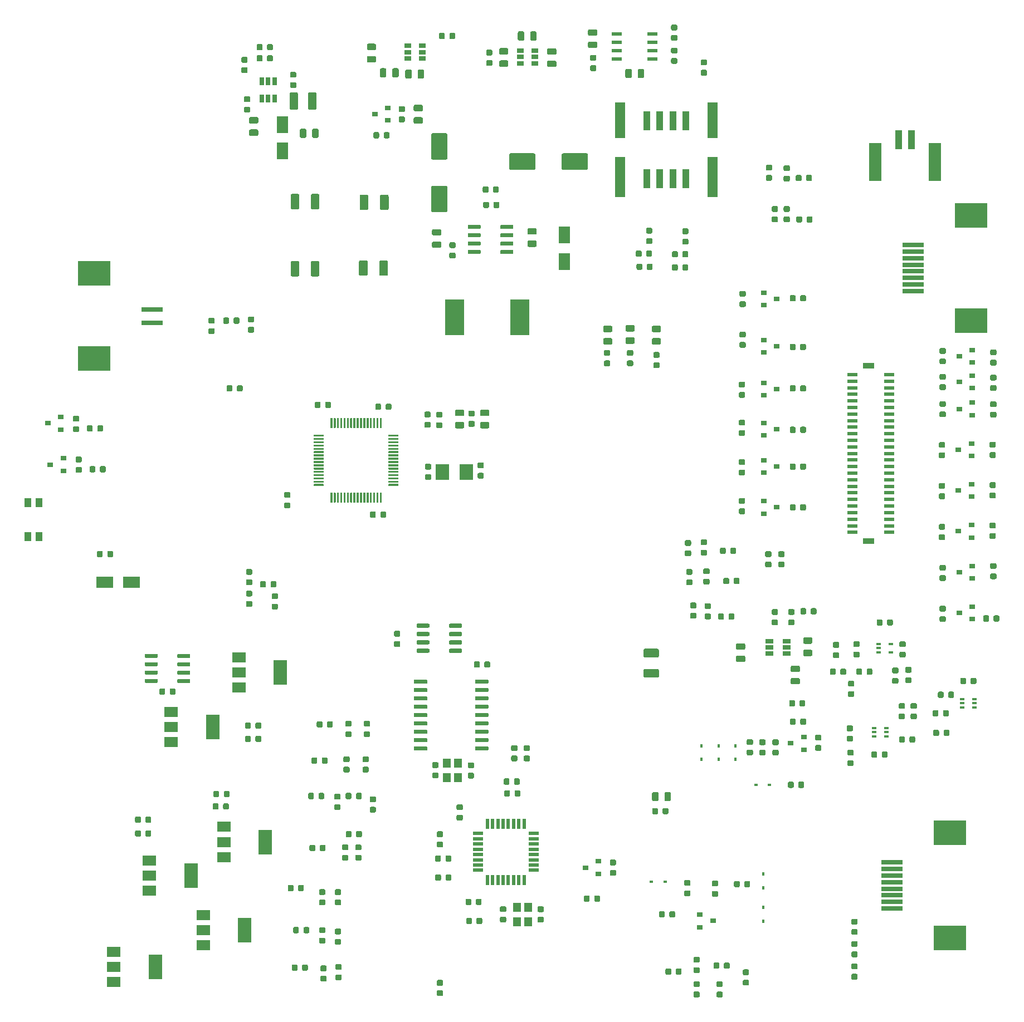
<source format=gbr>
G04 #@! TF.GenerationSoftware,KiCad,Pcbnew,(5.1.5)-3*
G04 #@! TF.CreationDate,2020-10-04T17:53:18+01:00*
G04 #@! TF.ProjectId,DC Controller STM32 v2,44432043-6f6e-4747-926f-6c6c65722053,rev?*
G04 #@! TF.SameCoordinates,Original*
G04 #@! TF.FileFunction,Paste,Top*
G04 #@! TF.FilePolarity,Positive*
%FSLAX46Y46*%
G04 Gerber Fmt 4.6, Leading zero omitted, Abs format (unit mm)*
G04 Created by KiCad (PCBNEW (5.1.5)-3) date 2020-10-04 17:53:18*
%MOMM*%
%LPD*%
G04 APERTURE LIST*
%ADD10C,0.100000*%
%ADD11R,0.450000X0.600000*%
%ADD12R,0.600000X0.450000*%
%ADD13R,1.000000X1.450000*%
%ADD14R,5.000000X3.850000*%
%ADD15R,3.300000X0.750000*%
%ADD16R,1.550000X0.600000*%
%ADD17R,1.060000X0.650000*%
%ADD18R,1.600000X6.200000*%
%ADD19R,1.600000X5.500000*%
%ADD20R,1.000000X3.000000*%
%ADD21R,1.800000X0.850000*%
%ADD22R,1.600000X0.600000*%
%ADD23R,1.200000X1.400000*%
%ADD24R,0.900000X0.800000*%
%ADD25R,0.650000X1.220000*%
%ADD26R,1.600000X0.550000*%
%ADD27R,0.550000X1.600000*%
%ADD28R,0.650000X0.400000*%
%ADD29R,2.000000X1.500000*%
%ADD30R,2.000000X3.800000*%
%ADD31R,2.900000X5.400000*%
%ADD32R,1.850000X5.800000*%
%ADD33R,1.800000X2.500000*%
%ADD34R,2.500000X1.800000*%
%ADD35R,1.220000X0.650000*%
%ADD36R,2.000000X2.400000*%
G04 APERTURE END LIST*
D10*
G36*
X112580142Y56748826D02*
G01*
X112603803Y56745316D01*
X112627007Y56739504D01*
X112649529Y56731446D01*
X112671153Y56721218D01*
X112691670Y56708921D01*
X112710883Y56694671D01*
X112728607Y56678607D01*
X112744671Y56660883D01*
X112758921Y56641670D01*
X112771218Y56621153D01*
X112781446Y56599529D01*
X112789504Y56577007D01*
X112795316Y56553803D01*
X112798826Y56530142D01*
X112800000Y56506250D01*
X112800000Y56018750D01*
X112798826Y55994858D01*
X112795316Y55971197D01*
X112789504Y55947993D01*
X112781446Y55925471D01*
X112771218Y55903847D01*
X112758921Y55883330D01*
X112744671Y55864117D01*
X112728607Y55846393D01*
X112710883Y55830329D01*
X112691670Y55816079D01*
X112671153Y55803782D01*
X112649529Y55793554D01*
X112627007Y55785496D01*
X112603803Y55779684D01*
X112580142Y55776174D01*
X112556250Y55775000D01*
X111643750Y55775000D01*
X111619858Y55776174D01*
X111596197Y55779684D01*
X111572993Y55785496D01*
X111550471Y55793554D01*
X111528847Y55803782D01*
X111508330Y55816079D01*
X111489117Y55830329D01*
X111471393Y55846393D01*
X111455329Y55864117D01*
X111441079Y55883330D01*
X111428782Y55903847D01*
X111418554Y55925471D01*
X111410496Y55947993D01*
X111404684Y55971197D01*
X111401174Y55994858D01*
X111400000Y56018750D01*
X111400000Y56506250D01*
X111401174Y56530142D01*
X111404684Y56553803D01*
X111410496Y56577007D01*
X111418554Y56599529D01*
X111428782Y56621153D01*
X111441079Y56641670D01*
X111455329Y56660883D01*
X111471393Y56678607D01*
X111489117Y56694671D01*
X111508330Y56708921D01*
X111528847Y56721218D01*
X111550471Y56731446D01*
X111572993Y56739504D01*
X111596197Y56745316D01*
X111619858Y56748826D01*
X111643750Y56750000D01*
X112556250Y56750000D01*
X112580142Y56748826D01*
G37*
G36*
X112580142Y58623826D02*
G01*
X112603803Y58620316D01*
X112627007Y58614504D01*
X112649529Y58606446D01*
X112671153Y58596218D01*
X112691670Y58583921D01*
X112710883Y58569671D01*
X112728607Y58553607D01*
X112744671Y58535883D01*
X112758921Y58516670D01*
X112771218Y58496153D01*
X112781446Y58474529D01*
X112789504Y58452007D01*
X112795316Y58428803D01*
X112798826Y58405142D01*
X112800000Y58381250D01*
X112800000Y57893750D01*
X112798826Y57869858D01*
X112795316Y57846197D01*
X112789504Y57822993D01*
X112781446Y57800471D01*
X112771218Y57778847D01*
X112758921Y57758330D01*
X112744671Y57739117D01*
X112728607Y57721393D01*
X112710883Y57705329D01*
X112691670Y57691079D01*
X112671153Y57678782D01*
X112649529Y57668554D01*
X112627007Y57660496D01*
X112603803Y57654684D01*
X112580142Y57651174D01*
X112556250Y57650000D01*
X111643750Y57650000D01*
X111619858Y57651174D01*
X111596197Y57654684D01*
X111572993Y57660496D01*
X111550471Y57668554D01*
X111528847Y57678782D01*
X111508330Y57691079D01*
X111489117Y57705329D01*
X111471393Y57721393D01*
X111455329Y57739117D01*
X111441079Y57758330D01*
X111428782Y57778847D01*
X111418554Y57800471D01*
X111410496Y57822993D01*
X111404684Y57846197D01*
X111401174Y57869858D01*
X111400000Y57893750D01*
X111400000Y58381250D01*
X111401174Y58405142D01*
X111404684Y58428803D01*
X111410496Y58452007D01*
X111418554Y58474529D01*
X111428782Y58496153D01*
X111441079Y58516670D01*
X111455329Y58535883D01*
X111471393Y58553607D01*
X111489117Y58569671D01*
X111508330Y58583921D01*
X111528847Y58596218D01*
X111550471Y58606446D01*
X111572993Y58614504D01*
X111596197Y58620316D01*
X111619858Y58623826D01*
X111643750Y58625000D01*
X112556250Y58625000D01*
X112580142Y58623826D01*
G37*
G36*
X120880142Y55223826D02*
G01*
X120903803Y55220316D01*
X120927007Y55214504D01*
X120949529Y55206446D01*
X120971153Y55196218D01*
X120991670Y55183921D01*
X121010883Y55169671D01*
X121028607Y55153607D01*
X121044671Y55135883D01*
X121058921Y55116670D01*
X121071218Y55096153D01*
X121081446Y55074529D01*
X121089504Y55052007D01*
X121095316Y55028803D01*
X121098826Y55005142D01*
X121100000Y54981250D01*
X121100000Y54493750D01*
X121098826Y54469858D01*
X121095316Y54446197D01*
X121089504Y54422993D01*
X121081446Y54400471D01*
X121071218Y54378847D01*
X121058921Y54358330D01*
X121044671Y54339117D01*
X121028607Y54321393D01*
X121010883Y54305329D01*
X120991670Y54291079D01*
X120971153Y54278782D01*
X120949529Y54268554D01*
X120927007Y54260496D01*
X120903803Y54254684D01*
X120880142Y54251174D01*
X120856250Y54250000D01*
X119943750Y54250000D01*
X119919858Y54251174D01*
X119896197Y54254684D01*
X119872993Y54260496D01*
X119850471Y54268554D01*
X119828847Y54278782D01*
X119808330Y54291079D01*
X119789117Y54305329D01*
X119771393Y54321393D01*
X119755329Y54339117D01*
X119741079Y54358330D01*
X119728782Y54378847D01*
X119718554Y54400471D01*
X119710496Y54422993D01*
X119704684Y54446197D01*
X119701174Y54469858D01*
X119700000Y54493750D01*
X119700000Y54981250D01*
X119701174Y55005142D01*
X119704684Y55028803D01*
X119710496Y55052007D01*
X119718554Y55074529D01*
X119728782Y55096153D01*
X119741079Y55116670D01*
X119755329Y55135883D01*
X119771393Y55153607D01*
X119789117Y55169671D01*
X119808330Y55183921D01*
X119828847Y55196218D01*
X119850471Y55206446D01*
X119872993Y55214504D01*
X119896197Y55220316D01*
X119919858Y55223826D01*
X119943750Y55225000D01*
X120856250Y55225000D01*
X120880142Y55223826D01*
G37*
G36*
X120880142Y53348826D02*
G01*
X120903803Y53345316D01*
X120927007Y53339504D01*
X120949529Y53331446D01*
X120971153Y53321218D01*
X120991670Y53308921D01*
X121010883Y53294671D01*
X121028607Y53278607D01*
X121044671Y53260883D01*
X121058921Y53241670D01*
X121071218Y53221153D01*
X121081446Y53199529D01*
X121089504Y53177007D01*
X121095316Y53153803D01*
X121098826Y53130142D01*
X121100000Y53106250D01*
X121100000Y52618750D01*
X121098826Y52594858D01*
X121095316Y52571197D01*
X121089504Y52547993D01*
X121081446Y52525471D01*
X121071218Y52503847D01*
X121058921Y52483330D01*
X121044671Y52464117D01*
X121028607Y52446393D01*
X121010883Y52430329D01*
X120991670Y52416079D01*
X120971153Y52403782D01*
X120949529Y52393554D01*
X120927007Y52385496D01*
X120903803Y52379684D01*
X120880142Y52376174D01*
X120856250Y52375000D01*
X119943750Y52375000D01*
X119919858Y52376174D01*
X119896197Y52379684D01*
X119872993Y52385496D01*
X119850471Y52393554D01*
X119828847Y52403782D01*
X119808330Y52416079D01*
X119789117Y52430329D01*
X119771393Y52446393D01*
X119755329Y52464117D01*
X119741079Y52483330D01*
X119728782Y52503847D01*
X119718554Y52525471D01*
X119710496Y52547993D01*
X119704684Y52571197D01*
X119701174Y52594858D01*
X119700000Y52618750D01*
X119700000Y53106250D01*
X119701174Y53130142D01*
X119704684Y53153803D01*
X119710496Y53177007D01*
X119718554Y53199529D01*
X119728782Y53221153D01*
X119741079Y53241670D01*
X119755329Y53260883D01*
X119771393Y53278607D01*
X119789117Y53294671D01*
X119808330Y53308921D01*
X119828847Y53321218D01*
X119850471Y53331446D01*
X119872993Y53339504D01*
X119896197Y53345316D01*
X119919858Y53348826D01*
X119943750Y53350000D01*
X120856250Y53350000D01*
X120880142Y53348826D01*
G37*
G36*
X122780142Y59523826D02*
G01*
X122803803Y59520316D01*
X122827007Y59514504D01*
X122849529Y59506446D01*
X122871153Y59496218D01*
X122891670Y59483921D01*
X122910883Y59469671D01*
X122928607Y59453607D01*
X122944671Y59435883D01*
X122958921Y59416670D01*
X122971218Y59396153D01*
X122981446Y59374529D01*
X122989504Y59352007D01*
X122995316Y59328803D01*
X122998826Y59305142D01*
X123000000Y59281250D01*
X123000000Y58793750D01*
X122998826Y58769858D01*
X122995316Y58746197D01*
X122989504Y58722993D01*
X122981446Y58700471D01*
X122971218Y58678847D01*
X122958921Y58658330D01*
X122944671Y58639117D01*
X122928607Y58621393D01*
X122910883Y58605329D01*
X122891670Y58591079D01*
X122871153Y58578782D01*
X122849529Y58568554D01*
X122827007Y58560496D01*
X122803803Y58554684D01*
X122780142Y58551174D01*
X122756250Y58550000D01*
X121843750Y58550000D01*
X121819858Y58551174D01*
X121796197Y58554684D01*
X121772993Y58560496D01*
X121750471Y58568554D01*
X121728847Y58578782D01*
X121708330Y58591079D01*
X121689117Y58605329D01*
X121671393Y58621393D01*
X121655329Y58639117D01*
X121641079Y58658330D01*
X121628782Y58678847D01*
X121618554Y58700471D01*
X121610496Y58722993D01*
X121604684Y58746197D01*
X121601174Y58769858D01*
X121600000Y58793750D01*
X121600000Y59281250D01*
X121601174Y59305142D01*
X121604684Y59328803D01*
X121610496Y59352007D01*
X121618554Y59374529D01*
X121628782Y59396153D01*
X121641079Y59416670D01*
X121655329Y59435883D01*
X121671393Y59453607D01*
X121689117Y59469671D01*
X121708330Y59483921D01*
X121728847Y59496218D01*
X121750471Y59506446D01*
X121772993Y59514504D01*
X121796197Y59520316D01*
X121819858Y59523826D01*
X121843750Y59525000D01*
X122756250Y59525000D01*
X122780142Y59523826D01*
G37*
G36*
X122780142Y57648826D02*
G01*
X122803803Y57645316D01*
X122827007Y57639504D01*
X122849529Y57631446D01*
X122871153Y57621218D01*
X122891670Y57608921D01*
X122910883Y57594671D01*
X122928607Y57578607D01*
X122944671Y57560883D01*
X122958921Y57541670D01*
X122971218Y57521153D01*
X122981446Y57499529D01*
X122989504Y57477007D01*
X122995316Y57453803D01*
X122998826Y57430142D01*
X123000000Y57406250D01*
X123000000Y56918750D01*
X122998826Y56894858D01*
X122995316Y56871197D01*
X122989504Y56847993D01*
X122981446Y56825471D01*
X122971218Y56803847D01*
X122958921Y56783330D01*
X122944671Y56764117D01*
X122928607Y56746393D01*
X122910883Y56730329D01*
X122891670Y56716079D01*
X122871153Y56703782D01*
X122849529Y56693554D01*
X122827007Y56685496D01*
X122803803Y56679684D01*
X122780142Y56676174D01*
X122756250Y56675000D01*
X121843750Y56675000D01*
X121819858Y56676174D01*
X121796197Y56679684D01*
X121772993Y56685496D01*
X121750471Y56693554D01*
X121728847Y56703782D01*
X121708330Y56716079D01*
X121689117Y56730329D01*
X121671393Y56746393D01*
X121655329Y56764117D01*
X121641079Y56783330D01*
X121628782Y56803847D01*
X121618554Y56825471D01*
X121610496Y56847993D01*
X121604684Y56871197D01*
X121601174Y56894858D01*
X121600000Y56918750D01*
X121600000Y57406250D01*
X121601174Y57430142D01*
X121604684Y57453803D01*
X121610496Y57477007D01*
X121618554Y57499529D01*
X121628782Y57521153D01*
X121641079Y57541670D01*
X121655329Y57560883D01*
X121671393Y57578607D01*
X121689117Y57594671D01*
X121708330Y57608921D01*
X121728847Y57621218D01*
X121750471Y57631446D01*
X121772993Y57639504D01*
X121796197Y57645316D01*
X121819858Y57648826D01*
X121843750Y57650000D01*
X122756250Y57650000D01*
X122780142Y57648826D01*
G37*
D11*
X115500000Y16350000D03*
X115500000Y18450000D03*
X115500000Y21450000D03*
X115500000Y23550000D03*
X111300000Y40950000D03*
X111300000Y43050000D03*
D12*
X114400000Y37100000D03*
X116500000Y37100000D03*
D11*
X108800000Y43050000D03*
X108800000Y40950000D03*
X106150000Y40950000D03*
X106150000Y43050000D03*
D12*
X98550000Y22400000D03*
X100650000Y22400000D03*
D10*
G36*
X55377691Y39848947D02*
G01*
X55398926Y39845797D01*
X55419750Y39840581D01*
X55439962Y39833349D01*
X55459368Y39824170D01*
X55477781Y39813134D01*
X55495024Y39800346D01*
X55510930Y39785930D01*
X55525346Y39770024D01*
X55538134Y39752781D01*
X55549170Y39734368D01*
X55558349Y39714962D01*
X55565581Y39694750D01*
X55570797Y39673926D01*
X55573947Y39652691D01*
X55575000Y39631250D01*
X55575000Y39193750D01*
X55573947Y39172309D01*
X55570797Y39151074D01*
X55565581Y39130250D01*
X55558349Y39110038D01*
X55549170Y39090632D01*
X55538134Y39072219D01*
X55525346Y39054976D01*
X55510930Y39039070D01*
X55495024Y39024654D01*
X55477781Y39011866D01*
X55459368Y39000830D01*
X55439962Y38991651D01*
X55419750Y38984419D01*
X55398926Y38979203D01*
X55377691Y38976053D01*
X55356250Y38975000D01*
X54843750Y38975000D01*
X54822309Y38976053D01*
X54801074Y38979203D01*
X54780250Y38984419D01*
X54760038Y38991651D01*
X54740632Y39000830D01*
X54722219Y39011866D01*
X54704976Y39024654D01*
X54689070Y39039070D01*
X54674654Y39054976D01*
X54661866Y39072219D01*
X54650830Y39090632D01*
X54641651Y39110038D01*
X54634419Y39130250D01*
X54629203Y39151074D01*
X54626053Y39172309D01*
X54625000Y39193750D01*
X54625000Y39631250D01*
X54626053Y39652691D01*
X54629203Y39673926D01*
X54634419Y39694750D01*
X54641651Y39714962D01*
X54650830Y39734368D01*
X54661866Y39752781D01*
X54674654Y39770024D01*
X54689070Y39785930D01*
X54704976Y39800346D01*
X54722219Y39813134D01*
X54740632Y39824170D01*
X54760038Y39833349D01*
X54780250Y39840581D01*
X54801074Y39845797D01*
X54822309Y39848947D01*
X54843750Y39850000D01*
X55356250Y39850000D01*
X55377691Y39848947D01*
G37*
G36*
X55377691Y41423947D02*
G01*
X55398926Y41420797D01*
X55419750Y41415581D01*
X55439962Y41408349D01*
X55459368Y41399170D01*
X55477781Y41388134D01*
X55495024Y41375346D01*
X55510930Y41360930D01*
X55525346Y41345024D01*
X55538134Y41327781D01*
X55549170Y41309368D01*
X55558349Y41289962D01*
X55565581Y41269750D01*
X55570797Y41248926D01*
X55573947Y41227691D01*
X55575000Y41206250D01*
X55575000Y40768750D01*
X55573947Y40747309D01*
X55570797Y40726074D01*
X55565581Y40705250D01*
X55558349Y40685038D01*
X55549170Y40665632D01*
X55538134Y40647219D01*
X55525346Y40629976D01*
X55510930Y40614070D01*
X55495024Y40599654D01*
X55477781Y40586866D01*
X55459368Y40575830D01*
X55439962Y40566651D01*
X55419750Y40559419D01*
X55398926Y40554203D01*
X55377691Y40551053D01*
X55356250Y40550000D01*
X54843750Y40550000D01*
X54822309Y40551053D01*
X54801074Y40554203D01*
X54780250Y40559419D01*
X54760038Y40566651D01*
X54740632Y40575830D01*
X54722219Y40586866D01*
X54704976Y40599654D01*
X54689070Y40614070D01*
X54674654Y40629976D01*
X54661866Y40647219D01*
X54650830Y40665632D01*
X54641651Y40685038D01*
X54634419Y40705250D01*
X54629203Y40726074D01*
X54626053Y40747309D01*
X54625000Y40768750D01*
X54625000Y41206250D01*
X54626053Y41227691D01*
X54629203Y41248926D01*
X54634419Y41269750D01*
X54641651Y41289962D01*
X54650830Y41309368D01*
X54661866Y41327781D01*
X54674654Y41345024D01*
X54689070Y41360930D01*
X54704976Y41375346D01*
X54722219Y41388134D01*
X54740632Y41399170D01*
X54760038Y41408349D01*
X54780250Y41415581D01*
X54801074Y41420797D01*
X54822309Y41423947D01*
X54843750Y41425000D01*
X55356250Y41425000D01*
X55377691Y41423947D01*
G37*
D13*
X3750000Y79975000D03*
X3750000Y74825000D03*
X5450000Y74825000D03*
X5450000Y79975000D03*
D14*
X147100000Y123675000D03*
X147100000Y107725000D03*
D15*
X138300000Y112200000D03*
X138300000Y113200000D03*
X138300000Y114200000D03*
X138300000Y115200000D03*
X138300000Y116200000D03*
X138300000Y117200000D03*
X138300000Y118200000D03*
X138300000Y119200000D03*
D10*
G36*
X100915191Y33573947D02*
G01*
X100936426Y33570797D01*
X100957250Y33565581D01*
X100977462Y33558349D01*
X100996868Y33549170D01*
X101015281Y33538134D01*
X101032524Y33525346D01*
X101048430Y33510930D01*
X101062846Y33495024D01*
X101075634Y33477781D01*
X101086670Y33459368D01*
X101095849Y33439962D01*
X101103081Y33419750D01*
X101108297Y33398926D01*
X101111447Y33377691D01*
X101112500Y33356250D01*
X101112500Y32843750D01*
X101111447Y32822309D01*
X101108297Y32801074D01*
X101103081Y32780250D01*
X101095849Y32760038D01*
X101086670Y32740632D01*
X101075634Y32722219D01*
X101062846Y32704976D01*
X101048430Y32689070D01*
X101032524Y32674654D01*
X101015281Y32661866D01*
X100996868Y32650830D01*
X100977462Y32641651D01*
X100957250Y32634419D01*
X100936426Y32629203D01*
X100915191Y32626053D01*
X100893750Y32625000D01*
X100456250Y32625000D01*
X100434809Y32626053D01*
X100413574Y32629203D01*
X100392750Y32634419D01*
X100372538Y32641651D01*
X100353132Y32650830D01*
X100334719Y32661866D01*
X100317476Y32674654D01*
X100301570Y32689070D01*
X100287154Y32704976D01*
X100274366Y32722219D01*
X100263330Y32740632D01*
X100254151Y32760038D01*
X100246919Y32780250D01*
X100241703Y32801074D01*
X100238553Y32822309D01*
X100237500Y32843750D01*
X100237500Y33356250D01*
X100238553Y33377691D01*
X100241703Y33398926D01*
X100246919Y33419750D01*
X100254151Y33439962D01*
X100263330Y33459368D01*
X100274366Y33477781D01*
X100287154Y33495024D01*
X100301570Y33510930D01*
X100317476Y33525346D01*
X100334719Y33538134D01*
X100353132Y33549170D01*
X100372538Y33558349D01*
X100392750Y33565581D01*
X100413574Y33570797D01*
X100434809Y33573947D01*
X100456250Y33575000D01*
X100893750Y33575000D01*
X100915191Y33573947D01*
G37*
G36*
X99340191Y33573947D02*
G01*
X99361426Y33570797D01*
X99382250Y33565581D01*
X99402462Y33558349D01*
X99421868Y33549170D01*
X99440281Y33538134D01*
X99457524Y33525346D01*
X99473430Y33510930D01*
X99487846Y33495024D01*
X99500634Y33477781D01*
X99511670Y33459368D01*
X99520849Y33439962D01*
X99528081Y33419750D01*
X99533297Y33398926D01*
X99536447Y33377691D01*
X99537500Y33356250D01*
X99537500Y32843750D01*
X99536447Y32822309D01*
X99533297Y32801074D01*
X99528081Y32780250D01*
X99520849Y32760038D01*
X99511670Y32740632D01*
X99500634Y32722219D01*
X99487846Y32704976D01*
X99473430Y32689070D01*
X99457524Y32674654D01*
X99440281Y32661866D01*
X99421868Y32650830D01*
X99402462Y32641651D01*
X99382250Y32634419D01*
X99361426Y32629203D01*
X99340191Y32626053D01*
X99318750Y32625000D01*
X98881250Y32625000D01*
X98859809Y32626053D01*
X98838574Y32629203D01*
X98817750Y32634419D01*
X98797538Y32641651D01*
X98778132Y32650830D01*
X98759719Y32661866D01*
X98742476Y32674654D01*
X98726570Y32689070D01*
X98712154Y32704976D01*
X98699366Y32722219D01*
X98688330Y32740632D01*
X98679151Y32760038D01*
X98671919Y32780250D01*
X98666703Y32801074D01*
X98663553Y32822309D01*
X98662500Y32843750D01*
X98662500Y33356250D01*
X98663553Y33377691D01*
X98666703Y33398926D01*
X98671919Y33419750D01*
X98679151Y33439962D01*
X98688330Y33459368D01*
X98699366Y33477781D01*
X98712154Y33495024D01*
X98726570Y33510930D01*
X98742476Y33525346D01*
X98759719Y33538134D01*
X98778132Y33549170D01*
X98797538Y33558349D01*
X98817750Y33565581D01*
X98838574Y33570797D01*
X98859809Y33573947D01*
X98881250Y33575000D01*
X99318750Y33575000D01*
X99340191Y33573947D01*
G37*
G36*
X101267642Y35998826D02*
G01*
X101291303Y35995316D01*
X101314507Y35989504D01*
X101337029Y35981446D01*
X101358653Y35971218D01*
X101379170Y35958921D01*
X101398383Y35944671D01*
X101416107Y35928607D01*
X101432171Y35910883D01*
X101446421Y35891670D01*
X101458718Y35871153D01*
X101468946Y35849529D01*
X101477004Y35827007D01*
X101482816Y35803803D01*
X101486326Y35780142D01*
X101487500Y35756250D01*
X101487500Y34843750D01*
X101486326Y34819858D01*
X101482816Y34796197D01*
X101477004Y34772993D01*
X101468946Y34750471D01*
X101458718Y34728847D01*
X101446421Y34708330D01*
X101432171Y34689117D01*
X101416107Y34671393D01*
X101398383Y34655329D01*
X101379170Y34641079D01*
X101358653Y34628782D01*
X101337029Y34618554D01*
X101314507Y34610496D01*
X101291303Y34604684D01*
X101267642Y34601174D01*
X101243750Y34600000D01*
X100756250Y34600000D01*
X100732358Y34601174D01*
X100708697Y34604684D01*
X100685493Y34610496D01*
X100662971Y34618554D01*
X100641347Y34628782D01*
X100620830Y34641079D01*
X100601617Y34655329D01*
X100583893Y34671393D01*
X100567829Y34689117D01*
X100553579Y34708330D01*
X100541282Y34728847D01*
X100531054Y34750471D01*
X100522996Y34772993D01*
X100517184Y34796197D01*
X100513674Y34819858D01*
X100512500Y34843750D01*
X100512500Y35756250D01*
X100513674Y35780142D01*
X100517184Y35803803D01*
X100522996Y35827007D01*
X100531054Y35849529D01*
X100541282Y35871153D01*
X100553579Y35891670D01*
X100567829Y35910883D01*
X100583893Y35928607D01*
X100601617Y35944671D01*
X100620830Y35958921D01*
X100641347Y35971218D01*
X100662971Y35981446D01*
X100685493Y35989504D01*
X100708697Y35995316D01*
X100732358Y35998826D01*
X100756250Y36000000D01*
X101243750Y36000000D01*
X101267642Y35998826D01*
G37*
G36*
X99392642Y35998826D02*
G01*
X99416303Y35995316D01*
X99439507Y35989504D01*
X99462029Y35981446D01*
X99483653Y35971218D01*
X99504170Y35958921D01*
X99523383Y35944671D01*
X99541107Y35928607D01*
X99557171Y35910883D01*
X99571421Y35891670D01*
X99583718Y35871153D01*
X99593946Y35849529D01*
X99602004Y35827007D01*
X99607816Y35803803D01*
X99611326Y35780142D01*
X99612500Y35756250D01*
X99612500Y34843750D01*
X99611326Y34819858D01*
X99607816Y34796197D01*
X99602004Y34772993D01*
X99593946Y34750471D01*
X99583718Y34728847D01*
X99571421Y34708330D01*
X99557171Y34689117D01*
X99541107Y34671393D01*
X99523383Y34655329D01*
X99504170Y34641079D01*
X99483653Y34628782D01*
X99462029Y34618554D01*
X99439507Y34610496D01*
X99416303Y34604684D01*
X99392642Y34601174D01*
X99368750Y34600000D01*
X98881250Y34600000D01*
X98857358Y34601174D01*
X98833697Y34604684D01*
X98810493Y34610496D01*
X98787971Y34618554D01*
X98766347Y34628782D01*
X98745830Y34641079D01*
X98726617Y34655329D01*
X98708893Y34671393D01*
X98692829Y34689117D01*
X98678579Y34708330D01*
X98666282Y34728847D01*
X98656054Y34750471D01*
X98647996Y34772993D01*
X98642184Y34796197D01*
X98638674Y34819858D01*
X98637500Y34843750D01*
X98637500Y35756250D01*
X98638674Y35780142D01*
X98642184Y35803803D01*
X98647996Y35827007D01*
X98656054Y35849529D01*
X98666282Y35871153D01*
X98678579Y35891670D01*
X98692829Y35910883D01*
X98708893Y35928607D01*
X98726617Y35944671D01*
X98745830Y35958921D01*
X98766347Y35971218D01*
X98787971Y35981446D01*
X98810493Y35989504D01*
X98833697Y35995316D01*
X98857358Y35998826D01*
X98881250Y36000000D01*
X99368750Y36000000D01*
X99392642Y35998826D01*
G37*
D16*
X98700000Y150035000D03*
X98700000Y151305000D03*
X98700000Y148765000D03*
X98700000Y147495000D03*
X93300000Y147495000D03*
X93300000Y148765000D03*
X93300000Y150035000D03*
X93300000Y151305000D03*
D10*
G36*
X90080142Y150148826D02*
G01*
X90103803Y150145316D01*
X90127007Y150139504D01*
X90149529Y150131446D01*
X90171153Y150121218D01*
X90191670Y150108921D01*
X90210883Y150094671D01*
X90228607Y150078607D01*
X90244671Y150060883D01*
X90258921Y150041670D01*
X90271218Y150021153D01*
X90281446Y149999529D01*
X90289504Y149977007D01*
X90295316Y149953803D01*
X90298826Y149930142D01*
X90300000Y149906250D01*
X90300000Y149418750D01*
X90298826Y149394858D01*
X90295316Y149371197D01*
X90289504Y149347993D01*
X90281446Y149325471D01*
X90271218Y149303847D01*
X90258921Y149283330D01*
X90244671Y149264117D01*
X90228607Y149246393D01*
X90210883Y149230329D01*
X90191670Y149216079D01*
X90171153Y149203782D01*
X90149529Y149193554D01*
X90127007Y149185496D01*
X90103803Y149179684D01*
X90080142Y149176174D01*
X90056250Y149175000D01*
X89143750Y149175000D01*
X89119858Y149176174D01*
X89096197Y149179684D01*
X89072993Y149185496D01*
X89050471Y149193554D01*
X89028847Y149203782D01*
X89008330Y149216079D01*
X88989117Y149230329D01*
X88971393Y149246393D01*
X88955329Y149264117D01*
X88941079Y149283330D01*
X88928782Y149303847D01*
X88918554Y149325471D01*
X88910496Y149347993D01*
X88904684Y149371197D01*
X88901174Y149394858D01*
X88900000Y149418750D01*
X88900000Y149906250D01*
X88901174Y149930142D01*
X88904684Y149953803D01*
X88910496Y149977007D01*
X88918554Y149999529D01*
X88928782Y150021153D01*
X88941079Y150041670D01*
X88955329Y150060883D01*
X88971393Y150078607D01*
X88989117Y150094671D01*
X89008330Y150108921D01*
X89028847Y150121218D01*
X89050471Y150131446D01*
X89072993Y150139504D01*
X89096197Y150145316D01*
X89119858Y150148826D01*
X89143750Y150150000D01*
X90056250Y150150000D01*
X90080142Y150148826D01*
G37*
G36*
X90080142Y152023826D02*
G01*
X90103803Y152020316D01*
X90127007Y152014504D01*
X90149529Y152006446D01*
X90171153Y151996218D01*
X90191670Y151983921D01*
X90210883Y151969671D01*
X90228607Y151953607D01*
X90244671Y151935883D01*
X90258921Y151916670D01*
X90271218Y151896153D01*
X90281446Y151874529D01*
X90289504Y151852007D01*
X90295316Y151828803D01*
X90298826Y151805142D01*
X90300000Y151781250D01*
X90300000Y151293750D01*
X90298826Y151269858D01*
X90295316Y151246197D01*
X90289504Y151222993D01*
X90281446Y151200471D01*
X90271218Y151178847D01*
X90258921Y151158330D01*
X90244671Y151139117D01*
X90228607Y151121393D01*
X90210883Y151105329D01*
X90191670Y151091079D01*
X90171153Y151078782D01*
X90149529Y151068554D01*
X90127007Y151060496D01*
X90103803Y151054684D01*
X90080142Y151051174D01*
X90056250Y151050000D01*
X89143750Y151050000D01*
X89119858Y151051174D01*
X89096197Y151054684D01*
X89072993Y151060496D01*
X89050471Y151068554D01*
X89028847Y151078782D01*
X89008330Y151091079D01*
X88989117Y151105329D01*
X88971393Y151121393D01*
X88955329Y151139117D01*
X88941079Y151158330D01*
X88928782Y151178847D01*
X88918554Y151200471D01*
X88910496Y151222993D01*
X88904684Y151246197D01*
X88901174Y151269858D01*
X88900000Y151293750D01*
X88900000Y151781250D01*
X88901174Y151805142D01*
X88904684Y151828803D01*
X88910496Y151852007D01*
X88918554Y151874529D01*
X88928782Y151896153D01*
X88941079Y151916670D01*
X88955329Y151935883D01*
X88971393Y151953607D01*
X88989117Y151969671D01*
X89008330Y151983921D01*
X89028847Y151996218D01*
X89050471Y152006446D01*
X89072993Y152014504D01*
X89096197Y152020316D01*
X89119858Y152023826D01*
X89143750Y152025000D01*
X90056250Y152025000D01*
X90080142Y152023826D01*
G37*
D17*
X80800000Y147800000D03*
X80800000Y148750000D03*
X80800000Y146850000D03*
X78600000Y146850000D03*
X78600000Y147800000D03*
X78600000Y148750000D03*
D10*
G36*
X106777691Y147423947D02*
G01*
X106798926Y147420797D01*
X106819750Y147415581D01*
X106839962Y147408349D01*
X106859368Y147399170D01*
X106877781Y147388134D01*
X106895024Y147375346D01*
X106910930Y147360930D01*
X106925346Y147345024D01*
X106938134Y147327781D01*
X106949170Y147309368D01*
X106958349Y147289962D01*
X106965581Y147269750D01*
X106970797Y147248926D01*
X106973947Y147227691D01*
X106975000Y147206250D01*
X106975000Y146768750D01*
X106973947Y146747309D01*
X106970797Y146726074D01*
X106965581Y146705250D01*
X106958349Y146685038D01*
X106949170Y146665632D01*
X106938134Y146647219D01*
X106925346Y146629976D01*
X106910930Y146614070D01*
X106895024Y146599654D01*
X106877781Y146586866D01*
X106859368Y146575830D01*
X106839962Y146566651D01*
X106819750Y146559419D01*
X106798926Y146554203D01*
X106777691Y146551053D01*
X106756250Y146550000D01*
X106243750Y146550000D01*
X106222309Y146551053D01*
X106201074Y146554203D01*
X106180250Y146559419D01*
X106160038Y146566651D01*
X106140632Y146575830D01*
X106122219Y146586866D01*
X106104976Y146599654D01*
X106089070Y146614070D01*
X106074654Y146629976D01*
X106061866Y146647219D01*
X106050830Y146665632D01*
X106041651Y146685038D01*
X106034419Y146705250D01*
X106029203Y146726074D01*
X106026053Y146747309D01*
X106025000Y146768750D01*
X106025000Y147206250D01*
X106026053Y147227691D01*
X106029203Y147248926D01*
X106034419Y147269750D01*
X106041651Y147289962D01*
X106050830Y147309368D01*
X106061866Y147327781D01*
X106074654Y147345024D01*
X106089070Y147360930D01*
X106104976Y147375346D01*
X106122219Y147388134D01*
X106140632Y147399170D01*
X106160038Y147408349D01*
X106180250Y147415581D01*
X106201074Y147420797D01*
X106222309Y147423947D01*
X106243750Y147425000D01*
X106756250Y147425000D01*
X106777691Y147423947D01*
G37*
G36*
X106777691Y145848947D02*
G01*
X106798926Y145845797D01*
X106819750Y145840581D01*
X106839962Y145833349D01*
X106859368Y145824170D01*
X106877781Y145813134D01*
X106895024Y145800346D01*
X106910930Y145785930D01*
X106925346Y145770024D01*
X106938134Y145752781D01*
X106949170Y145734368D01*
X106958349Y145714962D01*
X106965581Y145694750D01*
X106970797Y145673926D01*
X106973947Y145652691D01*
X106975000Y145631250D01*
X106975000Y145193750D01*
X106973947Y145172309D01*
X106970797Y145151074D01*
X106965581Y145130250D01*
X106958349Y145110038D01*
X106949170Y145090632D01*
X106938134Y145072219D01*
X106925346Y145054976D01*
X106910930Y145039070D01*
X106895024Y145024654D01*
X106877781Y145011866D01*
X106859368Y145000830D01*
X106839962Y144991651D01*
X106819750Y144984419D01*
X106798926Y144979203D01*
X106777691Y144976053D01*
X106756250Y144975000D01*
X106243750Y144975000D01*
X106222309Y144976053D01*
X106201074Y144979203D01*
X106180250Y144984419D01*
X106160038Y144991651D01*
X106140632Y145000830D01*
X106122219Y145011866D01*
X106104976Y145024654D01*
X106089070Y145039070D01*
X106074654Y145054976D01*
X106061866Y145072219D01*
X106050830Y145090632D01*
X106041651Y145110038D01*
X106034419Y145130250D01*
X106029203Y145151074D01*
X106026053Y145172309D01*
X106025000Y145193750D01*
X106025000Y145631250D01*
X106026053Y145652691D01*
X106029203Y145673926D01*
X106034419Y145694750D01*
X106041651Y145714962D01*
X106050830Y145734368D01*
X106061866Y145752781D01*
X106074654Y145770024D01*
X106089070Y145785930D01*
X106104976Y145800346D01*
X106122219Y145813134D01*
X106140632Y145824170D01*
X106160038Y145833349D01*
X106180250Y145840581D01*
X106201074Y145845797D01*
X106222309Y145848947D01*
X106243750Y145850000D01*
X106756250Y145850000D01*
X106777691Y145848947D01*
G37*
G36*
X102277691Y147648947D02*
G01*
X102298926Y147645797D01*
X102319750Y147640581D01*
X102339962Y147633349D01*
X102359368Y147624170D01*
X102377781Y147613134D01*
X102395024Y147600346D01*
X102410930Y147585930D01*
X102425346Y147570024D01*
X102438134Y147552781D01*
X102449170Y147534368D01*
X102458349Y147514962D01*
X102465581Y147494750D01*
X102470797Y147473926D01*
X102473947Y147452691D01*
X102475000Y147431250D01*
X102475000Y146993750D01*
X102473947Y146972309D01*
X102470797Y146951074D01*
X102465581Y146930250D01*
X102458349Y146910038D01*
X102449170Y146890632D01*
X102438134Y146872219D01*
X102425346Y146854976D01*
X102410930Y146839070D01*
X102395024Y146824654D01*
X102377781Y146811866D01*
X102359368Y146800830D01*
X102339962Y146791651D01*
X102319750Y146784419D01*
X102298926Y146779203D01*
X102277691Y146776053D01*
X102256250Y146775000D01*
X101743750Y146775000D01*
X101722309Y146776053D01*
X101701074Y146779203D01*
X101680250Y146784419D01*
X101660038Y146791651D01*
X101640632Y146800830D01*
X101622219Y146811866D01*
X101604976Y146824654D01*
X101589070Y146839070D01*
X101574654Y146854976D01*
X101561866Y146872219D01*
X101550830Y146890632D01*
X101541651Y146910038D01*
X101534419Y146930250D01*
X101529203Y146951074D01*
X101526053Y146972309D01*
X101525000Y146993750D01*
X101525000Y147431250D01*
X101526053Y147452691D01*
X101529203Y147473926D01*
X101534419Y147494750D01*
X101541651Y147514962D01*
X101550830Y147534368D01*
X101561866Y147552781D01*
X101574654Y147570024D01*
X101589070Y147585930D01*
X101604976Y147600346D01*
X101622219Y147613134D01*
X101640632Y147624170D01*
X101660038Y147633349D01*
X101680250Y147640581D01*
X101701074Y147645797D01*
X101722309Y147648947D01*
X101743750Y147650000D01*
X102256250Y147650000D01*
X102277691Y147648947D01*
G37*
G36*
X102277691Y149223947D02*
G01*
X102298926Y149220797D01*
X102319750Y149215581D01*
X102339962Y149208349D01*
X102359368Y149199170D01*
X102377781Y149188134D01*
X102395024Y149175346D01*
X102410930Y149160930D01*
X102425346Y149145024D01*
X102438134Y149127781D01*
X102449170Y149109368D01*
X102458349Y149089962D01*
X102465581Y149069750D01*
X102470797Y149048926D01*
X102473947Y149027691D01*
X102475000Y149006250D01*
X102475000Y148568750D01*
X102473947Y148547309D01*
X102470797Y148526074D01*
X102465581Y148505250D01*
X102458349Y148485038D01*
X102449170Y148465632D01*
X102438134Y148447219D01*
X102425346Y148429976D01*
X102410930Y148414070D01*
X102395024Y148399654D01*
X102377781Y148386866D01*
X102359368Y148375830D01*
X102339962Y148366651D01*
X102319750Y148359419D01*
X102298926Y148354203D01*
X102277691Y148351053D01*
X102256250Y148350000D01*
X101743750Y148350000D01*
X101722309Y148351053D01*
X101701074Y148354203D01*
X101680250Y148359419D01*
X101660038Y148366651D01*
X101640632Y148375830D01*
X101622219Y148386866D01*
X101604976Y148399654D01*
X101589070Y148414070D01*
X101574654Y148429976D01*
X101561866Y148447219D01*
X101550830Y148465632D01*
X101541651Y148485038D01*
X101534419Y148505250D01*
X101529203Y148526074D01*
X101526053Y148547309D01*
X101525000Y148568750D01*
X101525000Y149006250D01*
X101526053Y149027691D01*
X101529203Y149048926D01*
X101534419Y149069750D01*
X101541651Y149089962D01*
X101550830Y149109368D01*
X101561866Y149127781D01*
X101574654Y149145024D01*
X101589070Y149160930D01*
X101604976Y149175346D01*
X101622219Y149188134D01*
X101640632Y149199170D01*
X101660038Y149208349D01*
X101680250Y149215581D01*
X101701074Y149220797D01*
X101722309Y149223947D01*
X101743750Y149225000D01*
X102256250Y149225000D01*
X102277691Y149223947D01*
G37*
G36*
X102277691Y151148947D02*
G01*
X102298926Y151145797D01*
X102319750Y151140581D01*
X102339962Y151133349D01*
X102359368Y151124170D01*
X102377781Y151113134D01*
X102395024Y151100346D01*
X102410930Y151085930D01*
X102425346Y151070024D01*
X102438134Y151052781D01*
X102449170Y151034368D01*
X102458349Y151014962D01*
X102465581Y150994750D01*
X102470797Y150973926D01*
X102473947Y150952691D01*
X102475000Y150931250D01*
X102475000Y150493750D01*
X102473947Y150472309D01*
X102470797Y150451074D01*
X102465581Y150430250D01*
X102458349Y150410038D01*
X102449170Y150390632D01*
X102438134Y150372219D01*
X102425346Y150354976D01*
X102410930Y150339070D01*
X102395024Y150324654D01*
X102377781Y150311866D01*
X102359368Y150300830D01*
X102339962Y150291651D01*
X102319750Y150284419D01*
X102298926Y150279203D01*
X102277691Y150276053D01*
X102256250Y150275000D01*
X101743750Y150275000D01*
X101722309Y150276053D01*
X101701074Y150279203D01*
X101680250Y150284419D01*
X101660038Y150291651D01*
X101640632Y150300830D01*
X101622219Y150311866D01*
X101604976Y150324654D01*
X101589070Y150339070D01*
X101574654Y150354976D01*
X101561866Y150372219D01*
X101550830Y150390632D01*
X101541651Y150410038D01*
X101534419Y150430250D01*
X101529203Y150451074D01*
X101526053Y150472309D01*
X101525000Y150493750D01*
X101525000Y150931250D01*
X101526053Y150952691D01*
X101529203Y150973926D01*
X101534419Y150994750D01*
X101541651Y151014962D01*
X101550830Y151034368D01*
X101561866Y151052781D01*
X101574654Y151070024D01*
X101589070Y151085930D01*
X101604976Y151100346D01*
X101622219Y151113134D01*
X101640632Y151124170D01*
X101660038Y151133349D01*
X101680250Y151140581D01*
X101701074Y151145797D01*
X101722309Y151148947D01*
X101743750Y151150000D01*
X102256250Y151150000D01*
X102277691Y151148947D01*
G37*
G36*
X102277691Y152723947D02*
G01*
X102298926Y152720797D01*
X102319750Y152715581D01*
X102339962Y152708349D01*
X102359368Y152699170D01*
X102377781Y152688134D01*
X102395024Y152675346D01*
X102410930Y152660930D01*
X102425346Y152645024D01*
X102438134Y152627781D01*
X102449170Y152609368D01*
X102458349Y152589962D01*
X102465581Y152569750D01*
X102470797Y152548926D01*
X102473947Y152527691D01*
X102475000Y152506250D01*
X102475000Y152068750D01*
X102473947Y152047309D01*
X102470797Y152026074D01*
X102465581Y152005250D01*
X102458349Y151985038D01*
X102449170Y151965632D01*
X102438134Y151947219D01*
X102425346Y151929976D01*
X102410930Y151914070D01*
X102395024Y151899654D01*
X102377781Y151886866D01*
X102359368Y151875830D01*
X102339962Y151866651D01*
X102319750Y151859419D01*
X102298926Y151854203D01*
X102277691Y151851053D01*
X102256250Y151850000D01*
X101743750Y151850000D01*
X101722309Y151851053D01*
X101701074Y151854203D01*
X101680250Y151859419D01*
X101660038Y151866651D01*
X101640632Y151875830D01*
X101622219Y151886866D01*
X101604976Y151899654D01*
X101589070Y151914070D01*
X101574654Y151929976D01*
X101561866Y151947219D01*
X101550830Y151965632D01*
X101541651Y151985038D01*
X101534419Y152005250D01*
X101529203Y152026074D01*
X101526053Y152047309D01*
X101525000Y152068750D01*
X101525000Y152506250D01*
X101526053Y152527691D01*
X101529203Y152548926D01*
X101534419Y152569750D01*
X101541651Y152589962D01*
X101550830Y152609368D01*
X101561866Y152627781D01*
X101574654Y152645024D01*
X101589070Y152660930D01*
X101604976Y152675346D01*
X101622219Y152688134D01*
X101640632Y152699170D01*
X101660038Y152708349D01*
X101680250Y152715581D01*
X101701074Y152720797D01*
X101722309Y152723947D01*
X101743750Y152725000D01*
X102256250Y152725000D01*
X102277691Y152723947D01*
G37*
G36*
X66940191Y151473947D02*
G01*
X66961426Y151470797D01*
X66982250Y151465581D01*
X67002462Y151458349D01*
X67021868Y151449170D01*
X67040281Y151438134D01*
X67057524Y151425346D01*
X67073430Y151410930D01*
X67087846Y151395024D01*
X67100634Y151377781D01*
X67111670Y151359368D01*
X67120849Y151339962D01*
X67128081Y151319750D01*
X67133297Y151298926D01*
X67136447Y151277691D01*
X67137500Y151256250D01*
X67137500Y150743750D01*
X67136447Y150722309D01*
X67133297Y150701074D01*
X67128081Y150680250D01*
X67120849Y150660038D01*
X67111670Y150640632D01*
X67100634Y150622219D01*
X67087846Y150604976D01*
X67073430Y150589070D01*
X67057524Y150574654D01*
X67040281Y150561866D01*
X67021868Y150550830D01*
X67002462Y150541651D01*
X66982250Y150534419D01*
X66961426Y150529203D01*
X66940191Y150526053D01*
X66918750Y150525000D01*
X66481250Y150525000D01*
X66459809Y150526053D01*
X66438574Y150529203D01*
X66417750Y150534419D01*
X66397538Y150541651D01*
X66378132Y150550830D01*
X66359719Y150561866D01*
X66342476Y150574654D01*
X66326570Y150589070D01*
X66312154Y150604976D01*
X66299366Y150622219D01*
X66288330Y150640632D01*
X66279151Y150660038D01*
X66271919Y150680250D01*
X66266703Y150701074D01*
X66263553Y150722309D01*
X66262500Y150743750D01*
X66262500Y151256250D01*
X66263553Y151277691D01*
X66266703Y151298926D01*
X66271919Y151319750D01*
X66279151Y151339962D01*
X66288330Y151359368D01*
X66299366Y151377781D01*
X66312154Y151395024D01*
X66326570Y151410930D01*
X66342476Y151425346D01*
X66359719Y151438134D01*
X66378132Y151449170D01*
X66397538Y151458349D01*
X66417750Y151465581D01*
X66438574Y151470797D01*
X66459809Y151473947D01*
X66481250Y151475000D01*
X66918750Y151475000D01*
X66940191Y151473947D01*
G37*
G36*
X68515191Y151473947D02*
G01*
X68536426Y151470797D01*
X68557250Y151465581D01*
X68577462Y151458349D01*
X68596868Y151449170D01*
X68615281Y151438134D01*
X68632524Y151425346D01*
X68648430Y151410930D01*
X68662846Y151395024D01*
X68675634Y151377781D01*
X68686670Y151359368D01*
X68695849Y151339962D01*
X68703081Y151319750D01*
X68708297Y151298926D01*
X68711447Y151277691D01*
X68712500Y151256250D01*
X68712500Y150743750D01*
X68711447Y150722309D01*
X68708297Y150701074D01*
X68703081Y150680250D01*
X68695849Y150660038D01*
X68686670Y150640632D01*
X68675634Y150622219D01*
X68662846Y150604976D01*
X68648430Y150589070D01*
X68632524Y150574654D01*
X68615281Y150561866D01*
X68596868Y150550830D01*
X68577462Y150541651D01*
X68557250Y150534419D01*
X68536426Y150529203D01*
X68515191Y150526053D01*
X68493750Y150525000D01*
X68056250Y150525000D01*
X68034809Y150526053D01*
X68013574Y150529203D01*
X67992750Y150534419D01*
X67972538Y150541651D01*
X67953132Y150550830D01*
X67934719Y150561866D01*
X67917476Y150574654D01*
X67901570Y150589070D01*
X67887154Y150604976D01*
X67874366Y150622219D01*
X67863330Y150640632D01*
X67854151Y150660038D01*
X67846919Y150680250D01*
X67841703Y150701074D01*
X67838553Y150722309D01*
X67837500Y150743750D01*
X67837500Y151256250D01*
X67838553Y151277691D01*
X67841703Y151298926D01*
X67846919Y151319750D01*
X67854151Y151339962D01*
X67863330Y151359368D01*
X67874366Y151377781D01*
X67887154Y151395024D01*
X67901570Y151410930D01*
X67917476Y151425346D01*
X67934719Y151438134D01*
X67953132Y151449170D01*
X67972538Y151458349D01*
X67992750Y151465581D01*
X68013574Y151470797D01*
X68034809Y151473947D01*
X68056250Y151475000D01*
X68493750Y151475000D01*
X68515191Y151473947D01*
G37*
G36*
X74177691Y148911447D02*
G01*
X74198926Y148908297D01*
X74219750Y148903081D01*
X74239962Y148895849D01*
X74259368Y148886670D01*
X74277781Y148875634D01*
X74295024Y148862846D01*
X74310930Y148848430D01*
X74325346Y148832524D01*
X74338134Y148815281D01*
X74349170Y148796868D01*
X74358349Y148777462D01*
X74365581Y148757250D01*
X74370797Y148736426D01*
X74373947Y148715191D01*
X74375000Y148693750D01*
X74375000Y148256250D01*
X74373947Y148234809D01*
X74370797Y148213574D01*
X74365581Y148192750D01*
X74358349Y148172538D01*
X74349170Y148153132D01*
X74338134Y148134719D01*
X74325346Y148117476D01*
X74310930Y148101570D01*
X74295024Y148087154D01*
X74277781Y148074366D01*
X74259368Y148063330D01*
X74239962Y148054151D01*
X74219750Y148046919D01*
X74198926Y148041703D01*
X74177691Y148038553D01*
X74156250Y148037500D01*
X73643750Y148037500D01*
X73622309Y148038553D01*
X73601074Y148041703D01*
X73580250Y148046919D01*
X73560038Y148054151D01*
X73540632Y148063330D01*
X73522219Y148074366D01*
X73504976Y148087154D01*
X73489070Y148101570D01*
X73474654Y148117476D01*
X73461866Y148134719D01*
X73450830Y148153132D01*
X73441651Y148172538D01*
X73434419Y148192750D01*
X73429203Y148213574D01*
X73426053Y148234809D01*
X73425000Y148256250D01*
X73425000Y148693750D01*
X73426053Y148715191D01*
X73429203Y148736426D01*
X73434419Y148757250D01*
X73441651Y148777462D01*
X73450830Y148796868D01*
X73461866Y148815281D01*
X73474654Y148832524D01*
X73489070Y148848430D01*
X73504976Y148862846D01*
X73522219Y148875634D01*
X73540632Y148886670D01*
X73560038Y148895849D01*
X73580250Y148903081D01*
X73601074Y148908297D01*
X73622309Y148911447D01*
X73643750Y148912500D01*
X74156250Y148912500D01*
X74177691Y148911447D01*
G37*
G36*
X74177691Y147336447D02*
G01*
X74198926Y147333297D01*
X74219750Y147328081D01*
X74239962Y147320849D01*
X74259368Y147311670D01*
X74277781Y147300634D01*
X74295024Y147287846D01*
X74310930Y147273430D01*
X74325346Y147257524D01*
X74338134Y147240281D01*
X74349170Y147221868D01*
X74358349Y147202462D01*
X74365581Y147182250D01*
X74370797Y147161426D01*
X74373947Y147140191D01*
X74375000Y147118750D01*
X74375000Y146681250D01*
X74373947Y146659809D01*
X74370797Y146638574D01*
X74365581Y146617750D01*
X74358349Y146597538D01*
X74349170Y146578132D01*
X74338134Y146559719D01*
X74325346Y146542476D01*
X74310930Y146526570D01*
X74295024Y146512154D01*
X74277781Y146499366D01*
X74259368Y146488330D01*
X74239962Y146479151D01*
X74219750Y146471919D01*
X74198926Y146466703D01*
X74177691Y146463553D01*
X74156250Y146462500D01*
X73643750Y146462500D01*
X73622309Y146463553D01*
X73601074Y146466703D01*
X73580250Y146471919D01*
X73560038Y146479151D01*
X73540632Y146488330D01*
X73522219Y146499366D01*
X73504976Y146512154D01*
X73489070Y146526570D01*
X73474654Y146542476D01*
X73461866Y146559719D01*
X73450830Y146578132D01*
X73441651Y146597538D01*
X73434419Y146617750D01*
X73429203Y146638574D01*
X73426053Y146659809D01*
X73425000Y146681250D01*
X73425000Y147118750D01*
X73426053Y147140191D01*
X73429203Y147161426D01*
X73434419Y147182250D01*
X73441651Y147202462D01*
X73450830Y147221868D01*
X73461866Y147240281D01*
X73474654Y147257524D01*
X73489070Y147273430D01*
X73504976Y147287846D01*
X73522219Y147300634D01*
X73540632Y147311670D01*
X73560038Y147320849D01*
X73580250Y147328081D01*
X73601074Y147333297D01*
X73622309Y147336447D01*
X73643750Y147337500D01*
X74156250Y147337500D01*
X74177691Y147336447D01*
G37*
G36*
X95330142Y145998826D02*
G01*
X95353803Y145995316D01*
X95377007Y145989504D01*
X95399529Y145981446D01*
X95421153Y145971218D01*
X95441670Y145958921D01*
X95460883Y145944671D01*
X95478607Y145928607D01*
X95494671Y145910883D01*
X95508921Y145891670D01*
X95521218Y145871153D01*
X95531446Y145849529D01*
X95539504Y145827007D01*
X95545316Y145803803D01*
X95548826Y145780142D01*
X95550000Y145756250D01*
X95550000Y144843750D01*
X95548826Y144819858D01*
X95545316Y144796197D01*
X95539504Y144772993D01*
X95531446Y144750471D01*
X95521218Y144728847D01*
X95508921Y144708330D01*
X95494671Y144689117D01*
X95478607Y144671393D01*
X95460883Y144655329D01*
X95441670Y144641079D01*
X95421153Y144628782D01*
X95399529Y144618554D01*
X95377007Y144610496D01*
X95353803Y144604684D01*
X95330142Y144601174D01*
X95306250Y144600000D01*
X94818750Y144600000D01*
X94794858Y144601174D01*
X94771197Y144604684D01*
X94747993Y144610496D01*
X94725471Y144618554D01*
X94703847Y144628782D01*
X94683330Y144641079D01*
X94664117Y144655329D01*
X94646393Y144671393D01*
X94630329Y144689117D01*
X94616079Y144708330D01*
X94603782Y144728847D01*
X94593554Y144750471D01*
X94585496Y144772993D01*
X94579684Y144796197D01*
X94576174Y144819858D01*
X94575000Y144843750D01*
X94575000Y145756250D01*
X94576174Y145780142D01*
X94579684Y145803803D01*
X94585496Y145827007D01*
X94593554Y145849529D01*
X94603782Y145871153D01*
X94616079Y145891670D01*
X94630329Y145910883D01*
X94646393Y145928607D01*
X94664117Y145944671D01*
X94683330Y145958921D01*
X94703847Y145971218D01*
X94725471Y145981446D01*
X94747993Y145989504D01*
X94771197Y145995316D01*
X94794858Y145998826D01*
X94818750Y146000000D01*
X95306250Y146000000D01*
X95330142Y145998826D01*
G37*
G36*
X97205142Y145998826D02*
G01*
X97228803Y145995316D01*
X97252007Y145989504D01*
X97274529Y145981446D01*
X97296153Y145971218D01*
X97316670Y145958921D01*
X97335883Y145944671D01*
X97353607Y145928607D01*
X97369671Y145910883D01*
X97383921Y145891670D01*
X97396218Y145871153D01*
X97406446Y145849529D01*
X97414504Y145827007D01*
X97420316Y145803803D01*
X97423826Y145780142D01*
X97425000Y145756250D01*
X97425000Y144843750D01*
X97423826Y144819858D01*
X97420316Y144796197D01*
X97414504Y144772993D01*
X97406446Y144750471D01*
X97396218Y144728847D01*
X97383921Y144708330D01*
X97369671Y144689117D01*
X97353607Y144671393D01*
X97335883Y144655329D01*
X97316670Y144641079D01*
X97296153Y144628782D01*
X97274529Y144618554D01*
X97252007Y144610496D01*
X97228803Y144604684D01*
X97205142Y144601174D01*
X97181250Y144600000D01*
X96693750Y144600000D01*
X96669858Y144601174D01*
X96646197Y144604684D01*
X96622993Y144610496D01*
X96600471Y144618554D01*
X96578847Y144628782D01*
X96558330Y144641079D01*
X96539117Y144655329D01*
X96521393Y144671393D01*
X96505329Y144689117D01*
X96491079Y144708330D01*
X96478782Y144728847D01*
X96468554Y144750471D01*
X96460496Y144772993D01*
X96454684Y144796197D01*
X96451174Y144819858D01*
X96450000Y144843750D01*
X96450000Y145756250D01*
X96451174Y145780142D01*
X96454684Y145803803D01*
X96460496Y145827007D01*
X96468554Y145849529D01*
X96478782Y145871153D01*
X96491079Y145891670D01*
X96505329Y145910883D01*
X96521393Y145928607D01*
X96539117Y145944671D01*
X96558330Y145958921D01*
X96578847Y145971218D01*
X96600471Y145981446D01*
X96622993Y145989504D01*
X96646197Y145995316D01*
X96669858Y145998826D01*
X96693750Y146000000D01*
X97181250Y146000000D01*
X97205142Y145998826D01*
G37*
G36*
X89977691Y146536447D02*
G01*
X89998926Y146533297D01*
X90019750Y146528081D01*
X90039962Y146520849D01*
X90059368Y146511670D01*
X90077781Y146500634D01*
X90095024Y146487846D01*
X90110930Y146473430D01*
X90125346Y146457524D01*
X90138134Y146440281D01*
X90149170Y146421868D01*
X90158349Y146402462D01*
X90165581Y146382250D01*
X90170797Y146361426D01*
X90173947Y146340191D01*
X90175000Y146318750D01*
X90175000Y145881250D01*
X90173947Y145859809D01*
X90170797Y145838574D01*
X90165581Y145817750D01*
X90158349Y145797538D01*
X90149170Y145778132D01*
X90138134Y145759719D01*
X90125346Y145742476D01*
X90110930Y145726570D01*
X90095024Y145712154D01*
X90077781Y145699366D01*
X90059368Y145688330D01*
X90039962Y145679151D01*
X90019750Y145671919D01*
X89998926Y145666703D01*
X89977691Y145663553D01*
X89956250Y145662500D01*
X89443750Y145662500D01*
X89422309Y145663553D01*
X89401074Y145666703D01*
X89380250Y145671919D01*
X89360038Y145679151D01*
X89340632Y145688330D01*
X89322219Y145699366D01*
X89304976Y145712154D01*
X89289070Y145726570D01*
X89274654Y145742476D01*
X89261866Y145759719D01*
X89250830Y145778132D01*
X89241651Y145797538D01*
X89234419Y145817750D01*
X89229203Y145838574D01*
X89226053Y145859809D01*
X89225000Y145881250D01*
X89225000Y146318750D01*
X89226053Y146340191D01*
X89229203Y146361426D01*
X89234419Y146382250D01*
X89241651Y146402462D01*
X89250830Y146421868D01*
X89261866Y146440281D01*
X89274654Y146457524D01*
X89289070Y146473430D01*
X89304976Y146487846D01*
X89322219Y146500634D01*
X89340632Y146511670D01*
X89360038Y146520849D01*
X89380250Y146528081D01*
X89401074Y146533297D01*
X89422309Y146536447D01*
X89443750Y146537500D01*
X89956250Y146537500D01*
X89977691Y146536447D01*
G37*
G36*
X89977691Y148111447D02*
G01*
X89998926Y148108297D01*
X90019750Y148103081D01*
X90039962Y148095849D01*
X90059368Y148086670D01*
X90077781Y148075634D01*
X90095024Y148062846D01*
X90110930Y148048430D01*
X90125346Y148032524D01*
X90138134Y148015281D01*
X90149170Y147996868D01*
X90158349Y147977462D01*
X90165581Y147957250D01*
X90170797Y147936426D01*
X90173947Y147915191D01*
X90175000Y147893750D01*
X90175000Y147456250D01*
X90173947Y147434809D01*
X90170797Y147413574D01*
X90165581Y147392750D01*
X90158349Y147372538D01*
X90149170Y147353132D01*
X90138134Y147334719D01*
X90125346Y147317476D01*
X90110930Y147301570D01*
X90095024Y147287154D01*
X90077781Y147274366D01*
X90059368Y147263330D01*
X90039962Y147254151D01*
X90019750Y147246919D01*
X89998926Y147241703D01*
X89977691Y147238553D01*
X89956250Y147237500D01*
X89443750Y147237500D01*
X89422309Y147238553D01*
X89401074Y147241703D01*
X89380250Y147246919D01*
X89360038Y147254151D01*
X89340632Y147263330D01*
X89322219Y147274366D01*
X89304976Y147287154D01*
X89289070Y147301570D01*
X89274654Y147317476D01*
X89261866Y147334719D01*
X89250830Y147353132D01*
X89241651Y147372538D01*
X89234419Y147392750D01*
X89229203Y147413574D01*
X89226053Y147434809D01*
X89225000Y147456250D01*
X89225000Y147893750D01*
X89226053Y147915191D01*
X89229203Y147936426D01*
X89234419Y147957250D01*
X89241651Y147977462D01*
X89250830Y147996868D01*
X89261866Y148015281D01*
X89274654Y148032524D01*
X89289070Y148048430D01*
X89304976Y148062846D01*
X89322219Y148075634D01*
X89340632Y148086670D01*
X89360038Y148095849D01*
X89380250Y148103081D01*
X89401074Y148108297D01*
X89422309Y148111447D01*
X89443750Y148112500D01*
X89956250Y148112500D01*
X89977691Y148111447D01*
G37*
G36*
X80867642Y151698826D02*
G01*
X80891303Y151695316D01*
X80914507Y151689504D01*
X80937029Y151681446D01*
X80958653Y151671218D01*
X80979170Y151658921D01*
X80998383Y151644671D01*
X81016107Y151628607D01*
X81032171Y151610883D01*
X81046421Y151591670D01*
X81058718Y151571153D01*
X81068946Y151549529D01*
X81077004Y151527007D01*
X81082816Y151503803D01*
X81086326Y151480142D01*
X81087500Y151456250D01*
X81087500Y150543750D01*
X81086326Y150519858D01*
X81082816Y150496197D01*
X81077004Y150472993D01*
X81068946Y150450471D01*
X81058718Y150428847D01*
X81046421Y150408330D01*
X81032171Y150389117D01*
X81016107Y150371393D01*
X80998383Y150355329D01*
X80979170Y150341079D01*
X80958653Y150328782D01*
X80937029Y150318554D01*
X80914507Y150310496D01*
X80891303Y150304684D01*
X80867642Y150301174D01*
X80843750Y150300000D01*
X80356250Y150300000D01*
X80332358Y150301174D01*
X80308697Y150304684D01*
X80285493Y150310496D01*
X80262971Y150318554D01*
X80241347Y150328782D01*
X80220830Y150341079D01*
X80201617Y150355329D01*
X80183893Y150371393D01*
X80167829Y150389117D01*
X80153579Y150408330D01*
X80141282Y150428847D01*
X80131054Y150450471D01*
X80122996Y150472993D01*
X80117184Y150496197D01*
X80113674Y150519858D01*
X80112500Y150543750D01*
X80112500Y151456250D01*
X80113674Y151480142D01*
X80117184Y151503803D01*
X80122996Y151527007D01*
X80131054Y151549529D01*
X80141282Y151571153D01*
X80153579Y151591670D01*
X80167829Y151610883D01*
X80183893Y151628607D01*
X80201617Y151644671D01*
X80220830Y151658921D01*
X80241347Y151671218D01*
X80262971Y151681446D01*
X80285493Y151689504D01*
X80308697Y151695316D01*
X80332358Y151698826D01*
X80356250Y151700000D01*
X80843750Y151700000D01*
X80867642Y151698826D01*
G37*
G36*
X78992642Y151698826D02*
G01*
X79016303Y151695316D01*
X79039507Y151689504D01*
X79062029Y151681446D01*
X79083653Y151671218D01*
X79104170Y151658921D01*
X79123383Y151644671D01*
X79141107Y151628607D01*
X79157171Y151610883D01*
X79171421Y151591670D01*
X79183718Y151571153D01*
X79193946Y151549529D01*
X79202004Y151527007D01*
X79207816Y151503803D01*
X79211326Y151480142D01*
X79212500Y151456250D01*
X79212500Y150543750D01*
X79211326Y150519858D01*
X79207816Y150496197D01*
X79202004Y150472993D01*
X79193946Y150450471D01*
X79183718Y150428847D01*
X79171421Y150408330D01*
X79157171Y150389117D01*
X79141107Y150371393D01*
X79123383Y150355329D01*
X79104170Y150341079D01*
X79083653Y150328782D01*
X79062029Y150318554D01*
X79039507Y150310496D01*
X79016303Y150304684D01*
X78992642Y150301174D01*
X78968750Y150300000D01*
X78481250Y150300000D01*
X78457358Y150301174D01*
X78433697Y150304684D01*
X78410493Y150310496D01*
X78387971Y150318554D01*
X78366347Y150328782D01*
X78345830Y150341079D01*
X78326617Y150355329D01*
X78308893Y150371393D01*
X78292829Y150389117D01*
X78278579Y150408330D01*
X78266282Y150428847D01*
X78256054Y150450471D01*
X78247996Y150472993D01*
X78242184Y150496197D01*
X78238674Y150519858D01*
X78237500Y150543750D01*
X78237500Y151456250D01*
X78238674Y151480142D01*
X78242184Y151503803D01*
X78247996Y151527007D01*
X78256054Y151549529D01*
X78266282Y151571153D01*
X78278579Y151591670D01*
X78292829Y151610883D01*
X78308893Y151628607D01*
X78326617Y151644671D01*
X78345830Y151658921D01*
X78366347Y151671218D01*
X78387971Y151681446D01*
X78410493Y151689504D01*
X78433697Y151695316D01*
X78457358Y151698826D01*
X78481250Y151700000D01*
X78968750Y151700000D01*
X78992642Y151698826D01*
G37*
G36*
X83880142Y147248826D02*
G01*
X83903803Y147245316D01*
X83927007Y147239504D01*
X83949529Y147231446D01*
X83971153Y147221218D01*
X83991670Y147208921D01*
X84010883Y147194671D01*
X84028607Y147178607D01*
X84044671Y147160883D01*
X84058921Y147141670D01*
X84071218Y147121153D01*
X84081446Y147099529D01*
X84089504Y147077007D01*
X84095316Y147053803D01*
X84098826Y147030142D01*
X84100000Y147006250D01*
X84100000Y146518750D01*
X84098826Y146494858D01*
X84095316Y146471197D01*
X84089504Y146447993D01*
X84081446Y146425471D01*
X84071218Y146403847D01*
X84058921Y146383330D01*
X84044671Y146364117D01*
X84028607Y146346393D01*
X84010883Y146330329D01*
X83991670Y146316079D01*
X83971153Y146303782D01*
X83949529Y146293554D01*
X83927007Y146285496D01*
X83903803Y146279684D01*
X83880142Y146276174D01*
X83856250Y146275000D01*
X82943750Y146275000D01*
X82919858Y146276174D01*
X82896197Y146279684D01*
X82872993Y146285496D01*
X82850471Y146293554D01*
X82828847Y146303782D01*
X82808330Y146316079D01*
X82789117Y146330329D01*
X82771393Y146346393D01*
X82755329Y146364117D01*
X82741079Y146383330D01*
X82728782Y146403847D01*
X82718554Y146425471D01*
X82710496Y146447993D01*
X82704684Y146471197D01*
X82701174Y146494858D01*
X82700000Y146518750D01*
X82700000Y147006250D01*
X82701174Y147030142D01*
X82704684Y147053803D01*
X82710496Y147077007D01*
X82718554Y147099529D01*
X82728782Y147121153D01*
X82741079Y147141670D01*
X82755329Y147160883D01*
X82771393Y147178607D01*
X82789117Y147194671D01*
X82808330Y147208921D01*
X82828847Y147221218D01*
X82850471Y147231446D01*
X82872993Y147239504D01*
X82896197Y147245316D01*
X82919858Y147248826D01*
X82943750Y147250000D01*
X83856250Y147250000D01*
X83880142Y147248826D01*
G37*
G36*
X83880142Y149123826D02*
G01*
X83903803Y149120316D01*
X83927007Y149114504D01*
X83949529Y149106446D01*
X83971153Y149096218D01*
X83991670Y149083921D01*
X84010883Y149069671D01*
X84028607Y149053607D01*
X84044671Y149035883D01*
X84058921Y149016670D01*
X84071218Y148996153D01*
X84081446Y148974529D01*
X84089504Y148952007D01*
X84095316Y148928803D01*
X84098826Y148905142D01*
X84100000Y148881250D01*
X84100000Y148393750D01*
X84098826Y148369858D01*
X84095316Y148346197D01*
X84089504Y148322993D01*
X84081446Y148300471D01*
X84071218Y148278847D01*
X84058921Y148258330D01*
X84044671Y148239117D01*
X84028607Y148221393D01*
X84010883Y148205329D01*
X83991670Y148191079D01*
X83971153Y148178782D01*
X83949529Y148168554D01*
X83927007Y148160496D01*
X83903803Y148154684D01*
X83880142Y148151174D01*
X83856250Y148150000D01*
X82943750Y148150000D01*
X82919858Y148151174D01*
X82896197Y148154684D01*
X82872993Y148160496D01*
X82850471Y148168554D01*
X82828847Y148178782D01*
X82808330Y148191079D01*
X82789117Y148205329D01*
X82771393Y148221393D01*
X82755329Y148239117D01*
X82741079Y148258330D01*
X82728782Y148278847D01*
X82718554Y148300471D01*
X82710496Y148322993D01*
X82704684Y148346197D01*
X82701174Y148369858D01*
X82700000Y148393750D01*
X82700000Y148881250D01*
X82701174Y148905142D01*
X82704684Y148928803D01*
X82710496Y148952007D01*
X82718554Y148974529D01*
X82728782Y148996153D01*
X82741079Y149016670D01*
X82755329Y149035883D01*
X82771393Y149053607D01*
X82789117Y149069671D01*
X82808330Y149083921D01*
X82828847Y149096218D01*
X82850471Y149106446D01*
X82872993Y149114504D01*
X82896197Y149120316D01*
X82919858Y149123826D01*
X82943750Y149125000D01*
X83856250Y149125000D01*
X83880142Y149123826D01*
G37*
G36*
X76580142Y147286326D02*
G01*
X76603803Y147282816D01*
X76627007Y147277004D01*
X76649529Y147268946D01*
X76671153Y147258718D01*
X76691670Y147246421D01*
X76710883Y147232171D01*
X76728607Y147216107D01*
X76744671Y147198383D01*
X76758921Y147179170D01*
X76771218Y147158653D01*
X76781446Y147137029D01*
X76789504Y147114507D01*
X76795316Y147091303D01*
X76798826Y147067642D01*
X76800000Y147043750D01*
X76800000Y146556250D01*
X76798826Y146532358D01*
X76795316Y146508697D01*
X76789504Y146485493D01*
X76781446Y146462971D01*
X76771218Y146441347D01*
X76758921Y146420830D01*
X76744671Y146401617D01*
X76728607Y146383893D01*
X76710883Y146367829D01*
X76691670Y146353579D01*
X76671153Y146341282D01*
X76649529Y146331054D01*
X76627007Y146322996D01*
X76603803Y146317184D01*
X76580142Y146313674D01*
X76556250Y146312500D01*
X75643750Y146312500D01*
X75619858Y146313674D01*
X75596197Y146317184D01*
X75572993Y146322996D01*
X75550471Y146331054D01*
X75528847Y146341282D01*
X75508330Y146353579D01*
X75489117Y146367829D01*
X75471393Y146383893D01*
X75455329Y146401617D01*
X75441079Y146420830D01*
X75428782Y146441347D01*
X75418554Y146462971D01*
X75410496Y146485493D01*
X75404684Y146508697D01*
X75401174Y146532358D01*
X75400000Y146556250D01*
X75400000Y147043750D01*
X75401174Y147067642D01*
X75404684Y147091303D01*
X75410496Y147114507D01*
X75418554Y147137029D01*
X75428782Y147158653D01*
X75441079Y147179170D01*
X75455329Y147198383D01*
X75471393Y147216107D01*
X75489117Y147232171D01*
X75508330Y147246421D01*
X75528847Y147258718D01*
X75550471Y147268946D01*
X75572993Y147277004D01*
X75596197Y147282816D01*
X75619858Y147286326D01*
X75643750Y147287500D01*
X76556250Y147287500D01*
X76580142Y147286326D01*
G37*
G36*
X76580142Y149161326D02*
G01*
X76603803Y149157816D01*
X76627007Y149152004D01*
X76649529Y149143946D01*
X76671153Y149133718D01*
X76691670Y149121421D01*
X76710883Y149107171D01*
X76728607Y149091107D01*
X76744671Y149073383D01*
X76758921Y149054170D01*
X76771218Y149033653D01*
X76781446Y149012029D01*
X76789504Y148989507D01*
X76795316Y148966303D01*
X76798826Y148942642D01*
X76800000Y148918750D01*
X76800000Y148431250D01*
X76798826Y148407358D01*
X76795316Y148383697D01*
X76789504Y148360493D01*
X76781446Y148337971D01*
X76771218Y148316347D01*
X76758921Y148295830D01*
X76744671Y148276617D01*
X76728607Y148258893D01*
X76710883Y148242829D01*
X76691670Y148228579D01*
X76671153Y148216282D01*
X76649529Y148206054D01*
X76627007Y148197996D01*
X76603803Y148192184D01*
X76580142Y148188674D01*
X76556250Y148187500D01*
X75643750Y148187500D01*
X75619858Y148188674D01*
X75596197Y148192184D01*
X75572993Y148197996D01*
X75550471Y148206054D01*
X75528847Y148216282D01*
X75508330Y148228579D01*
X75489117Y148242829D01*
X75471393Y148258893D01*
X75455329Y148276617D01*
X75441079Y148295830D01*
X75428782Y148316347D01*
X75418554Y148337971D01*
X75410496Y148360493D01*
X75404684Y148383697D01*
X75401174Y148407358D01*
X75400000Y148431250D01*
X75400000Y148918750D01*
X75401174Y148942642D01*
X75404684Y148966303D01*
X75410496Y148989507D01*
X75418554Y149012029D01*
X75428782Y149033653D01*
X75441079Y149054170D01*
X75455329Y149073383D01*
X75471393Y149091107D01*
X75489117Y149107171D01*
X75508330Y149121421D01*
X75528847Y149133718D01*
X75550471Y149143946D01*
X75572993Y149152004D01*
X75596197Y149157816D01*
X75619858Y149161326D01*
X75643750Y149162500D01*
X76556250Y149162500D01*
X76580142Y149161326D01*
G37*
G36*
X39040191Y46573947D02*
G01*
X39061426Y46570797D01*
X39082250Y46565581D01*
X39102462Y46558349D01*
X39121868Y46549170D01*
X39140281Y46538134D01*
X39157524Y46525346D01*
X39173430Y46510930D01*
X39187846Y46495024D01*
X39200634Y46477781D01*
X39211670Y46459368D01*
X39220849Y46439962D01*
X39228081Y46419750D01*
X39233297Y46398926D01*
X39236447Y46377691D01*
X39237500Y46356250D01*
X39237500Y45843750D01*
X39236447Y45822309D01*
X39233297Y45801074D01*
X39228081Y45780250D01*
X39220849Y45760038D01*
X39211670Y45740632D01*
X39200634Y45722219D01*
X39187846Y45704976D01*
X39173430Y45689070D01*
X39157524Y45674654D01*
X39140281Y45661866D01*
X39121868Y45650830D01*
X39102462Y45641651D01*
X39082250Y45634419D01*
X39061426Y45629203D01*
X39040191Y45626053D01*
X39018750Y45625000D01*
X38581250Y45625000D01*
X38559809Y45626053D01*
X38538574Y45629203D01*
X38517750Y45634419D01*
X38497538Y45641651D01*
X38478132Y45650830D01*
X38459719Y45661866D01*
X38442476Y45674654D01*
X38426570Y45689070D01*
X38412154Y45704976D01*
X38399366Y45722219D01*
X38388330Y45740632D01*
X38379151Y45760038D01*
X38371919Y45780250D01*
X38366703Y45801074D01*
X38363553Y45822309D01*
X38362500Y45843750D01*
X38362500Y46356250D01*
X38363553Y46377691D01*
X38366703Y46398926D01*
X38371919Y46419750D01*
X38379151Y46439962D01*
X38388330Y46459368D01*
X38399366Y46477781D01*
X38412154Y46495024D01*
X38426570Y46510930D01*
X38442476Y46525346D01*
X38459719Y46538134D01*
X38478132Y46549170D01*
X38497538Y46558349D01*
X38517750Y46565581D01*
X38538574Y46570797D01*
X38559809Y46573947D01*
X38581250Y46575000D01*
X39018750Y46575000D01*
X39040191Y46573947D01*
G37*
G36*
X37465191Y46573947D02*
G01*
X37486426Y46570797D01*
X37507250Y46565581D01*
X37527462Y46558349D01*
X37546868Y46549170D01*
X37565281Y46538134D01*
X37582524Y46525346D01*
X37598430Y46510930D01*
X37612846Y46495024D01*
X37625634Y46477781D01*
X37636670Y46459368D01*
X37645849Y46439962D01*
X37653081Y46419750D01*
X37658297Y46398926D01*
X37661447Y46377691D01*
X37662500Y46356250D01*
X37662500Y45843750D01*
X37661447Y45822309D01*
X37658297Y45801074D01*
X37653081Y45780250D01*
X37645849Y45760038D01*
X37636670Y45740632D01*
X37625634Y45722219D01*
X37612846Y45704976D01*
X37598430Y45689070D01*
X37582524Y45674654D01*
X37565281Y45661866D01*
X37546868Y45650830D01*
X37527462Y45641651D01*
X37507250Y45634419D01*
X37486426Y45629203D01*
X37465191Y45626053D01*
X37443750Y45625000D01*
X37006250Y45625000D01*
X36984809Y45626053D01*
X36963574Y45629203D01*
X36942750Y45634419D01*
X36922538Y45641651D01*
X36903132Y45650830D01*
X36884719Y45661866D01*
X36867476Y45674654D01*
X36851570Y45689070D01*
X36837154Y45704976D01*
X36824366Y45722219D01*
X36813330Y45740632D01*
X36804151Y45760038D01*
X36796919Y45780250D01*
X36791703Y45801074D01*
X36788553Y45822309D01*
X36787500Y45843750D01*
X36787500Y46356250D01*
X36788553Y46377691D01*
X36791703Y46398926D01*
X36796919Y46419750D01*
X36804151Y46439962D01*
X36813330Y46459368D01*
X36824366Y46477781D01*
X36837154Y46495024D01*
X36851570Y46510930D01*
X36867476Y46525346D01*
X36884719Y46538134D01*
X36903132Y46549170D01*
X36922538Y46558349D01*
X36942750Y46565581D01*
X36963574Y46570797D01*
X36984809Y46573947D01*
X37006250Y46575000D01*
X37443750Y46575000D01*
X37465191Y46573947D01*
G37*
G36*
X34227691Y36173947D02*
G01*
X34248926Y36170797D01*
X34269750Y36165581D01*
X34289962Y36158349D01*
X34309368Y36149170D01*
X34327781Y36138134D01*
X34345024Y36125346D01*
X34360930Y36110930D01*
X34375346Y36095024D01*
X34388134Y36077781D01*
X34399170Y36059368D01*
X34408349Y36039962D01*
X34415581Y36019750D01*
X34420797Y35998926D01*
X34423947Y35977691D01*
X34425000Y35956250D01*
X34425000Y35443750D01*
X34423947Y35422309D01*
X34420797Y35401074D01*
X34415581Y35380250D01*
X34408349Y35360038D01*
X34399170Y35340632D01*
X34388134Y35322219D01*
X34375346Y35304976D01*
X34360930Y35289070D01*
X34345024Y35274654D01*
X34327781Y35261866D01*
X34309368Y35250830D01*
X34289962Y35241651D01*
X34269750Y35234419D01*
X34248926Y35229203D01*
X34227691Y35226053D01*
X34206250Y35225000D01*
X33768750Y35225000D01*
X33747309Y35226053D01*
X33726074Y35229203D01*
X33705250Y35234419D01*
X33685038Y35241651D01*
X33665632Y35250830D01*
X33647219Y35261866D01*
X33629976Y35274654D01*
X33614070Y35289070D01*
X33599654Y35304976D01*
X33586866Y35322219D01*
X33575830Y35340632D01*
X33566651Y35360038D01*
X33559419Y35380250D01*
X33554203Y35401074D01*
X33551053Y35422309D01*
X33550000Y35443750D01*
X33550000Y35956250D01*
X33551053Y35977691D01*
X33554203Y35998926D01*
X33559419Y36019750D01*
X33566651Y36039962D01*
X33575830Y36059368D01*
X33586866Y36077781D01*
X33599654Y36095024D01*
X33614070Y36110930D01*
X33629976Y36125346D01*
X33647219Y36138134D01*
X33665632Y36149170D01*
X33685038Y36158349D01*
X33705250Y36165581D01*
X33726074Y36170797D01*
X33747309Y36173947D01*
X33768750Y36175000D01*
X34206250Y36175000D01*
X34227691Y36173947D01*
G37*
G36*
X32652691Y36173947D02*
G01*
X32673926Y36170797D01*
X32694750Y36165581D01*
X32714962Y36158349D01*
X32734368Y36149170D01*
X32752781Y36138134D01*
X32770024Y36125346D01*
X32785930Y36110930D01*
X32800346Y36095024D01*
X32813134Y36077781D01*
X32824170Y36059368D01*
X32833349Y36039962D01*
X32840581Y36019750D01*
X32845797Y35998926D01*
X32848947Y35977691D01*
X32850000Y35956250D01*
X32850000Y35443750D01*
X32848947Y35422309D01*
X32845797Y35401074D01*
X32840581Y35380250D01*
X32833349Y35360038D01*
X32824170Y35340632D01*
X32813134Y35322219D01*
X32800346Y35304976D01*
X32785930Y35289070D01*
X32770024Y35274654D01*
X32752781Y35261866D01*
X32734368Y35250830D01*
X32714962Y35241651D01*
X32694750Y35234419D01*
X32673926Y35229203D01*
X32652691Y35226053D01*
X32631250Y35225000D01*
X32193750Y35225000D01*
X32172309Y35226053D01*
X32151074Y35229203D01*
X32130250Y35234419D01*
X32110038Y35241651D01*
X32090632Y35250830D01*
X32072219Y35261866D01*
X32054976Y35274654D01*
X32039070Y35289070D01*
X32024654Y35304976D01*
X32011866Y35322219D01*
X32000830Y35340632D01*
X31991651Y35360038D01*
X31984419Y35380250D01*
X31979203Y35401074D01*
X31976053Y35422309D01*
X31975000Y35443750D01*
X31975000Y35956250D01*
X31976053Y35977691D01*
X31979203Y35998926D01*
X31984419Y36019750D01*
X31991651Y36039962D01*
X32000830Y36059368D01*
X32011866Y36077781D01*
X32024654Y36095024D01*
X32039070Y36110930D01*
X32054976Y36125346D01*
X32072219Y36138134D01*
X32090632Y36149170D01*
X32110038Y36158349D01*
X32130250Y36165581D01*
X32151074Y36170797D01*
X32172309Y36173947D01*
X32193750Y36175000D01*
X32631250Y36175000D01*
X32652691Y36173947D01*
G37*
G36*
X22327691Y30173947D02*
G01*
X22348926Y30170797D01*
X22369750Y30165581D01*
X22389962Y30158349D01*
X22409368Y30149170D01*
X22427781Y30138134D01*
X22445024Y30125346D01*
X22460930Y30110930D01*
X22475346Y30095024D01*
X22488134Y30077781D01*
X22499170Y30059368D01*
X22508349Y30039962D01*
X22515581Y30019750D01*
X22520797Y29998926D01*
X22523947Y29977691D01*
X22525000Y29956250D01*
X22525000Y29443750D01*
X22523947Y29422309D01*
X22520797Y29401074D01*
X22515581Y29380250D01*
X22508349Y29360038D01*
X22499170Y29340632D01*
X22488134Y29322219D01*
X22475346Y29304976D01*
X22460930Y29289070D01*
X22445024Y29274654D01*
X22427781Y29261866D01*
X22409368Y29250830D01*
X22389962Y29241651D01*
X22369750Y29234419D01*
X22348926Y29229203D01*
X22327691Y29226053D01*
X22306250Y29225000D01*
X21868750Y29225000D01*
X21847309Y29226053D01*
X21826074Y29229203D01*
X21805250Y29234419D01*
X21785038Y29241651D01*
X21765632Y29250830D01*
X21747219Y29261866D01*
X21729976Y29274654D01*
X21714070Y29289070D01*
X21699654Y29304976D01*
X21686866Y29322219D01*
X21675830Y29340632D01*
X21666651Y29360038D01*
X21659419Y29380250D01*
X21654203Y29401074D01*
X21651053Y29422309D01*
X21650000Y29443750D01*
X21650000Y29956250D01*
X21651053Y29977691D01*
X21654203Y29998926D01*
X21659419Y30019750D01*
X21666651Y30039962D01*
X21675830Y30059368D01*
X21686866Y30077781D01*
X21699654Y30095024D01*
X21714070Y30110930D01*
X21729976Y30125346D01*
X21747219Y30138134D01*
X21765632Y30149170D01*
X21785038Y30158349D01*
X21805250Y30165581D01*
X21826074Y30170797D01*
X21847309Y30173947D01*
X21868750Y30175000D01*
X22306250Y30175000D01*
X22327691Y30173947D01*
G37*
G36*
X20752691Y30173947D02*
G01*
X20773926Y30170797D01*
X20794750Y30165581D01*
X20814962Y30158349D01*
X20834368Y30149170D01*
X20852781Y30138134D01*
X20870024Y30125346D01*
X20885930Y30110930D01*
X20900346Y30095024D01*
X20913134Y30077781D01*
X20924170Y30059368D01*
X20933349Y30039962D01*
X20940581Y30019750D01*
X20945797Y29998926D01*
X20948947Y29977691D01*
X20950000Y29956250D01*
X20950000Y29443750D01*
X20948947Y29422309D01*
X20945797Y29401074D01*
X20940581Y29380250D01*
X20933349Y29360038D01*
X20924170Y29340632D01*
X20913134Y29322219D01*
X20900346Y29304976D01*
X20885930Y29289070D01*
X20870024Y29274654D01*
X20852781Y29261866D01*
X20834368Y29250830D01*
X20814962Y29241651D01*
X20794750Y29234419D01*
X20773926Y29229203D01*
X20752691Y29226053D01*
X20731250Y29225000D01*
X20293750Y29225000D01*
X20272309Y29226053D01*
X20251074Y29229203D01*
X20230250Y29234419D01*
X20210038Y29241651D01*
X20190632Y29250830D01*
X20172219Y29261866D01*
X20154976Y29274654D01*
X20139070Y29289070D01*
X20124654Y29304976D01*
X20111866Y29322219D01*
X20100830Y29340632D01*
X20091651Y29360038D01*
X20084419Y29380250D01*
X20079203Y29401074D01*
X20076053Y29422309D01*
X20075000Y29443750D01*
X20075000Y29956250D01*
X20076053Y29977691D01*
X20079203Y29998926D01*
X20084419Y30019750D01*
X20091651Y30039962D01*
X20100830Y30059368D01*
X20111866Y30077781D01*
X20124654Y30095024D01*
X20139070Y30110930D01*
X20154976Y30125346D01*
X20172219Y30138134D01*
X20190632Y30149170D01*
X20210038Y30158349D01*
X20230250Y30165581D01*
X20251074Y30170797D01*
X20272309Y30173947D01*
X20293750Y30175000D01*
X20731250Y30175000D01*
X20752691Y30173947D01*
G37*
G36*
X39040191Y44573947D02*
G01*
X39061426Y44570797D01*
X39082250Y44565581D01*
X39102462Y44558349D01*
X39121868Y44549170D01*
X39140281Y44538134D01*
X39157524Y44525346D01*
X39173430Y44510930D01*
X39187846Y44495024D01*
X39200634Y44477781D01*
X39211670Y44459368D01*
X39220849Y44439962D01*
X39228081Y44419750D01*
X39233297Y44398926D01*
X39236447Y44377691D01*
X39237500Y44356250D01*
X39237500Y43843750D01*
X39236447Y43822309D01*
X39233297Y43801074D01*
X39228081Y43780250D01*
X39220849Y43760038D01*
X39211670Y43740632D01*
X39200634Y43722219D01*
X39187846Y43704976D01*
X39173430Y43689070D01*
X39157524Y43674654D01*
X39140281Y43661866D01*
X39121868Y43650830D01*
X39102462Y43641651D01*
X39082250Y43634419D01*
X39061426Y43629203D01*
X39040191Y43626053D01*
X39018750Y43625000D01*
X38581250Y43625000D01*
X38559809Y43626053D01*
X38538574Y43629203D01*
X38517750Y43634419D01*
X38497538Y43641651D01*
X38478132Y43650830D01*
X38459719Y43661866D01*
X38442476Y43674654D01*
X38426570Y43689070D01*
X38412154Y43704976D01*
X38399366Y43722219D01*
X38388330Y43740632D01*
X38379151Y43760038D01*
X38371919Y43780250D01*
X38366703Y43801074D01*
X38363553Y43822309D01*
X38362500Y43843750D01*
X38362500Y44356250D01*
X38363553Y44377691D01*
X38366703Y44398926D01*
X38371919Y44419750D01*
X38379151Y44439962D01*
X38388330Y44459368D01*
X38399366Y44477781D01*
X38412154Y44495024D01*
X38426570Y44510930D01*
X38442476Y44525346D01*
X38459719Y44538134D01*
X38478132Y44549170D01*
X38497538Y44558349D01*
X38517750Y44565581D01*
X38538574Y44570797D01*
X38559809Y44573947D01*
X38581250Y44575000D01*
X39018750Y44575000D01*
X39040191Y44573947D01*
G37*
G36*
X37465191Y44573947D02*
G01*
X37486426Y44570797D01*
X37507250Y44565581D01*
X37527462Y44558349D01*
X37546868Y44549170D01*
X37565281Y44538134D01*
X37582524Y44525346D01*
X37598430Y44510930D01*
X37612846Y44495024D01*
X37625634Y44477781D01*
X37636670Y44459368D01*
X37645849Y44439962D01*
X37653081Y44419750D01*
X37658297Y44398926D01*
X37661447Y44377691D01*
X37662500Y44356250D01*
X37662500Y43843750D01*
X37661447Y43822309D01*
X37658297Y43801074D01*
X37653081Y43780250D01*
X37645849Y43760038D01*
X37636670Y43740632D01*
X37625634Y43722219D01*
X37612846Y43704976D01*
X37598430Y43689070D01*
X37582524Y43674654D01*
X37565281Y43661866D01*
X37546868Y43650830D01*
X37527462Y43641651D01*
X37507250Y43634419D01*
X37486426Y43629203D01*
X37465191Y43626053D01*
X37443750Y43625000D01*
X37006250Y43625000D01*
X36984809Y43626053D01*
X36963574Y43629203D01*
X36942750Y43634419D01*
X36922538Y43641651D01*
X36903132Y43650830D01*
X36884719Y43661866D01*
X36867476Y43674654D01*
X36851570Y43689070D01*
X36837154Y43704976D01*
X36824366Y43722219D01*
X36813330Y43740632D01*
X36804151Y43760038D01*
X36796919Y43780250D01*
X36791703Y43801074D01*
X36788553Y43822309D01*
X36787500Y43843750D01*
X36787500Y44356250D01*
X36788553Y44377691D01*
X36791703Y44398926D01*
X36796919Y44419750D01*
X36804151Y44439962D01*
X36813330Y44459368D01*
X36824366Y44477781D01*
X36837154Y44495024D01*
X36851570Y44510930D01*
X36867476Y44525346D01*
X36884719Y44538134D01*
X36903132Y44549170D01*
X36922538Y44558349D01*
X36942750Y44565581D01*
X36963574Y44570797D01*
X36984809Y44573947D01*
X37006250Y44575000D01*
X37443750Y44575000D01*
X37465191Y44573947D01*
G37*
G36*
X34127691Y34273947D02*
G01*
X34148926Y34270797D01*
X34169750Y34265581D01*
X34189962Y34258349D01*
X34209368Y34249170D01*
X34227781Y34238134D01*
X34245024Y34225346D01*
X34260930Y34210930D01*
X34275346Y34195024D01*
X34288134Y34177781D01*
X34299170Y34159368D01*
X34308349Y34139962D01*
X34315581Y34119750D01*
X34320797Y34098926D01*
X34323947Y34077691D01*
X34325000Y34056250D01*
X34325000Y33543750D01*
X34323947Y33522309D01*
X34320797Y33501074D01*
X34315581Y33480250D01*
X34308349Y33460038D01*
X34299170Y33440632D01*
X34288134Y33422219D01*
X34275346Y33404976D01*
X34260930Y33389070D01*
X34245024Y33374654D01*
X34227781Y33361866D01*
X34209368Y33350830D01*
X34189962Y33341651D01*
X34169750Y33334419D01*
X34148926Y33329203D01*
X34127691Y33326053D01*
X34106250Y33325000D01*
X33668750Y33325000D01*
X33647309Y33326053D01*
X33626074Y33329203D01*
X33605250Y33334419D01*
X33585038Y33341651D01*
X33565632Y33350830D01*
X33547219Y33361866D01*
X33529976Y33374654D01*
X33514070Y33389070D01*
X33499654Y33404976D01*
X33486866Y33422219D01*
X33475830Y33440632D01*
X33466651Y33460038D01*
X33459419Y33480250D01*
X33454203Y33501074D01*
X33451053Y33522309D01*
X33450000Y33543750D01*
X33450000Y34056250D01*
X33451053Y34077691D01*
X33454203Y34098926D01*
X33459419Y34119750D01*
X33466651Y34139962D01*
X33475830Y34159368D01*
X33486866Y34177781D01*
X33499654Y34195024D01*
X33514070Y34210930D01*
X33529976Y34225346D01*
X33547219Y34238134D01*
X33565632Y34249170D01*
X33585038Y34258349D01*
X33605250Y34265581D01*
X33626074Y34270797D01*
X33647309Y34273947D01*
X33668750Y34275000D01*
X34106250Y34275000D01*
X34127691Y34273947D01*
G37*
G36*
X32552691Y34273947D02*
G01*
X32573926Y34270797D01*
X32594750Y34265581D01*
X32614962Y34258349D01*
X32634368Y34249170D01*
X32652781Y34238134D01*
X32670024Y34225346D01*
X32685930Y34210930D01*
X32700346Y34195024D01*
X32713134Y34177781D01*
X32724170Y34159368D01*
X32733349Y34139962D01*
X32740581Y34119750D01*
X32745797Y34098926D01*
X32748947Y34077691D01*
X32750000Y34056250D01*
X32750000Y33543750D01*
X32748947Y33522309D01*
X32745797Y33501074D01*
X32740581Y33480250D01*
X32733349Y33460038D01*
X32724170Y33440632D01*
X32713134Y33422219D01*
X32700346Y33404976D01*
X32685930Y33389070D01*
X32670024Y33374654D01*
X32652781Y33361866D01*
X32634368Y33350830D01*
X32614962Y33341651D01*
X32594750Y33334419D01*
X32573926Y33329203D01*
X32552691Y33326053D01*
X32531250Y33325000D01*
X32093750Y33325000D01*
X32072309Y33326053D01*
X32051074Y33329203D01*
X32030250Y33334419D01*
X32010038Y33341651D01*
X31990632Y33350830D01*
X31972219Y33361866D01*
X31954976Y33374654D01*
X31939070Y33389070D01*
X31924654Y33404976D01*
X31911866Y33422219D01*
X31900830Y33440632D01*
X31891651Y33460038D01*
X31884419Y33480250D01*
X31879203Y33501074D01*
X31876053Y33522309D01*
X31875000Y33543750D01*
X31875000Y34056250D01*
X31876053Y34077691D01*
X31879203Y34098926D01*
X31884419Y34119750D01*
X31891651Y34139962D01*
X31900830Y34159368D01*
X31911866Y34177781D01*
X31924654Y34195024D01*
X31939070Y34210930D01*
X31954976Y34225346D01*
X31972219Y34238134D01*
X31990632Y34249170D01*
X32010038Y34258349D01*
X32030250Y34265581D01*
X32051074Y34270797D01*
X32072309Y34273947D01*
X32093750Y34275000D01*
X32531250Y34275000D01*
X32552691Y34273947D01*
G37*
G36*
X22327691Y32273947D02*
G01*
X22348926Y32270797D01*
X22369750Y32265581D01*
X22389962Y32258349D01*
X22409368Y32249170D01*
X22427781Y32238134D01*
X22445024Y32225346D01*
X22460930Y32210930D01*
X22475346Y32195024D01*
X22488134Y32177781D01*
X22499170Y32159368D01*
X22508349Y32139962D01*
X22515581Y32119750D01*
X22520797Y32098926D01*
X22523947Y32077691D01*
X22525000Y32056250D01*
X22525000Y31543750D01*
X22523947Y31522309D01*
X22520797Y31501074D01*
X22515581Y31480250D01*
X22508349Y31460038D01*
X22499170Y31440632D01*
X22488134Y31422219D01*
X22475346Y31404976D01*
X22460930Y31389070D01*
X22445024Y31374654D01*
X22427781Y31361866D01*
X22409368Y31350830D01*
X22389962Y31341651D01*
X22369750Y31334419D01*
X22348926Y31329203D01*
X22327691Y31326053D01*
X22306250Y31325000D01*
X21868750Y31325000D01*
X21847309Y31326053D01*
X21826074Y31329203D01*
X21805250Y31334419D01*
X21785038Y31341651D01*
X21765632Y31350830D01*
X21747219Y31361866D01*
X21729976Y31374654D01*
X21714070Y31389070D01*
X21699654Y31404976D01*
X21686866Y31422219D01*
X21675830Y31440632D01*
X21666651Y31460038D01*
X21659419Y31480250D01*
X21654203Y31501074D01*
X21651053Y31522309D01*
X21650000Y31543750D01*
X21650000Y32056250D01*
X21651053Y32077691D01*
X21654203Y32098926D01*
X21659419Y32119750D01*
X21666651Y32139962D01*
X21675830Y32159368D01*
X21686866Y32177781D01*
X21699654Y32195024D01*
X21714070Y32210930D01*
X21729976Y32225346D01*
X21747219Y32238134D01*
X21765632Y32249170D01*
X21785038Y32258349D01*
X21805250Y32265581D01*
X21826074Y32270797D01*
X21847309Y32273947D01*
X21868750Y32275000D01*
X22306250Y32275000D01*
X22327691Y32273947D01*
G37*
G36*
X20752691Y32273947D02*
G01*
X20773926Y32270797D01*
X20794750Y32265581D01*
X20814962Y32258349D01*
X20834368Y32249170D01*
X20852781Y32238134D01*
X20870024Y32225346D01*
X20885930Y32210930D01*
X20900346Y32195024D01*
X20913134Y32177781D01*
X20924170Y32159368D01*
X20933349Y32139962D01*
X20940581Y32119750D01*
X20945797Y32098926D01*
X20948947Y32077691D01*
X20950000Y32056250D01*
X20950000Y31543750D01*
X20948947Y31522309D01*
X20945797Y31501074D01*
X20940581Y31480250D01*
X20933349Y31460038D01*
X20924170Y31440632D01*
X20913134Y31422219D01*
X20900346Y31404976D01*
X20885930Y31389070D01*
X20870024Y31374654D01*
X20852781Y31361866D01*
X20834368Y31350830D01*
X20814962Y31341651D01*
X20794750Y31334419D01*
X20773926Y31329203D01*
X20752691Y31326053D01*
X20731250Y31325000D01*
X20293750Y31325000D01*
X20272309Y31326053D01*
X20251074Y31329203D01*
X20230250Y31334419D01*
X20210038Y31341651D01*
X20190632Y31350830D01*
X20172219Y31361866D01*
X20154976Y31374654D01*
X20139070Y31389070D01*
X20124654Y31404976D01*
X20111866Y31422219D01*
X20100830Y31440632D01*
X20091651Y31460038D01*
X20084419Y31480250D01*
X20079203Y31501074D01*
X20076053Y31522309D01*
X20075000Y31543750D01*
X20075000Y32056250D01*
X20076053Y32077691D01*
X20079203Y32098926D01*
X20084419Y32119750D01*
X20091651Y32139962D01*
X20100830Y32159368D01*
X20111866Y32177781D01*
X20124654Y32195024D01*
X20139070Y32210930D01*
X20154976Y32225346D01*
X20172219Y32238134D01*
X20190632Y32249170D01*
X20210038Y32258349D01*
X20230250Y32265581D01*
X20251074Y32270797D01*
X20272309Y32273947D01*
X20293750Y32275000D01*
X20731250Y32275000D01*
X20752691Y32273947D01*
G37*
G36*
X67324504Y136198796D02*
G01*
X67348773Y136195196D01*
X67372571Y136189235D01*
X67395671Y136180970D01*
X67417849Y136170480D01*
X67438893Y136157867D01*
X67458598Y136143253D01*
X67476777Y136126777D01*
X67493253Y136108598D01*
X67507867Y136088893D01*
X67520480Y136067849D01*
X67530970Y136045671D01*
X67539235Y136022571D01*
X67545196Y135998773D01*
X67548796Y135974504D01*
X67550000Y135950000D01*
X67550000Y132450000D01*
X67548796Y132425496D01*
X67545196Y132401227D01*
X67539235Y132377429D01*
X67530970Y132354329D01*
X67520480Y132332151D01*
X67507867Y132311107D01*
X67493253Y132291402D01*
X67476777Y132273223D01*
X67458598Y132256747D01*
X67438893Y132242133D01*
X67417849Y132229520D01*
X67395671Y132219030D01*
X67372571Y132210765D01*
X67348773Y132204804D01*
X67324504Y132201204D01*
X67300000Y132200000D01*
X65300000Y132200000D01*
X65275496Y132201204D01*
X65251227Y132204804D01*
X65227429Y132210765D01*
X65204329Y132219030D01*
X65182151Y132229520D01*
X65161107Y132242133D01*
X65141402Y132256747D01*
X65123223Y132273223D01*
X65106747Y132291402D01*
X65092133Y132311107D01*
X65079520Y132332151D01*
X65069030Y132354329D01*
X65060765Y132377429D01*
X65054804Y132401227D01*
X65051204Y132425496D01*
X65050000Y132450000D01*
X65050000Y135950000D01*
X65051204Y135974504D01*
X65054804Y135998773D01*
X65060765Y136022571D01*
X65069030Y136045671D01*
X65079520Y136067849D01*
X65092133Y136088893D01*
X65106747Y136108598D01*
X65123223Y136126777D01*
X65141402Y136143253D01*
X65161107Y136157867D01*
X65182151Y136170480D01*
X65204329Y136180970D01*
X65227429Y136189235D01*
X65251227Y136195196D01*
X65275496Y136198796D01*
X65300000Y136200000D01*
X67300000Y136200000D01*
X67324504Y136198796D01*
G37*
G36*
X67324504Y128198796D02*
G01*
X67348773Y128195196D01*
X67372571Y128189235D01*
X67395671Y128180970D01*
X67417849Y128170480D01*
X67438893Y128157867D01*
X67458598Y128143253D01*
X67476777Y128126777D01*
X67493253Y128108598D01*
X67507867Y128088893D01*
X67520480Y128067849D01*
X67530970Y128045671D01*
X67539235Y128022571D01*
X67545196Y127998773D01*
X67548796Y127974504D01*
X67550000Y127950000D01*
X67550000Y124450000D01*
X67548796Y124425496D01*
X67545196Y124401227D01*
X67539235Y124377429D01*
X67530970Y124354329D01*
X67520480Y124332151D01*
X67507867Y124311107D01*
X67493253Y124291402D01*
X67476777Y124273223D01*
X67458598Y124256747D01*
X67438893Y124242133D01*
X67417849Y124229520D01*
X67395671Y124219030D01*
X67372571Y124210765D01*
X67348773Y124204804D01*
X67324504Y124201204D01*
X67300000Y124200000D01*
X65300000Y124200000D01*
X65275496Y124201204D01*
X65251227Y124204804D01*
X65227429Y124210765D01*
X65204329Y124219030D01*
X65182151Y124229520D01*
X65161107Y124242133D01*
X65141402Y124256747D01*
X65123223Y124273223D01*
X65106747Y124291402D01*
X65092133Y124311107D01*
X65079520Y124332151D01*
X65069030Y124354329D01*
X65060765Y124377429D01*
X65054804Y124401227D01*
X65051204Y124425496D01*
X65050000Y124450000D01*
X65050000Y127950000D01*
X65051204Y127974504D01*
X65054804Y127998773D01*
X65060765Y128022571D01*
X65069030Y128045671D01*
X65079520Y128067849D01*
X65092133Y128088893D01*
X65106747Y128108598D01*
X65123223Y128126777D01*
X65141402Y128143253D01*
X65161107Y128157867D01*
X65182151Y128170480D01*
X65204329Y128180970D01*
X65227429Y128189235D01*
X65251227Y128195196D01*
X65275496Y128198796D01*
X65300000Y128200000D01*
X67300000Y128200000D01*
X67324504Y128198796D01*
G37*
G36*
X58374505Y126873796D02*
G01*
X58398773Y126870196D01*
X58422572Y126864235D01*
X58445671Y126855970D01*
X58467850Y126845480D01*
X58488893Y126832868D01*
X58508599Y126818253D01*
X58526777Y126801777D01*
X58543253Y126783599D01*
X58557868Y126763893D01*
X58570480Y126742850D01*
X58580970Y126720671D01*
X58589235Y126697572D01*
X58595196Y126673773D01*
X58598796Y126649505D01*
X58600000Y126625001D01*
X58600000Y124774999D01*
X58598796Y124750495D01*
X58595196Y124726227D01*
X58589235Y124702428D01*
X58580970Y124679329D01*
X58570480Y124657150D01*
X58557868Y124636107D01*
X58543253Y124616401D01*
X58526777Y124598223D01*
X58508599Y124581747D01*
X58488893Y124567132D01*
X58467850Y124554520D01*
X58445671Y124544030D01*
X58422572Y124535765D01*
X58398773Y124529804D01*
X58374505Y124526204D01*
X58350001Y124525000D01*
X57524999Y124525000D01*
X57500495Y124526204D01*
X57476227Y124529804D01*
X57452428Y124535765D01*
X57429329Y124544030D01*
X57407150Y124554520D01*
X57386107Y124567132D01*
X57366401Y124581747D01*
X57348223Y124598223D01*
X57331747Y124616401D01*
X57317132Y124636107D01*
X57304520Y124657150D01*
X57294030Y124679329D01*
X57285765Y124702428D01*
X57279804Y124726227D01*
X57276204Y124750495D01*
X57275000Y124774999D01*
X57275000Y126625001D01*
X57276204Y126649505D01*
X57279804Y126673773D01*
X57285765Y126697572D01*
X57294030Y126720671D01*
X57304520Y126742850D01*
X57317132Y126763893D01*
X57331747Y126783599D01*
X57348223Y126801777D01*
X57366401Y126818253D01*
X57386107Y126832868D01*
X57407150Y126845480D01*
X57429329Y126855970D01*
X57452428Y126864235D01*
X57476227Y126870196D01*
X57500495Y126873796D01*
X57524999Y126875000D01*
X58350001Y126875000D01*
X58374505Y126873796D01*
G37*
G36*
X55299505Y126873796D02*
G01*
X55323773Y126870196D01*
X55347572Y126864235D01*
X55370671Y126855970D01*
X55392850Y126845480D01*
X55413893Y126832868D01*
X55433599Y126818253D01*
X55451777Y126801777D01*
X55468253Y126783599D01*
X55482868Y126763893D01*
X55495480Y126742850D01*
X55505970Y126720671D01*
X55514235Y126697572D01*
X55520196Y126673773D01*
X55523796Y126649505D01*
X55525000Y126625001D01*
X55525000Y124774999D01*
X55523796Y124750495D01*
X55520196Y124726227D01*
X55514235Y124702428D01*
X55505970Y124679329D01*
X55495480Y124657150D01*
X55482868Y124636107D01*
X55468253Y124616401D01*
X55451777Y124598223D01*
X55433599Y124581747D01*
X55413893Y124567132D01*
X55392850Y124554520D01*
X55370671Y124544030D01*
X55347572Y124535765D01*
X55323773Y124529804D01*
X55299505Y124526204D01*
X55275001Y124525000D01*
X54449999Y124525000D01*
X54425495Y124526204D01*
X54401227Y124529804D01*
X54377428Y124535765D01*
X54354329Y124544030D01*
X54332150Y124554520D01*
X54311107Y124567132D01*
X54291401Y124581747D01*
X54273223Y124598223D01*
X54256747Y124616401D01*
X54242132Y124636107D01*
X54229520Y124657150D01*
X54219030Y124679329D01*
X54210765Y124702428D01*
X54204804Y124726227D01*
X54201204Y124750495D01*
X54200000Y124774999D01*
X54200000Y126625001D01*
X54201204Y126649505D01*
X54204804Y126673773D01*
X54210765Y126697572D01*
X54219030Y126720671D01*
X54229520Y126742850D01*
X54242132Y126763893D01*
X54256747Y126783599D01*
X54273223Y126801777D01*
X54291401Y126818253D01*
X54311107Y126832868D01*
X54332150Y126845480D01*
X54354329Y126855970D01*
X54377428Y126864235D01*
X54401227Y126870196D01*
X54425495Y126873796D01*
X54449999Y126875000D01*
X55275001Y126875000D01*
X55299505Y126873796D01*
G37*
G36*
X58274505Y116873796D02*
G01*
X58298773Y116870196D01*
X58322572Y116864235D01*
X58345671Y116855970D01*
X58367850Y116845480D01*
X58388893Y116832868D01*
X58408599Y116818253D01*
X58426777Y116801777D01*
X58443253Y116783599D01*
X58457868Y116763893D01*
X58470480Y116742850D01*
X58480970Y116720671D01*
X58489235Y116697572D01*
X58495196Y116673773D01*
X58498796Y116649505D01*
X58500000Y116625001D01*
X58500000Y114774999D01*
X58498796Y114750495D01*
X58495196Y114726227D01*
X58489235Y114702428D01*
X58480970Y114679329D01*
X58470480Y114657150D01*
X58457868Y114636107D01*
X58443253Y114616401D01*
X58426777Y114598223D01*
X58408599Y114581747D01*
X58388893Y114567132D01*
X58367850Y114554520D01*
X58345671Y114544030D01*
X58322572Y114535765D01*
X58298773Y114529804D01*
X58274505Y114526204D01*
X58250001Y114525000D01*
X57424999Y114525000D01*
X57400495Y114526204D01*
X57376227Y114529804D01*
X57352428Y114535765D01*
X57329329Y114544030D01*
X57307150Y114554520D01*
X57286107Y114567132D01*
X57266401Y114581747D01*
X57248223Y114598223D01*
X57231747Y114616401D01*
X57217132Y114636107D01*
X57204520Y114657150D01*
X57194030Y114679329D01*
X57185765Y114702428D01*
X57179804Y114726227D01*
X57176204Y114750495D01*
X57175000Y114774999D01*
X57175000Y116625001D01*
X57176204Y116649505D01*
X57179804Y116673773D01*
X57185765Y116697572D01*
X57194030Y116720671D01*
X57204520Y116742850D01*
X57217132Y116763893D01*
X57231747Y116783599D01*
X57248223Y116801777D01*
X57266401Y116818253D01*
X57286107Y116832868D01*
X57307150Y116845480D01*
X57329329Y116855970D01*
X57352428Y116864235D01*
X57376227Y116870196D01*
X57400495Y116873796D01*
X57424999Y116875000D01*
X58250001Y116875000D01*
X58274505Y116873796D01*
G37*
G36*
X55199505Y116873796D02*
G01*
X55223773Y116870196D01*
X55247572Y116864235D01*
X55270671Y116855970D01*
X55292850Y116845480D01*
X55313893Y116832868D01*
X55333599Y116818253D01*
X55351777Y116801777D01*
X55368253Y116783599D01*
X55382868Y116763893D01*
X55395480Y116742850D01*
X55405970Y116720671D01*
X55414235Y116697572D01*
X55420196Y116673773D01*
X55423796Y116649505D01*
X55425000Y116625001D01*
X55425000Y114774999D01*
X55423796Y114750495D01*
X55420196Y114726227D01*
X55414235Y114702428D01*
X55405970Y114679329D01*
X55395480Y114657150D01*
X55382868Y114636107D01*
X55368253Y114616401D01*
X55351777Y114598223D01*
X55333599Y114581747D01*
X55313893Y114567132D01*
X55292850Y114554520D01*
X55270671Y114544030D01*
X55247572Y114535765D01*
X55223773Y114529804D01*
X55199505Y114526204D01*
X55175001Y114525000D01*
X54349999Y114525000D01*
X54325495Y114526204D01*
X54301227Y114529804D01*
X54277428Y114535765D01*
X54254329Y114544030D01*
X54232150Y114554520D01*
X54211107Y114567132D01*
X54191401Y114581747D01*
X54173223Y114598223D01*
X54156747Y114616401D01*
X54142132Y114636107D01*
X54129520Y114657150D01*
X54119030Y114679329D01*
X54110765Y114702428D01*
X54104804Y114726227D01*
X54101204Y114750495D01*
X54100000Y114774999D01*
X54100000Y116625001D01*
X54101204Y116649505D01*
X54104804Y116673773D01*
X54110765Y116697572D01*
X54119030Y116720671D01*
X54129520Y116742850D01*
X54142132Y116763893D01*
X54156747Y116783599D01*
X54173223Y116801777D01*
X54191401Y116818253D01*
X54211107Y116832868D01*
X54232150Y116845480D01*
X54254329Y116855970D01*
X54277428Y116864235D01*
X54301227Y116870196D01*
X54325495Y116873796D01*
X54349999Y116875000D01*
X55175001Y116875000D01*
X55199505Y116873796D01*
G37*
G36*
X44799505Y116773796D02*
G01*
X44823773Y116770196D01*
X44847572Y116764235D01*
X44870671Y116755970D01*
X44892850Y116745480D01*
X44913893Y116732868D01*
X44933599Y116718253D01*
X44951777Y116701777D01*
X44968253Y116683599D01*
X44982868Y116663893D01*
X44995480Y116642850D01*
X45005970Y116620671D01*
X45014235Y116597572D01*
X45020196Y116573773D01*
X45023796Y116549505D01*
X45025000Y116525001D01*
X45025000Y114674999D01*
X45023796Y114650495D01*
X45020196Y114626227D01*
X45014235Y114602428D01*
X45005970Y114579329D01*
X44995480Y114557150D01*
X44982868Y114536107D01*
X44968253Y114516401D01*
X44951777Y114498223D01*
X44933599Y114481747D01*
X44913893Y114467132D01*
X44892850Y114454520D01*
X44870671Y114444030D01*
X44847572Y114435765D01*
X44823773Y114429804D01*
X44799505Y114426204D01*
X44775001Y114425000D01*
X43949999Y114425000D01*
X43925495Y114426204D01*
X43901227Y114429804D01*
X43877428Y114435765D01*
X43854329Y114444030D01*
X43832150Y114454520D01*
X43811107Y114467132D01*
X43791401Y114481747D01*
X43773223Y114498223D01*
X43756747Y114516401D01*
X43742132Y114536107D01*
X43729520Y114557150D01*
X43719030Y114579329D01*
X43710765Y114602428D01*
X43704804Y114626227D01*
X43701204Y114650495D01*
X43700000Y114674999D01*
X43700000Y116525001D01*
X43701204Y116549505D01*
X43704804Y116573773D01*
X43710765Y116597572D01*
X43719030Y116620671D01*
X43729520Y116642850D01*
X43742132Y116663893D01*
X43756747Y116683599D01*
X43773223Y116701777D01*
X43791401Y116718253D01*
X43811107Y116732868D01*
X43832150Y116745480D01*
X43854329Y116755970D01*
X43877428Y116764235D01*
X43901227Y116770196D01*
X43925495Y116773796D01*
X43949999Y116775000D01*
X44775001Y116775000D01*
X44799505Y116773796D01*
G37*
G36*
X47874505Y116773796D02*
G01*
X47898773Y116770196D01*
X47922572Y116764235D01*
X47945671Y116755970D01*
X47967850Y116745480D01*
X47988893Y116732868D01*
X48008599Y116718253D01*
X48026777Y116701777D01*
X48043253Y116683599D01*
X48057868Y116663893D01*
X48070480Y116642850D01*
X48080970Y116620671D01*
X48089235Y116597572D01*
X48095196Y116573773D01*
X48098796Y116549505D01*
X48100000Y116525001D01*
X48100000Y114674999D01*
X48098796Y114650495D01*
X48095196Y114626227D01*
X48089235Y114602428D01*
X48080970Y114579329D01*
X48070480Y114557150D01*
X48057868Y114536107D01*
X48043253Y114516401D01*
X48026777Y114498223D01*
X48008599Y114481747D01*
X47988893Y114467132D01*
X47967850Y114454520D01*
X47945671Y114444030D01*
X47922572Y114435765D01*
X47898773Y114429804D01*
X47874505Y114426204D01*
X47850001Y114425000D01*
X47024999Y114425000D01*
X47000495Y114426204D01*
X46976227Y114429804D01*
X46952428Y114435765D01*
X46929329Y114444030D01*
X46907150Y114454520D01*
X46886107Y114467132D01*
X46866401Y114481747D01*
X46848223Y114498223D01*
X46831747Y114516401D01*
X46817132Y114536107D01*
X46804520Y114557150D01*
X46794030Y114579329D01*
X46785765Y114602428D01*
X46779804Y114626227D01*
X46776204Y114650495D01*
X46775000Y114674999D01*
X46775000Y116525001D01*
X46776204Y116549505D01*
X46779804Y116573773D01*
X46785765Y116597572D01*
X46794030Y116620671D01*
X46804520Y116642850D01*
X46817132Y116663893D01*
X46831747Y116683599D01*
X46848223Y116701777D01*
X46866401Y116718253D01*
X46886107Y116732868D01*
X46907150Y116745480D01*
X46929329Y116755970D01*
X46952428Y116764235D01*
X46976227Y116770196D01*
X47000495Y116773796D01*
X47024999Y116775000D01*
X47850001Y116775000D01*
X47874505Y116773796D01*
G37*
G36*
X44799505Y126973796D02*
G01*
X44823773Y126970196D01*
X44847572Y126964235D01*
X44870671Y126955970D01*
X44892850Y126945480D01*
X44913893Y126932868D01*
X44933599Y126918253D01*
X44951777Y126901777D01*
X44968253Y126883599D01*
X44982868Y126863893D01*
X44995480Y126842850D01*
X45005970Y126820671D01*
X45014235Y126797572D01*
X45020196Y126773773D01*
X45023796Y126749505D01*
X45025000Y126725001D01*
X45025000Y124874999D01*
X45023796Y124850495D01*
X45020196Y124826227D01*
X45014235Y124802428D01*
X45005970Y124779329D01*
X44995480Y124757150D01*
X44982868Y124736107D01*
X44968253Y124716401D01*
X44951777Y124698223D01*
X44933599Y124681747D01*
X44913893Y124667132D01*
X44892850Y124654520D01*
X44870671Y124644030D01*
X44847572Y124635765D01*
X44823773Y124629804D01*
X44799505Y124626204D01*
X44775001Y124625000D01*
X43949999Y124625000D01*
X43925495Y124626204D01*
X43901227Y124629804D01*
X43877428Y124635765D01*
X43854329Y124644030D01*
X43832150Y124654520D01*
X43811107Y124667132D01*
X43791401Y124681747D01*
X43773223Y124698223D01*
X43756747Y124716401D01*
X43742132Y124736107D01*
X43729520Y124757150D01*
X43719030Y124779329D01*
X43710765Y124802428D01*
X43704804Y124826227D01*
X43701204Y124850495D01*
X43700000Y124874999D01*
X43700000Y126725001D01*
X43701204Y126749505D01*
X43704804Y126773773D01*
X43710765Y126797572D01*
X43719030Y126820671D01*
X43729520Y126842850D01*
X43742132Y126863893D01*
X43756747Y126883599D01*
X43773223Y126901777D01*
X43791401Y126918253D01*
X43811107Y126932868D01*
X43832150Y126945480D01*
X43854329Y126955970D01*
X43877428Y126964235D01*
X43901227Y126970196D01*
X43925495Y126973796D01*
X43949999Y126975000D01*
X44775001Y126975000D01*
X44799505Y126973796D01*
G37*
G36*
X47874505Y126973796D02*
G01*
X47898773Y126970196D01*
X47922572Y126964235D01*
X47945671Y126955970D01*
X47967850Y126945480D01*
X47988893Y126932868D01*
X48008599Y126918253D01*
X48026777Y126901777D01*
X48043253Y126883599D01*
X48057868Y126863893D01*
X48070480Y126842850D01*
X48080970Y126820671D01*
X48089235Y126797572D01*
X48095196Y126773773D01*
X48098796Y126749505D01*
X48100000Y126725001D01*
X48100000Y124874999D01*
X48098796Y124850495D01*
X48095196Y124826227D01*
X48089235Y124802428D01*
X48080970Y124779329D01*
X48070480Y124757150D01*
X48057868Y124736107D01*
X48043253Y124716401D01*
X48026777Y124698223D01*
X48008599Y124681747D01*
X47988893Y124667132D01*
X47967850Y124654520D01*
X47945671Y124644030D01*
X47922572Y124635765D01*
X47898773Y124629804D01*
X47874505Y124626204D01*
X47850001Y124625000D01*
X47024999Y124625000D01*
X47000495Y124626204D01*
X46976227Y124629804D01*
X46952428Y124635765D01*
X46929329Y124644030D01*
X46907150Y124654520D01*
X46886107Y124667132D01*
X46866401Y124681747D01*
X46848223Y124698223D01*
X46831747Y124716401D01*
X46817132Y124736107D01*
X46804520Y124757150D01*
X46794030Y124779329D01*
X46785765Y124802428D01*
X46779804Y124826227D01*
X46776204Y124850495D01*
X46775000Y124874999D01*
X46775000Y126725001D01*
X46776204Y126749505D01*
X46779804Y126773773D01*
X46785765Y126797572D01*
X46794030Y126820671D01*
X46804520Y126842850D01*
X46817132Y126863893D01*
X46831747Y126883599D01*
X46848223Y126901777D01*
X46866401Y126918253D01*
X46886107Y126932868D01*
X46907150Y126945480D01*
X46929329Y126955970D01*
X46952428Y126964235D01*
X46976227Y126970196D01*
X47000495Y126973796D01*
X47024999Y126975000D01*
X47850001Y126975000D01*
X47874505Y126973796D01*
G37*
G36*
X99449505Y57798796D02*
G01*
X99473773Y57795196D01*
X99497572Y57789235D01*
X99520671Y57780970D01*
X99542850Y57770480D01*
X99563893Y57757868D01*
X99583599Y57743253D01*
X99601777Y57726777D01*
X99618253Y57708599D01*
X99632868Y57688893D01*
X99645480Y57667850D01*
X99655970Y57645671D01*
X99664235Y57622572D01*
X99670196Y57598773D01*
X99673796Y57574505D01*
X99675000Y57550001D01*
X99675000Y56724999D01*
X99673796Y56700495D01*
X99670196Y56676227D01*
X99664235Y56652428D01*
X99655970Y56629329D01*
X99645480Y56607150D01*
X99632868Y56586107D01*
X99618253Y56566401D01*
X99601777Y56548223D01*
X99583599Y56531747D01*
X99563893Y56517132D01*
X99542850Y56504520D01*
X99520671Y56494030D01*
X99497572Y56485765D01*
X99473773Y56479804D01*
X99449505Y56476204D01*
X99425001Y56475000D01*
X97574999Y56475000D01*
X97550495Y56476204D01*
X97526227Y56479804D01*
X97502428Y56485765D01*
X97479329Y56494030D01*
X97457150Y56504520D01*
X97436107Y56517132D01*
X97416401Y56531747D01*
X97398223Y56548223D01*
X97381747Y56566401D01*
X97367132Y56586107D01*
X97354520Y56607150D01*
X97344030Y56629329D01*
X97335765Y56652428D01*
X97329804Y56676227D01*
X97326204Y56700495D01*
X97325000Y56724999D01*
X97325000Y57550001D01*
X97326204Y57574505D01*
X97329804Y57598773D01*
X97335765Y57622572D01*
X97344030Y57645671D01*
X97354520Y57667850D01*
X97367132Y57688893D01*
X97381747Y57708599D01*
X97398223Y57726777D01*
X97416401Y57743253D01*
X97436107Y57757868D01*
X97457150Y57770480D01*
X97479329Y57780970D01*
X97502428Y57789235D01*
X97526227Y57795196D01*
X97550495Y57798796D01*
X97574999Y57800000D01*
X99425001Y57800000D01*
X99449505Y57798796D01*
G37*
G36*
X99449505Y54723796D02*
G01*
X99473773Y54720196D01*
X99497572Y54714235D01*
X99520671Y54705970D01*
X99542850Y54695480D01*
X99563893Y54682868D01*
X99583599Y54668253D01*
X99601777Y54651777D01*
X99618253Y54633599D01*
X99632868Y54613893D01*
X99645480Y54592850D01*
X99655970Y54570671D01*
X99664235Y54547572D01*
X99670196Y54523773D01*
X99673796Y54499505D01*
X99675000Y54475001D01*
X99675000Y53649999D01*
X99673796Y53625495D01*
X99670196Y53601227D01*
X99664235Y53577428D01*
X99655970Y53554329D01*
X99645480Y53532150D01*
X99632868Y53511107D01*
X99618253Y53491401D01*
X99601777Y53473223D01*
X99583599Y53456747D01*
X99563893Y53442132D01*
X99542850Y53429520D01*
X99520671Y53419030D01*
X99497572Y53410765D01*
X99473773Y53404804D01*
X99449505Y53401204D01*
X99425001Y53400000D01*
X97574999Y53400000D01*
X97550495Y53401204D01*
X97526227Y53404804D01*
X97502428Y53410765D01*
X97479329Y53419030D01*
X97457150Y53429520D01*
X97436107Y53442132D01*
X97416401Y53456747D01*
X97398223Y53473223D01*
X97381747Y53491401D01*
X97367132Y53511107D01*
X97354520Y53532150D01*
X97344030Y53554329D01*
X97335765Y53577428D01*
X97329804Y53601227D01*
X97326204Y53625495D01*
X97325000Y53649999D01*
X97325000Y54475001D01*
X97326204Y54499505D01*
X97329804Y54523773D01*
X97335765Y54547572D01*
X97344030Y54570671D01*
X97354520Y54592850D01*
X97367132Y54613893D01*
X97381747Y54633599D01*
X97398223Y54651777D01*
X97416401Y54668253D01*
X97436107Y54682868D01*
X97457150Y54695480D01*
X97479329Y54705970D01*
X97502428Y54714235D01*
X97526227Y54720196D01*
X97550495Y54723796D01*
X97574999Y54725000D01*
X99425001Y54725000D01*
X99449505Y54723796D01*
G37*
D18*
X107850000Y129550000D03*
D19*
X107850000Y138200000D03*
D18*
X93750000Y129550000D03*
D19*
X93750000Y138200000D03*
D20*
X97800000Y129300000D03*
X99800000Y129300000D03*
X101800000Y129300000D03*
X103800000Y129300000D03*
X97800000Y138100000D03*
X99800000Y138100000D03*
X101800000Y138100000D03*
X103800000Y138100000D03*
D21*
X131500000Y100825000D03*
X131500000Y74175000D03*
D22*
X129100000Y99500000D03*
X134700000Y99500000D03*
X129100000Y98500000D03*
X134700000Y98500000D03*
X129100000Y97500000D03*
X134700000Y97500000D03*
X129100000Y96500000D03*
X134700000Y96500000D03*
X129100000Y95500000D03*
X134700000Y95500000D03*
X129100000Y94500000D03*
X134700000Y94500000D03*
X129100000Y93500000D03*
X134700000Y93500000D03*
X129100000Y92500000D03*
X134700000Y92500000D03*
X129100000Y91500000D03*
X134700000Y91500000D03*
X129100000Y90500000D03*
X134700000Y90500000D03*
X129100000Y89500000D03*
X134700000Y89500000D03*
X129100000Y88500000D03*
X134700000Y88500000D03*
X129100000Y87500000D03*
X134700000Y87500000D03*
X129100000Y86500000D03*
X134700000Y86500000D03*
X129100000Y85500000D03*
X134700000Y85500000D03*
X129100000Y84500000D03*
X134700000Y84500000D03*
X129100000Y83500000D03*
X134700000Y83500000D03*
X129100000Y82500000D03*
X134700000Y82500000D03*
X129100000Y81500000D03*
X134700000Y81500000D03*
X129100000Y80500000D03*
X134700000Y80500000D03*
X129100000Y79500000D03*
X134700000Y79500000D03*
X129100000Y78500000D03*
X134700000Y78500000D03*
X129100000Y77500000D03*
X134700000Y77500000D03*
X129100000Y76500000D03*
X134700000Y76500000D03*
X129100000Y75500000D03*
X134700000Y75500000D03*
D14*
X13850000Y114875000D03*
X13850000Y101925000D03*
D15*
X22650000Y109400000D03*
X22650000Y107400000D03*
D14*
X143900000Y29775000D03*
X143900000Y13825000D03*
D15*
X135100000Y18300000D03*
X135100000Y19300000D03*
X135100000Y20300000D03*
X135100000Y21300000D03*
X135100000Y22300000D03*
X135100000Y23300000D03*
X135100000Y24300000D03*
X135100000Y25300000D03*
D23*
X78100000Y16300000D03*
X78100000Y18500000D03*
X79800000Y18500000D03*
X79800000Y16300000D03*
X67450000Y38200000D03*
X67450000Y40400000D03*
X69150000Y40400000D03*
X69150000Y38200000D03*
D10*
G36*
X72439703Y118459278D02*
G01*
X72454264Y118457118D01*
X72468543Y118453541D01*
X72482403Y118448582D01*
X72495710Y118442288D01*
X72508336Y118434720D01*
X72520159Y118425952D01*
X72531066Y118416066D01*
X72540952Y118405159D01*
X72549720Y118393336D01*
X72557288Y118380710D01*
X72563582Y118367403D01*
X72568541Y118353543D01*
X72572118Y118339264D01*
X72574278Y118324703D01*
X72575000Y118310000D01*
X72575000Y118010000D01*
X72574278Y117995297D01*
X72572118Y117980736D01*
X72568541Y117966457D01*
X72563582Y117952597D01*
X72557288Y117939290D01*
X72549720Y117926664D01*
X72540952Y117914841D01*
X72531066Y117903934D01*
X72520159Y117894048D01*
X72508336Y117885280D01*
X72495710Y117877712D01*
X72482403Y117871418D01*
X72468543Y117866459D01*
X72454264Y117862882D01*
X72439703Y117860722D01*
X72425000Y117860000D01*
X70775000Y117860000D01*
X70760297Y117860722D01*
X70745736Y117862882D01*
X70731457Y117866459D01*
X70717597Y117871418D01*
X70704290Y117877712D01*
X70691664Y117885280D01*
X70679841Y117894048D01*
X70668934Y117903934D01*
X70659048Y117914841D01*
X70650280Y117926664D01*
X70642712Y117939290D01*
X70636418Y117952597D01*
X70631459Y117966457D01*
X70627882Y117980736D01*
X70625722Y117995297D01*
X70625000Y118010000D01*
X70625000Y118310000D01*
X70625722Y118324703D01*
X70627882Y118339264D01*
X70631459Y118353543D01*
X70636418Y118367403D01*
X70642712Y118380710D01*
X70650280Y118393336D01*
X70659048Y118405159D01*
X70668934Y118416066D01*
X70679841Y118425952D01*
X70691664Y118434720D01*
X70704290Y118442288D01*
X70717597Y118448582D01*
X70731457Y118453541D01*
X70745736Y118457118D01*
X70760297Y118459278D01*
X70775000Y118460000D01*
X72425000Y118460000D01*
X72439703Y118459278D01*
G37*
G36*
X72439703Y119729278D02*
G01*
X72454264Y119727118D01*
X72468543Y119723541D01*
X72482403Y119718582D01*
X72495710Y119712288D01*
X72508336Y119704720D01*
X72520159Y119695952D01*
X72531066Y119686066D01*
X72540952Y119675159D01*
X72549720Y119663336D01*
X72557288Y119650710D01*
X72563582Y119637403D01*
X72568541Y119623543D01*
X72572118Y119609264D01*
X72574278Y119594703D01*
X72575000Y119580000D01*
X72575000Y119280000D01*
X72574278Y119265297D01*
X72572118Y119250736D01*
X72568541Y119236457D01*
X72563582Y119222597D01*
X72557288Y119209290D01*
X72549720Y119196664D01*
X72540952Y119184841D01*
X72531066Y119173934D01*
X72520159Y119164048D01*
X72508336Y119155280D01*
X72495710Y119147712D01*
X72482403Y119141418D01*
X72468543Y119136459D01*
X72454264Y119132882D01*
X72439703Y119130722D01*
X72425000Y119130000D01*
X70775000Y119130000D01*
X70760297Y119130722D01*
X70745736Y119132882D01*
X70731457Y119136459D01*
X70717597Y119141418D01*
X70704290Y119147712D01*
X70691664Y119155280D01*
X70679841Y119164048D01*
X70668934Y119173934D01*
X70659048Y119184841D01*
X70650280Y119196664D01*
X70642712Y119209290D01*
X70636418Y119222597D01*
X70631459Y119236457D01*
X70627882Y119250736D01*
X70625722Y119265297D01*
X70625000Y119280000D01*
X70625000Y119580000D01*
X70625722Y119594703D01*
X70627882Y119609264D01*
X70631459Y119623543D01*
X70636418Y119637403D01*
X70642712Y119650710D01*
X70650280Y119663336D01*
X70659048Y119675159D01*
X70668934Y119686066D01*
X70679841Y119695952D01*
X70691664Y119704720D01*
X70704290Y119712288D01*
X70717597Y119718582D01*
X70731457Y119723541D01*
X70745736Y119727118D01*
X70760297Y119729278D01*
X70775000Y119730000D01*
X72425000Y119730000D01*
X72439703Y119729278D01*
G37*
G36*
X72439703Y120999278D02*
G01*
X72454264Y120997118D01*
X72468543Y120993541D01*
X72482403Y120988582D01*
X72495710Y120982288D01*
X72508336Y120974720D01*
X72520159Y120965952D01*
X72531066Y120956066D01*
X72540952Y120945159D01*
X72549720Y120933336D01*
X72557288Y120920710D01*
X72563582Y120907403D01*
X72568541Y120893543D01*
X72572118Y120879264D01*
X72574278Y120864703D01*
X72575000Y120850000D01*
X72575000Y120550000D01*
X72574278Y120535297D01*
X72572118Y120520736D01*
X72568541Y120506457D01*
X72563582Y120492597D01*
X72557288Y120479290D01*
X72549720Y120466664D01*
X72540952Y120454841D01*
X72531066Y120443934D01*
X72520159Y120434048D01*
X72508336Y120425280D01*
X72495710Y120417712D01*
X72482403Y120411418D01*
X72468543Y120406459D01*
X72454264Y120402882D01*
X72439703Y120400722D01*
X72425000Y120400000D01*
X70775000Y120400000D01*
X70760297Y120400722D01*
X70745736Y120402882D01*
X70731457Y120406459D01*
X70717597Y120411418D01*
X70704290Y120417712D01*
X70691664Y120425280D01*
X70679841Y120434048D01*
X70668934Y120443934D01*
X70659048Y120454841D01*
X70650280Y120466664D01*
X70642712Y120479290D01*
X70636418Y120492597D01*
X70631459Y120506457D01*
X70627882Y120520736D01*
X70625722Y120535297D01*
X70625000Y120550000D01*
X70625000Y120850000D01*
X70625722Y120864703D01*
X70627882Y120879264D01*
X70631459Y120893543D01*
X70636418Y120907403D01*
X70642712Y120920710D01*
X70650280Y120933336D01*
X70659048Y120945159D01*
X70668934Y120956066D01*
X70679841Y120965952D01*
X70691664Y120974720D01*
X70704290Y120982288D01*
X70717597Y120988582D01*
X70731457Y120993541D01*
X70745736Y120997118D01*
X70760297Y120999278D01*
X70775000Y121000000D01*
X72425000Y121000000D01*
X72439703Y120999278D01*
G37*
G36*
X72439703Y122269278D02*
G01*
X72454264Y122267118D01*
X72468543Y122263541D01*
X72482403Y122258582D01*
X72495710Y122252288D01*
X72508336Y122244720D01*
X72520159Y122235952D01*
X72531066Y122226066D01*
X72540952Y122215159D01*
X72549720Y122203336D01*
X72557288Y122190710D01*
X72563582Y122177403D01*
X72568541Y122163543D01*
X72572118Y122149264D01*
X72574278Y122134703D01*
X72575000Y122120000D01*
X72575000Y121820000D01*
X72574278Y121805297D01*
X72572118Y121790736D01*
X72568541Y121776457D01*
X72563582Y121762597D01*
X72557288Y121749290D01*
X72549720Y121736664D01*
X72540952Y121724841D01*
X72531066Y121713934D01*
X72520159Y121704048D01*
X72508336Y121695280D01*
X72495710Y121687712D01*
X72482403Y121681418D01*
X72468543Y121676459D01*
X72454264Y121672882D01*
X72439703Y121670722D01*
X72425000Y121670000D01*
X70775000Y121670000D01*
X70760297Y121670722D01*
X70745736Y121672882D01*
X70731457Y121676459D01*
X70717597Y121681418D01*
X70704290Y121687712D01*
X70691664Y121695280D01*
X70679841Y121704048D01*
X70668934Y121713934D01*
X70659048Y121724841D01*
X70650280Y121736664D01*
X70642712Y121749290D01*
X70636418Y121762597D01*
X70631459Y121776457D01*
X70627882Y121790736D01*
X70625722Y121805297D01*
X70625000Y121820000D01*
X70625000Y122120000D01*
X70625722Y122134703D01*
X70627882Y122149264D01*
X70631459Y122163543D01*
X70636418Y122177403D01*
X70642712Y122190710D01*
X70650280Y122203336D01*
X70659048Y122215159D01*
X70668934Y122226066D01*
X70679841Y122235952D01*
X70691664Y122244720D01*
X70704290Y122252288D01*
X70717597Y122258582D01*
X70731457Y122263541D01*
X70745736Y122267118D01*
X70760297Y122269278D01*
X70775000Y122270000D01*
X72425000Y122270000D01*
X72439703Y122269278D01*
G37*
G36*
X77389703Y122269278D02*
G01*
X77404264Y122267118D01*
X77418543Y122263541D01*
X77432403Y122258582D01*
X77445710Y122252288D01*
X77458336Y122244720D01*
X77470159Y122235952D01*
X77481066Y122226066D01*
X77490952Y122215159D01*
X77499720Y122203336D01*
X77507288Y122190710D01*
X77513582Y122177403D01*
X77518541Y122163543D01*
X77522118Y122149264D01*
X77524278Y122134703D01*
X77525000Y122120000D01*
X77525000Y121820000D01*
X77524278Y121805297D01*
X77522118Y121790736D01*
X77518541Y121776457D01*
X77513582Y121762597D01*
X77507288Y121749290D01*
X77499720Y121736664D01*
X77490952Y121724841D01*
X77481066Y121713934D01*
X77470159Y121704048D01*
X77458336Y121695280D01*
X77445710Y121687712D01*
X77432403Y121681418D01*
X77418543Y121676459D01*
X77404264Y121672882D01*
X77389703Y121670722D01*
X77375000Y121670000D01*
X75725000Y121670000D01*
X75710297Y121670722D01*
X75695736Y121672882D01*
X75681457Y121676459D01*
X75667597Y121681418D01*
X75654290Y121687712D01*
X75641664Y121695280D01*
X75629841Y121704048D01*
X75618934Y121713934D01*
X75609048Y121724841D01*
X75600280Y121736664D01*
X75592712Y121749290D01*
X75586418Y121762597D01*
X75581459Y121776457D01*
X75577882Y121790736D01*
X75575722Y121805297D01*
X75575000Y121820000D01*
X75575000Y122120000D01*
X75575722Y122134703D01*
X75577882Y122149264D01*
X75581459Y122163543D01*
X75586418Y122177403D01*
X75592712Y122190710D01*
X75600280Y122203336D01*
X75609048Y122215159D01*
X75618934Y122226066D01*
X75629841Y122235952D01*
X75641664Y122244720D01*
X75654290Y122252288D01*
X75667597Y122258582D01*
X75681457Y122263541D01*
X75695736Y122267118D01*
X75710297Y122269278D01*
X75725000Y122270000D01*
X77375000Y122270000D01*
X77389703Y122269278D01*
G37*
G36*
X77389703Y120999278D02*
G01*
X77404264Y120997118D01*
X77418543Y120993541D01*
X77432403Y120988582D01*
X77445710Y120982288D01*
X77458336Y120974720D01*
X77470159Y120965952D01*
X77481066Y120956066D01*
X77490952Y120945159D01*
X77499720Y120933336D01*
X77507288Y120920710D01*
X77513582Y120907403D01*
X77518541Y120893543D01*
X77522118Y120879264D01*
X77524278Y120864703D01*
X77525000Y120850000D01*
X77525000Y120550000D01*
X77524278Y120535297D01*
X77522118Y120520736D01*
X77518541Y120506457D01*
X77513582Y120492597D01*
X77507288Y120479290D01*
X77499720Y120466664D01*
X77490952Y120454841D01*
X77481066Y120443934D01*
X77470159Y120434048D01*
X77458336Y120425280D01*
X77445710Y120417712D01*
X77432403Y120411418D01*
X77418543Y120406459D01*
X77404264Y120402882D01*
X77389703Y120400722D01*
X77375000Y120400000D01*
X75725000Y120400000D01*
X75710297Y120400722D01*
X75695736Y120402882D01*
X75681457Y120406459D01*
X75667597Y120411418D01*
X75654290Y120417712D01*
X75641664Y120425280D01*
X75629841Y120434048D01*
X75618934Y120443934D01*
X75609048Y120454841D01*
X75600280Y120466664D01*
X75592712Y120479290D01*
X75586418Y120492597D01*
X75581459Y120506457D01*
X75577882Y120520736D01*
X75575722Y120535297D01*
X75575000Y120550000D01*
X75575000Y120850000D01*
X75575722Y120864703D01*
X75577882Y120879264D01*
X75581459Y120893543D01*
X75586418Y120907403D01*
X75592712Y120920710D01*
X75600280Y120933336D01*
X75609048Y120945159D01*
X75618934Y120956066D01*
X75629841Y120965952D01*
X75641664Y120974720D01*
X75654290Y120982288D01*
X75667597Y120988582D01*
X75681457Y120993541D01*
X75695736Y120997118D01*
X75710297Y120999278D01*
X75725000Y121000000D01*
X77375000Y121000000D01*
X77389703Y120999278D01*
G37*
G36*
X77389703Y119729278D02*
G01*
X77404264Y119727118D01*
X77418543Y119723541D01*
X77432403Y119718582D01*
X77445710Y119712288D01*
X77458336Y119704720D01*
X77470159Y119695952D01*
X77481066Y119686066D01*
X77490952Y119675159D01*
X77499720Y119663336D01*
X77507288Y119650710D01*
X77513582Y119637403D01*
X77518541Y119623543D01*
X77522118Y119609264D01*
X77524278Y119594703D01*
X77525000Y119580000D01*
X77525000Y119280000D01*
X77524278Y119265297D01*
X77522118Y119250736D01*
X77518541Y119236457D01*
X77513582Y119222597D01*
X77507288Y119209290D01*
X77499720Y119196664D01*
X77490952Y119184841D01*
X77481066Y119173934D01*
X77470159Y119164048D01*
X77458336Y119155280D01*
X77445710Y119147712D01*
X77432403Y119141418D01*
X77418543Y119136459D01*
X77404264Y119132882D01*
X77389703Y119130722D01*
X77375000Y119130000D01*
X75725000Y119130000D01*
X75710297Y119130722D01*
X75695736Y119132882D01*
X75681457Y119136459D01*
X75667597Y119141418D01*
X75654290Y119147712D01*
X75641664Y119155280D01*
X75629841Y119164048D01*
X75618934Y119173934D01*
X75609048Y119184841D01*
X75600280Y119196664D01*
X75592712Y119209290D01*
X75586418Y119222597D01*
X75581459Y119236457D01*
X75577882Y119250736D01*
X75575722Y119265297D01*
X75575000Y119280000D01*
X75575000Y119580000D01*
X75575722Y119594703D01*
X75577882Y119609264D01*
X75581459Y119623543D01*
X75586418Y119637403D01*
X75592712Y119650710D01*
X75600280Y119663336D01*
X75609048Y119675159D01*
X75618934Y119686066D01*
X75629841Y119695952D01*
X75641664Y119704720D01*
X75654290Y119712288D01*
X75667597Y119718582D01*
X75681457Y119723541D01*
X75695736Y119727118D01*
X75710297Y119729278D01*
X75725000Y119730000D01*
X77375000Y119730000D01*
X77389703Y119729278D01*
G37*
G36*
X77389703Y118459278D02*
G01*
X77404264Y118457118D01*
X77418543Y118453541D01*
X77432403Y118448582D01*
X77445710Y118442288D01*
X77458336Y118434720D01*
X77470159Y118425952D01*
X77481066Y118416066D01*
X77490952Y118405159D01*
X77499720Y118393336D01*
X77507288Y118380710D01*
X77513582Y118367403D01*
X77518541Y118353543D01*
X77522118Y118339264D01*
X77524278Y118324703D01*
X77525000Y118310000D01*
X77525000Y118010000D01*
X77524278Y117995297D01*
X77522118Y117980736D01*
X77518541Y117966457D01*
X77513582Y117952597D01*
X77507288Y117939290D01*
X77499720Y117926664D01*
X77490952Y117914841D01*
X77481066Y117903934D01*
X77470159Y117894048D01*
X77458336Y117885280D01*
X77445710Y117877712D01*
X77432403Y117871418D01*
X77418543Y117866459D01*
X77404264Y117862882D01*
X77389703Y117860722D01*
X77375000Y117860000D01*
X75725000Y117860000D01*
X75710297Y117860722D01*
X75695736Y117862882D01*
X75681457Y117866459D01*
X75667597Y117871418D01*
X75654290Y117877712D01*
X75641664Y117885280D01*
X75629841Y117894048D01*
X75618934Y117903934D01*
X75609048Y117914841D01*
X75600280Y117926664D01*
X75592712Y117939290D01*
X75586418Y117952597D01*
X75581459Y117966457D01*
X75577882Y117980736D01*
X75575722Y117995297D01*
X75575000Y118010000D01*
X75575000Y118310000D01*
X75575722Y118324703D01*
X75577882Y118339264D01*
X75581459Y118353543D01*
X75586418Y118367403D01*
X75592712Y118380710D01*
X75600280Y118393336D01*
X75609048Y118405159D01*
X75618934Y118416066D01*
X75629841Y118425952D01*
X75641664Y118434720D01*
X75654290Y118442288D01*
X75667597Y118448582D01*
X75681457Y118453541D01*
X75695736Y118457118D01*
X75710297Y118459278D01*
X75725000Y118460000D01*
X77375000Y118460000D01*
X77389703Y118459278D01*
G37*
D24*
X56500000Y139100000D03*
X58500000Y140050000D03*
X58500000Y138150000D03*
D25*
X41250000Y141500000D03*
X40300000Y141500000D03*
X39350000Y141500000D03*
X39350000Y144120000D03*
X40300000Y144120000D03*
X41250000Y144120000D03*
D17*
X63700000Y148550000D03*
X63700000Y149500000D03*
X63700000Y147600000D03*
X61500000Y147600000D03*
X61500000Y148550000D03*
X61500000Y149500000D03*
D26*
X72150000Y24100000D03*
X72150000Y24900000D03*
X72150000Y25700000D03*
X72150000Y26500000D03*
X72150000Y27300000D03*
X72150000Y28100000D03*
X72150000Y28900000D03*
X72150000Y29700000D03*
D27*
X73600000Y31150000D03*
X74400000Y31150000D03*
X75200000Y31150000D03*
X76000000Y31150000D03*
X76800000Y31150000D03*
X77600000Y31150000D03*
X78400000Y31150000D03*
X79200000Y31150000D03*
D26*
X80650000Y29700000D03*
X80650000Y28900000D03*
X80650000Y28100000D03*
X80650000Y27300000D03*
X80650000Y26500000D03*
X80650000Y25700000D03*
X80650000Y24900000D03*
X80650000Y24100000D03*
D27*
X79200000Y22650000D03*
X78400000Y22650000D03*
X77600000Y22650000D03*
X76800000Y22650000D03*
X76000000Y22650000D03*
X75200000Y22650000D03*
X74400000Y22650000D03*
X73600000Y22650000D03*
D10*
G36*
X64664703Y57794278D02*
G01*
X64679264Y57792118D01*
X64693543Y57788541D01*
X64707403Y57783582D01*
X64720710Y57777288D01*
X64733336Y57769720D01*
X64745159Y57760952D01*
X64756066Y57751066D01*
X64765952Y57740159D01*
X64774720Y57728336D01*
X64782288Y57715710D01*
X64788582Y57702403D01*
X64793541Y57688543D01*
X64797118Y57674264D01*
X64799278Y57659703D01*
X64800000Y57645000D01*
X64800000Y57345000D01*
X64799278Y57330297D01*
X64797118Y57315736D01*
X64793541Y57301457D01*
X64788582Y57287597D01*
X64782288Y57274290D01*
X64774720Y57261664D01*
X64765952Y57249841D01*
X64756066Y57238934D01*
X64745159Y57229048D01*
X64733336Y57220280D01*
X64720710Y57212712D01*
X64707403Y57206418D01*
X64693543Y57201459D01*
X64679264Y57197882D01*
X64664703Y57195722D01*
X64650000Y57195000D01*
X63000000Y57195000D01*
X62985297Y57195722D01*
X62970736Y57197882D01*
X62956457Y57201459D01*
X62942597Y57206418D01*
X62929290Y57212712D01*
X62916664Y57220280D01*
X62904841Y57229048D01*
X62893934Y57238934D01*
X62884048Y57249841D01*
X62875280Y57261664D01*
X62867712Y57274290D01*
X62861418Y57287597D01*
X62856459Y57301457D01*
X62852882Y57315736D01*
X62850722Y57330297D01*
X62850000Y57345000D01*
X62850000Y57645000D01*
X62850722Y57659703D01*
X62852882Y57674264D01*
X62856459Y57688543D01*
X62861418Y57702403D01*
X62867712Y57715710D01*
X62875280Y57728336D01*
X62884048Y57740159D01*
X62893934Y57751066D01*
X62904841Y57760952D01*
X62916664Y57769720D01*
X62929290Y57777288D01*
X62942597Y57783582D01*
X62956457Y57788541D01*
X62970736Y57792118D01*
X62985297Y57794278D01*
X63000000Y57795000D01*
X64650000Y57795000D01*
X64664703Y57794278D01*
G37*
G36*
X64664703Y59064278D02*
G01*
X64679264Y59062118D01*
X64693543Y59058541D01*
X64707403Y59053582D01*
X64720710Y59047288D01*
X64733336Y59039720D01*
X64745159Y59030952D01*
X64756066Y59021066D01*
X64765952Y59010159D01*
X64774720Y58998336D01*
X64782288Y58985710D01*
X64788582Y58972403D01*
X64793541Y58958543D01*
X64797118Y58944264D01*
X64799278Y58929703D01*
X64800000Y58915000D01*
X64800000Y58615000D01*
X64799278Y58600297D01*
X64797118Y58585736D01*
X64793541Y58571457D01*
X64788582Y58557597D01*
X64782288Y58544290D01*
X64774720Y58531664D01*
X64765952Y58519841D01*
X64756066Y58508934D01*
X64745159Y58499048D01*
X64733336Y58490280D01*
X64720710Y58482712D01*
X64707403Y58476418D01*
X64693543Y58471459D01*
X64679264Y58467882D01*
X64664703Y58465722D01*
X64650000Y58465000D01*
X63000000Y58465000D01*
X62985297Y58465722D01*
X62970736Y58467882D01*
X62956457Y58471459D01*
X62942597Y58476418D01*
X62929290Y58482712D01*
X62916664Y58490280D01*
X62904841Y58499048D01*
X62893934Y58508934D01*
X62884048Y58519841D01*
X62875280Y58531664D01*
X62867712Y58544290D01*
X62861418Y58557597D01*
X62856459Y58571457D01*
X62852882Y58585736D01*
X62850722Y58600297D01*
X62850000Y58615000D01*
X62850000Y58915000D01*
X62850722Y58929703D01*
X62852882Y58944264D01*
X62856459Y58958543D01*
X62861418Y58972403D01*
X62867712Y58985710D01*
X62875280Y58998336D01*
X62884048Y59010159D01*
X62893934Y59021066D01*
X62904841Y59030952D01*
X62916664Y59039720D01*
X62929290Y59047288D01*
X62942597Y59053582D01*
X62956457Y59058541D01*
X62970736Y59062118D01*
X62985297Y59064278D01*
X63000000Y59065000D01*
X64650000Y59065000D01*
X64664703Y59064278D01*
G37*
G36*
X64664703Y60334278D02*
G01*
X64679264Y60332118D01*
X64693543Y60328541D01*
X64707403Y60323582D01*
X64720710Y60317288D01*
X64733336Y60309720D01*
X64745159Y60300952D01*
X64756066Y60291066D01*
X64765952Y60280159D01*
X64774720Y60268336D01*
X64782288Y60255710D01*
X64788582Y60242403D01*
X64793541Y60228543D01*
X64797118Y60214264D01*
X64799278Y60199703D01*
X64800000Y60185000D01*
X64800000Y59885000D01*
X64799278Y59870297D01*
X64797118Y59855736D01*
X64793541Y59841457D01*
X64788582Y59827597D01*
X64782288Y59814290D01*
X64774720Y59801664D01*
X64765952Y59789841D01*
X64756066Y59778934D01*
X64745159Y59769048D01*
X64733336Y59760280D01*
X64720710Y59752712D01*
X64707403Y59746418D01*
X64693543Y59741459D01*
X64679264Y59737882D01*
X64664703Y59735722D01*
X64650000Y59735000D01*
X63000000Y59735000D01*
X62985297Y59735722D01*
X62970736Y59737882D01*
X62956457Y59741459D01*
X62942597Y59746418D01*
X62929290Y59752712D01*
X62916664Y59760280D01*
X62904841Y59769048D01*
X62893934Y59778934D01*
X62884048Y59789841D01*
X62875280Y59801664D01*
X62867712Y59814290D01*
X62861418Y59827597D01*
X62856459Y59841457D01*
X62852882Y59855736D01*
X62850722Y59870297D01*
X62850000Y59885000D01*
X62850000Y60185000D01*
X62850722Y60199703D01*
X62852882Y60214264D01*
X62856459Y60228543D01*
X62861418Y60242403D01*
X62867712Y60255710D01*
X62875280Y60268336D01*
X62884048Y60280159D01*
X62893934Y60291066D01*
X62904841Y60300952D01*
X62916664Y60309720D01*
X62929290Y60317288D01*
X62942597Y60323582D01*
X62956457Y60328541D01*
X62970736Y60332118D01*
X62985297Y60334278D01*
X63000000Y60335000D01*
X64650000Y60335000D01*
X64664703Y60334278D01*
G37*
G36*
X64664703Y61604278D02*
G01*
X64679264Y61602118D01*
X64693543Y61598541D01*
X64707403Y61593582D01*
X64720710Y61587288D01*
X64733336Y61579720D01*
X64745159Y61570952D01*
X64756066Y61561066D01*
X64765952Y61550159D01*
X64774720Y61538336D01*
X64782288Y61525710D01*
X64788582Y61512403D01*
X64793541Y61498543D01*
X64797118Y61484264D01*
X64799278Y61469703D01*
X64800000Y61455000D01*
X64800000Y61155000D01*
X64799278Y61140297D01*
X64797118Y61125736D01*
X64793541Y61111457D01*
X64788582Y61097597D01*
X64782288Y61084290D01*
X64774720Y61071664D01*
X64765952Y61059841D01*
X64756066Y61048934D01*
X64745159Y61039048D01*
X64733336Y61030280D01*
X64720710Y61022712D01*
X64707403Y61016418D01*
X64693543Y61011459D01*
X64679264Y61007882D01*
X64664703Y61005722D01*
X64650000Y61005000D01*
X63000000Y61005000D01*
X62985297Y61005722D01*
X62970736Y61007882D01*
X62956457Y61011459D01*
X62942597Y61016418D01*
X62929290Y61022712D01*
X62916664Y61030280D01*
X62904841Y61039048D01*
X62893934Y61048934D01*
X62884048Y61059841D01*
X62875280Y61071664D01*
X62867712Y61084290D01*
X62861418Y61097597D01*
X62856459Y61111457D01*
X62852882Y61125736D01*
X62850722Y61140297D01*
X62850000Y61155000D01*
X62850000Y61455000D01*
X62850722Y61469703D01*
X62852882Y61484264D01*
X62856459Y61498543D01*
X62861418Y61512403D01*
X62867712Y61525710D01*
X62875280Y61538336D01*
X62884048Y61550159D01*
X62893934Y61561066D01*
X62904841Y61570952D01*
X62916664Y61579720D01*
X62929290Y61587288D01*
X62942597Y61593582D01*
X62956457Y61598541D01*
X62970736Y61602118D01*
X62985297Y61604278D01*
X63000000Y61605000D01*
X64650000Y61605000D01*
X64664703Y61604278D01*
G37*
G36*
X69614703Y61604278D02*
G01*
X69629264Y61602118D01*
X69643543Y61598541D01*
X69657403Y61593582D01*
X69670710Y61587288D01*
X69683336Y61579720D01*
X69695159Y61570952D01*
X69706066Y61561066D01*
X69715952Y61550159D01*
X69724720Y61538336D01*
X69732288Y61525710D01*
X69738582Y61512403D01*
X69743541Y61498543D01*
X69747118Y61484264D01*
X69749278Y61469703D01*
X69750000Y61455000D01*
X69750000Y61155000D01*
X69749278Y61140297D01*
X69747118Y61125736D01*
X69743541Y61111457D01*
X69738582Y61097597D01*
X69732288Y61084290D01*
X69724720Y61071664D01*
X69715952Y61059841D01*
X69706066Y61048934D01*
X69695159Y61039048D01*
X69683336Y61030280D01*
X69670710Y61022712D01*
X69657403Y61016418D01*
X69643543Y61011459D01*
X69629264Y61007882D01*
X69614703Y61005722D01*
X69600000Y61005000D01*
X67950000Y61005000D01*
X67935297Y61005722D01*
X67920736Y61007882D01*
X67906457Y61011459D01*
X67892597Y61016418D01*
X67879290Y61022712D01*
X67866664Y61030280D01*
X67854841Y61039048D01*
X67843934Y61048934D01*
X67834048Y61059841D01*
X67825280Y61071664D01*
X67817712Y61084290D01*
X67811418Y61097597D01*
X67806459Y61111457D01*
X67802882Y61125736D01*
X67800722Y61140297D01*
X67800000Y61155000D01*
X67800000Y61455000D01*
X67800722Y61469703D01*
X67802882Y61484264D01*
X67806459Y61498543D01*
X67811418Y61512403D01*
X67817712Y61525710D01*
X67825280Y61538336D01*
X67834048Y61550159D01*
X67843934Y61561066D01*
X67854841Y61570952D01*
X67866664Y61579720D01*
X67879290Y61587288D01*
X67892597Y61593582D01*
X67906457Y61598541D01*
X67920736Y61602118D01*
X67935297Y61604278D01*
X67950000Y61605000D01*
X69600000Y61605000D01*
X69614703Y61604278D01*
G37*
G36*
X69614703Y60334278D02*
G01*
X69629264Y60332118D01*
X69643543Y60328541D01*
X69657403Y60323582D01*
X69670710Y60317288D01*
X69683336Y60309720D01*
X69695159Y60300952D01*
X69706066Y60291066D01*
X69715952Y60280159D01*
X69724720Y60268336D01*
X69732288Y60255710D01*
X69738582Y60242403D01*
X69743541Y60228543D01*
X69747118Y60214264D01*
X69749278Y60199703D01*
X69750000Y60185000D01*
X69750000Y59885000D01*
X69749278Y59870297D01*
X69747118Y59855736D01*
X69743541Y59841457D01*
X69738582Y59827597D01*
X69732288Y59814290D01*
X69724720Y59801664D01*
X69715952Y59789841D01*
X69706066Y59778934D01*
X69695159Y59769048D01*
X69683336Y59760280D01*
X69670710Y59752712D01*
X69657403Y59746418D01*
X69643543Y59741459D01*
X69629264Y59737882D01*
X69614703Y59735722D01*
X69600000Y59735000D01*
X67950000Y59735000D01*
X67935297Y59735722D01*
X67920736Y59737882D01*
X67906457Y59741459D01*
X67892597Y59746418D01*
X67879290Y59752712D01*
X67866664Y59760280D01*
X67854841Y59769048D01*
X67843934Y59778934D01*
X67834048Y59789841D01*
X67825280Y59801664D01*
X67817712Y59814290D01*
X67811418Y59827597D01*
X67806459Y59841457D01*
X67802882Y59855736D01*
X67800722Y59870297D01*
X67800000Y59885000D01*
X67800000Y60185000D01*
X67800722Y60199703D01*
X67802882Y60214264D01*
X67806459Y60228543D01*
X67811418Y60242403D01*
X67817712Y60255710D01*
X67825280Y60268336D01*
X67834048Y60280159D01*
X67843934Y60291066D01*
X67854841Y60300952D01*
X67866664Y60309720D01*
X67879290Y60317288D01*
X67892597Y60323582D01*
X67906457Y60328541D01*
X67920736Y60332118D01*
X67935297Y60334278D01*
X67950000Y60335000D01*
X69600000Y60335000D01*
X69614703Y60334278D01*
G37*
G36*
X69614703Y59064278D02*
G01*
X69629264Y59062118D01*
X69643543Y59058541D01*
X69657403Y59053582D01*
X69670710Y59047288D01*
X69683336Y59039720D01*
X69695159Y59030952D01*
X69706066Y59021066D01*
X69715952Y59010159D01*
X69724720Y58998336D01*
X69732288Y58985710D01*
X69738582Y58972403D01*
X69743541Y58958543D01*
X69747118Y58944264D01*
X69749278Y58929703D01*
X69750000Y58915000D01*
X69750000Y58615000D01*
X69749278Y58600297D01*
X69747118Y58585736D01*
X69743541Y58571457D01*
X69738582Y58557597D01*
X69732288Y58544290D01*
X69724720Y58531664D01*
X69715952Y58519841D01*
X69706066Y58508934D01*
X69695159Y58499048D01*
X69683336Y58490280D01*
X69670710Y58482712D01*
X69657403Y58476418D01*
X69643543Y58471459D01*
X69629264Y58467882D01*
X69614703Y58465722D01*
X69600000Y58465000D01*
X67950000Y58465000D01*
X67935297Y58465722D01*
X67920736Y58467882D01*
X67906457Y58471459D01*
X67892597Y58476418D01*
X67879290Y58482712D01*
X67866664Y58490280D01*
X67854841Y58499048D01*
X67843934Y58508934D01*
X67834048Y58519841D01*
X67825280Y58531664D01*
X67817712Y58544290D01*
X67811418Y58557597D01*
X67806459Y58571457D01*
X67802882Y58585736D01*
X67800722Y58600297D01*
X67800000Y58615000D01*
X67800000Y58915000D01*
X67800722Y58929703D01*
X67802882Y58944264D01*
X67806459Y58958543D01*
X67811418Y58972403D01*
X67817712Y58985710D01*
X67825280Y58998336D01*
X67834048Y59010159D01*
X67843934Y59021066D01*
X67854841Y59030952D01*
X67866664Y59039720D01*
X67879290Y59047288D01*
X67892597Y59053582D01*
X67906457Y59058541D01*
X67920736Y59062118D01*
X67935297Y59064278D01*
X67950000Y59065000D01*
X69600000Y59065000D01*
X69614703Y59064278D01*
G37*
G36*
X69614703Y57794278D02*
G01*
X69629264Y57792118D01*
X69643543Y57788541D01*
X69657403Y57783582D01*
X69670710Y57777288D01*
X69683336Y57769720D01*
X69695159Y57760952D01*
X69706066Y57751066D01*
X69715952Y57740159D01*
X69724720Y57728336D01*
X69732288Y57715710D01*
X69738582Y57702403D01*
X69743541Y57688543D01*
X69747118Y57674264D01*
X69749278Y57659703D01*
X69750000Y57645000D01*
X69750000Y57345000D01*
X69749278Y57330297D01*
X69747118Y57315736D01*
X69743541Y57301457D01*
X69738582Y57287597D01*
X69732288Y57274290D01*
X69724720Y57261664D01*
X69715952Y57249841D01*
X69706066Y57238934D01*
X69695159Y57229048D01*
X69683336Y57220280D01*
X69670710Y57212712D01*
X69657403Y57206418D01*
X69643543Y57201459D01*
X69629264Y57197882D01*
X69614703Y57195722D01*
X69600000Y57195000D01*
X67950000Y57195000D01*
X67935297Y57195722D01*
X67920736Y57197882D01*
X67906457Y57201459D01*
X67892597Y57206418D01*
X67879290Y57212712D01*
X67866664Y57220280D01*
X67854841Y57229048D01*
X67843934Y57238934D01*
X67834048Y57249841D01*
X67825280Y57261664D01*
X67817712Y57274290D01*
X67811418Y57287597D01*
X67806459Y57301457D01*
X67802882Y57315736D01*
X67800722Y57330297D01*
X67800000Y57345000D01*
X67800000Y57645000D01*
X67800722Y57659703D01*
X67802882Y57674264D01*
X67806459Y57688543D01*
X67811418Y57702403D01*
X67817712Y57715710D01*
X67825280Y57728336D01*
X67834048Y57740159D01*
X67843934Y57751066D01*
X67854841Y57760952D01*
X67866664Y57769720D01*
X67879290Y57777288D01*
X67892597Y57783582D01*
X67906457Y57788541D01*
X67920736Y57792118D01*
X67935297Y57794278D01*
X67950000Y57795000D01*
X69600000Y57795000D01*
X69614703Y57794278D01*
G37*
G36*
X73639703Y53079278D02*
G01*
X73654264Y53077118D01*
X73668543Y53073541D01*
X73682403Y53068582D01*
X73695710Y53062288D01*
X73708336Y53054720D01*
X73720159Y53045952D01*
X73731066Y53036066D01*
X73740952Y53025159D01*
X73749720Y53013336D01*
X73757288Y53000710D01*
X73763582Y52987403D01*
X73768541Y52973543D01*
X73772118Y52959264D01*
X73774278Y52944703D01*
X73775000Y52930000D01*
X73775000Y52630000D01*
X73774278Y52615297D01*
X73772118Y52600736D01*
X73768541Y52586457D01*
X73763582Y52572597D01*
X73757288Y52559290D01*
X73749720Y52546664D01*
X73740952Y52534841D01*
X73731066Y52523934D01*
X73720159Y52514048D01*
X73708336Y52505280D01*
X73695710Y52497712D01*
X73682403Y52491418D01*
X73668543Y52486459D01*
X73654264Y52482882D01*
X73639703Y52480722D01*
X73625000Y52480000D01*
X71875000Y52480000D01*
X71860297Y52480722D01*
X71845736Y52482882D01*
X71831457Y52486459D01*
X71817597Y52491418D01*
X71804290Y52497712D01*
X71791664Y52505280D01*
X71779841Y52514048D01*
X71768934Y52523934D01*
X71759048Y52534841D01*
X71750280Y52546664D01*
X71742712Y52559290D01*
X71736418Y52572597D01*
X71731459Y52586457D01*
X71727882Y52600736D01*
X71725722Y52615297D01*
X71725000Y52630000D01*
X71725000Y52930000D01*
X71725722Y52944703D01*
X71727882Y52959264D01*
X71731459Y52973543D01*
X71736418Y52987403D01*
X71742712Y53000710D01*
X71750280Y53013336D01*
X71759048Y53025159D01*
X71768934Y53036066D01*
X71779841Y53045952D01*
X71791664Y53054720D01*
X71804290Y53062288D01*
X71817597Y53068582D01*
X71831457Y53073541D01*
X71845736Y53077118D01*
X71860297Y53079278D01*
X71875000Y53080000D01*
X73625000Y53080000D01*
X73639703Y53079278D01*
G37*
G36*
X73639703Y51809278D02*
G01*
X73654264Y51807118D01*
X73668543Y51803541D01*
X73682403Y51798582D01*
X73695710Y51792288D01*
X73708336Y51784720D01*
X73720159Y51775952D01*
X73731066Y51766066D01*
X73740952Y51755159D01*
X73749720Y51743336D01*
X73757288Y51730710D01*
X73763582Y51717403D01*
X73768541Y51703543D01*
X73772118Y51689264D01*
X73774278Y51674703D01*
X73775000Y51660000D01*
X73775000Y51360000D01*
X73774278Y51345297D01*
X73772118Y51330736D01*
X73768541Y51316457D01*
X73763582Y51302597D01*
X73757288Y51289290D01*
X73749720Y51276664D01*
X73740952Y51264841D01*
X73731066Y51253934D01*
X73720159Y51244048D01*
X73708336Y51235280D01*
X73695710Y51227712D01*
X73682403Y51221418D01*
X73668543Y51216459D01*
X73654264Y51212882D01*
X73639703Y51210722D01*
X73625000Y51210000D01*
X71875000Y51210000D01*
X71860297Y51210722D01*
X71845736Y51212882D01*
X71831457Y51216459D01*
X71817597Y51221418D01*
X71804290Y51227712D01*
X71791664Y51235280D01*
X71779841Y51244048D01*
X71768934Y51253934D01*
X71759048Y51264841D01*
X71750280Y51276664D01*
X71742712Y51289290D01*
X71736418Y51302597D01*
X71731459Y51316457D01*
X71727882Y51330736D01*
X71725722Y51345297D01*
X71725000Y51360000D01*
X71725000Y51660000D01*
X71725722Y51674703D01*
X71727882Y51689264D01*
X71731459Y51703543D01*
X71736418Y51717403D01*
X71742712Y51730710D01*
X71750280Y51743336D01*
X71759048Y51755159D01*
X71768934Y51766066D01*
X71779841Y51775952D01*
X71791664Y51784720D01*
X71804290Y51792288D01*
X71817597Y51798582D01*
X71831457Y51803541D01*
X71845736Y51807118D01*
X71860297Y51809278D01*
X71875000Y51810000D01*
X73625000Y51810000D01*
X73639703Y51809278D01*
G37*
G36*
X73639703Y50539278D02*
G01*
X73654264Y50537118D01*
X73668543Y50533541D01*
X73682403Y50528582D01*
X73695710Y50522288D01*
X73708336Y50514720D01*
X73720159Y50505952D01*
X73731066Y50496066D01*
X73740952Y50485159D01*
X73749720Y50473336D01*
X73757288Y50460710D01*
X73763582Y50447403D01*
X73768541Y50433543D01*
X73772118Y50419264D01*
X73774278Y50404703D01*
X73775000Y50390000D01*
X73775000Y50090000D01*
X73774278Y50075297D01*
X73772118Y50060736D01*
X73768541Y50046457D01*
X73763582Y50032597D01*
X73757288Y50019290D01*
X73749720Y50006664D01*
X73740952Y49994841D01*
X73731066Y49983934D01*
X73720159Y49974048D01*
X73708336Y49965280D01*
X73695710Y49957712D01*
X73682403Y49951418D01*
X73668543Y49946459D01*
X73654264Y49942882D01*
X73639703Y49940722D01*
X73625000Y49940000D01*
X71875000Y49940000D01*
X71860297Y49940722D01*
X71845736Y49942882D01*
X71831457Y49946459D01*
X71817597Y49951418D01*
X71804290Y49957712D01*
X71791664Y49965280D01*
X71779841Y49974048D01*
X71768934Y49983934D01*
X71759048Y49994841D01*
X71750280Y50006664D01*
X71742712Y50019290D01*
X71736418Y50032597D01*
X71731459Y50046457D01*
X71727882Y50060736D01*
X71725722Y50075297D01*
X71725000Y50090000D01*
X71725000Y50390000D01*
X71725722Y50404703D01*
X71727882Y50419264D01*
X71731459Y50433543D01*
X71736418Y50447403D01*
X71742712Y50460710D01*
X71750280Y50473336D01*
X71759048Y50485159D01*
X71768934Y50496066D01*
X71779841Y50505952D01*
X71791664Y50514720D01*
X71804290Y50522288D01*
X71817597Y50528582D01*
X71831457Y50533541D01*
X71845736Y50537118D01*
X71860297Y50539278D01*
X71875000Y50540000D01*
X73625000Y50540000D01*
X73639703Y50539278D01*
G37*
G36*
X73639703Y49269278D02*
G01*
X73654264Y49267118D01*
X73668543Y49263541D01*
X73682403Y49258582D01*
X73695710Y49252288D01*
X73708336Y49244720D01*
X73720159Y49235952D01*
X73731066Y49226066D01*
X73740952Y49215159D01*
X73749720Y49203336D01*
X73757288Y49190710D01*
X73763582Y49177403D01*
X73768541Y49163543D01*
X73772118Y49149264D01*
X73774278Y49134703D01*
X73775000Y49120000D01*
X73775000Y48820000D01*
X73774278Y48805297D01*
X73772118Y48790736D01*
X73768541Y48776457D01*
X73763582Y48762597D01*
X73757288Y48749290D01*
X73749720Y48736664D01*
X73740952Y48724841D01*
X73731066Y48713934D01*
X73720159Y48704048D01*
X73708336Y48695280D01*
X73695710Y48687712D01*
X73682403Y48681418D01*
X73668543Y48676459D01*
X73654264Y48672882D01*
X73639703Y48670722D01*
X73625000Y48670000D01*
X71875000Y48670000D01*
X71860297Y48670722D01*
X71845736Y48672882D01*
X71831457Y48676459D01*
X71817597Y48681418D01*
X71804290Y48687712D01*
X71791664Y48695280D01*
X71779841Y48704048D01*
X71768934Y48713934D01*
X71759048Y48724841D01*
X71750280Y48736664D01*
X71742712Y48749290D01*
X71736418Y48762597D01*
X71731459Y48776457D01*
X71727882Y48790736D01*
X71725722Y48805297D01*
X71725000Y48820000D01*
X71725000Y49120000D01*
X71725722Y49134703D01*
X71727882Y49149264D01*
X71731459Y49163543D01*
X71736418Y49177403D01*
X71742712Y49190710D01*
X71750280Y49203336D01*
X71759048Y49215159D01*
X71768934Y49226066D01*
X71779841Y49235952D01*
X71791664Y49244720D01*
X71804290Y49252288D01*
X71817597Y49258582D01*
X71831457Y49263541D01*
X71845736Y49267118D01*
X71860297Y49269278D01*
X71875000Y49270000D01*
X73625000Y49270000D01*
X73639703Y49269278D01*
G37*
G36*
X73639703Y47999278D02*
G01*
X73654264Y47997118D01*
X73668543Y47993541D01*
X73682403Y47988582D01*
X73695710Y47982288D01*
X73708336Y47974720D01*
X73720159Y47965952D01*
X73731066Y47956066D01*
X73740952Y47945159D01*
X73749720Y47933336D01*
X73757288Y47920710D01*
X73763582Y47907403D01*
X73768541Y47893543D01*
X73772118Y47879264D01*
X73774278Y47864703D01*
X73775000Y47850000D01*
X73775000Y47550000D01*
X73774278Y47535297D01*
X73772118Y47520736D01*
X73768541Y47506457D01*
X73763582Y47492597D01*
X73757288Y47479290D01*
X73749720Y47466664D01*
X73740952Y47454841D01*
X73731066Y47443934D01*
X73720159Y47434048D01*
X73708336Y47425280D01*
X73695710Y47417712D01*
X73682403Y47411418D01*
X73668543Y47406459D01*
X73654264Y47402882D01*
X73639703Y47400722D01*
X73625000Y47400000D01*
X71875000Y47400000D01*
X71860297Y47400722D01*
X71845736Y47402882D01*
X71831457Y47406459D01*
X71817597Y47411418D01*
X71804290Y47417712D01*
X71791664Y47425280D01*
X71779841Y47434048D01*
X71768934Y47443934D01*
X71759048Y47454841D01*
X71750280Y47466664D01*
X71742712Y47479290D01*
X71736418Y47492597D01*
X71731459Y47506457D01*
X71727882Y47520736D01*
X71725722Y47535297D01*
X71725000Y47550000D01*
X71725000Y47850000D01*
X71725722Y47864703D01*
X71727882Y47879264D01*
X71731459Y47893543D01*
X71736418Y47907403D01*
X71742712Y47920710D01*
X71750280Y47933336D01*
X71759048Y47945159D01*
X71768934Y47956066D01*
X71779841Y47965952D01*
X71791664Y47974720D01*
X71804290Y47982288D01*
X71817597Y47988582D01*
X71831457Y47993541D01*
X71845736Y47997118D01*
X71860297Y47999278D01*
X71875000Y48000000D01*
X73625000Y48000000D01*
X73639703Y47999278D01*
G37*
G36*
X73639703Y46729278D02*
G01*
X73654264Y46727118D01*
X73668543Y46723541D01*
X73682403Y46718582D01*
X73695710Y46712288D01*
X73708336Y46704720D01*
X73720159Y46695952D01*
X73731066Y46686066D01*
X73740952Y46675159D01*
X73749720Y46663336D01*
X73757288Y46650710D01*
X73763582Y46637403D01*
X73768541Y46623543D01*
X73772118Y46609264D01*
X73774278Y46594703D01*
X73775000Y46580000D01*
X73775000Y46280000D01*
X73774278Y46265297D01*
X73772118Y46250736D01*
X73768541Y46236457D01*
X73763582Y46222597D01*
X73757288Y46209290D01*
X73749720Y46196664D01*
X73740952Y46184841D01*
X73731066Y46173934D01*
X73720159Y46164048D01*
X73708336Y46155280D01*
X73695710Y46147712D01*
X73682403Y46141418D01*
X73668543Y46136459D01*
X73654264Y46132882D01*
X73639703Y46130722D01*
X73625000Y46130000D01*
X71875000Y46130000D01*
X71860297Y46130722D01*
X71845736Y46132882D01*
X71831457Y46136459D01*
X71817597Y46141418D01*
X71804290Y46147712D01*
X71791664Y46155280D01*
X71779841Y46164048D01*
X71768934Y46173934D01*
X71759048Y46184841D01*
X71750280Y46196664D01*
X71742712Y46209290D01*
X71736418Y46222597D01*
X71731459Y46236457D01*
X71727882Y46250736D01*
X71725722Y46265297D01*
X71725000Y46280000D01*
X71725000Y46580000D01*
X71725722Y46594703D01*
X71727882Y46609264D01*
X71731459Y46623543D01*
X71736418Y46637403D01*
X71742712Y46650710D01*
X71750280Y46663336D01*
X71759048Y46675159D01*
X71768934Y46686066D01*
X71779841Y46695952D01*
X71791664Y46704720D01*
X71804290Y46712288D01*
X71817597Y46718582D01*
X71831457Y46723541D01*
X71845736Y46727118D01*
X71860297Y46729278D01*
X71875000Y46730000D01*
X73625000Y46730000D01*
X73639703Y46729278D01*
G37*
G36*
X73639703Y45459278D02*
G01*
X73654264Y45457118D01*
X73668543Y45453541D01*
X73682403Y45448582D01*
X73695710Y45442288D01*
X73708336Y45434720D01*
X73720159Y45425952D01*
X73731066Y45416066D01*
X73740952Y45405159D01*
X73749720Y45393336D01*
X73757288Y45380710D01*
X73763582Y45367403D01*
X73768541Y45353543D01*
X73772118Y45339264D01*
X73774278Y45324703D01*
X73775000Y45310000D01*
X73775000Y45010000D01*
X73774278Y44995297D01*
X73772118Y44980736D01*
X73768541Y44966457D01*
X73763582Y44952597D01*
X73757288Y44939290D01*
X73749720Y44926664D01*
X73740952Y44914841D01*
X73731066Y44903934D01*
X73720159Y44894048D01*
X73708336Y44885280D01*
X73695710Y44877712D01*
X73682403Y44871418D01*
X73668543Y44866459D01*
X73654264Y44862882D01*
X73639703Y44860722D01*
X73625000Y44860000D01*
X71875000Y44860000D01*
X71860297Y44860722D01*
X71845736Y44862882D01*
X71831457Y44866459D01*
X71817597Y44871418D01*
X71804290Y44877712D01*
X71791664Y44885280D01*
X71779841Y44894048D01*
X71768934Y44903934D01*
X71759048Y44914841D01*
X71750280Y44926664D01*
X71742712Y44939290D01*
X71736418Y44952597D01*
X71731459Y44966457D01*
X71727882Y44980736D01*
X71725722Y44995297D01*
X71725000Y45010000D01*
X71725000Y45310000D01*
X71725722Y45324703D01*
X71727882Y45339264D01*
X71731459Y45353543D01*
X71736418Y45367403D01*
X71742712Y45380710D01*
X71750280Y45393336D01*
X71759048Y45405159D01*
X71768934Y45416066D01*
X71779841Y45425952D01*
X71791664Y45434720D01*
X71804290Y45442288D01*
X71817597Y45448582D01*
X71831457Y45453541D01*
X71845736Y45457118D01*
X71860297Y45459278D01*
X71875000Y45460000D01*
X73625000Y45460000D01*
X73639703Y45459278D01*
G37*
G36*
X73639703Y44189278D02*
G01*
X73654264Y44187118D01*
X73668543Y44183541D01*
X73682403Y44178582D01*
X73695710Y44172288D01*
X73708336Y44164720D01*
X73720159Y44155952D01*
X73731066Y44146066D01*
X73740952Y44135159D01*
X73749720Y44123336D01*
X73757288Y44110710D01*
X73763582Y44097403D01*
X73768541Y44083543D01*
X73772118Y44069264D01*
X73774278Y44054703D01*
X73775000Y44040000D01*
X73775000Y43740000D01*
X73774278Y43725297D01*
X73772118Y43710736D01*
X73768541Y43696457D01*
X73763582Y43682597D01*
X73757288Y43669290D01*
X73749720Y43656664D01*
X73740952Y43644841D01*
X73731066Y43633934D01*
X73720159Y43624048D01*
X73708336Y43615280D01*
X73695710Y43607712D01*
X73682403Y43601418D01*
X73668543Y43596459D01*
X73654264Y43592882D01*
X73639703Y43590722D01*
X73625000Y43590000D01*
X71875000Y43590000D01*
X71860297Y43590722D01*
X71845736Y43592882D01*
X71831457Y43596459D01*
X71817597Y43601418D01*
X71804290Y43607712D01*
X71791664Y43615280D01*
X71779841Y43624048D01*
X71768934Y43633934D01*
X71759048Y43644841D01*
X71750280Y43656664D01*
X71742712Y43669290D01*
X71736418Y43682597D01*
X71731459Y43696457D01*
X71727882Y43710736D01*
X71725722Y43725297D01*
X71725000Y43740000D01*
X71725000Y44040000D01*
X71725722Y44054703D01*
X71727882Y44069264D01*
X71731459Y44083543D01*
X71736418Y44097403D01*
X71742712Y44110710D01*
X71750280Y44123336D01*
X71759048Y44135159D01*
X71768934Y44146066D01*
X71779841Y44155952D01*
X71791664Y44164720D01*
X71804290Y44172288D01*
X71817597Y44178582D01*
X71831457Y44183541D01*
X71845736Y44187118D01*
X71860297Y44189278D01*
X71875000Y44190000D01*
X73625000Y44190000D01*
X73639703Y44189278D01*
G37*
G36*
X73639703Y42919278D02*
G01*
X73654264Y42917118D01*
X73668543Y42913541D01*
X73682403Y42908582D01*
X73695710Y42902288D01*
X73708336Y42894720D01*
X73720159Y42885952D01*
X73731066Y42876066D01*
X73740952Y42865159D01*
X73749720Y42853336D01*
X73757288Y42840710D01*
X73763582Y42827403D01*
X73768541Y42813543D01*
X73772118Y42799264D01*
X73774278Y42784703D01*
X73775000Y42770000D01*
X73775000Y42470000D01*
X73774278Y42455297D01*
X73772118Y42440736D01*
X73768541Y42426457D01*
X73763582Y42412597D01*
X73757288Y42399290D01*
X73749720Y42386664D01*
X73740952Y42374841D01*
X73731066Y42363934D01*
X73720159Y42354048D01*
X73708336Y42345280D01*
X73695710Y42337712D01*
X73682403Y42331418D01*
X73668543Y42326459D01*
X73654264Y42322882D01*
X73639703Y42320722D01*
X73625000Y42320000D01*
X71875000Y42320000D01*
X71860297Y42320722D01*
X71845736Y42322882D01*
X71831457Y42326459D01*
X71817597Y42331418D01*
X71804290Y42337712D01*
X71791664Y42345280D01*
X71779841Y42354048D01*
X71768934Y42363934D01*
X71759048Y42374841D01*
X71750280Y42386664D01*
X71742712Y42399290D01*
X71736418Y42412597D01*
X71731459Y42426457D01*
X71727882Y42440736D01*
X71725722Y42455297D01*
X71725000Y42470000D01*
X71725000Y42770000D01*
X71725722Y42784703D01*
X71727882Y42799264D01*
X71731459Y42813543D01*
X71736418Y42827403D01*
X71742712Y42840710D01*
X71750280Y42853336D01*
X71759048Y42865159D01*
X71768934Y42876066D01*
X71779841Y42885952D01*
X71791664Y42894720D01*
X71804290Y42902288D01*
X71817597Y42908582D01*
X71831457Y42913541D01*
X71845736Y42917118D01*
X71860297Y42919278D01*
X71875000Y42920000D01*
X73625000Y42920000D01*
X73639703Y42919278D01*
G37*
G36*
X64339703Y42919278D02*
G01*
X64354264Y42917118D01*
X64368543Y42913541D01*
X64382403Y42908582D01*
X64395710Y42902288D01*
X64408336Y42894720D01*
X64420159Y42885952D01*
X64431066Y42876066D01*
X64440952Y42865159D01*
X64449720Y42853336D01*
X64457288Y42840710D01*
X64463582Y42827403D01*
X64468541Y42813543D01*
X64472118Y42799264D01*
X64474278Y42784703D01*
X64475000Y42770000D01*
X64475000Y42470000D01*
X64474278Y42455297D01*
X64472118Y42440736D01*
X64468541Y42426457D01*
X64463582Y42412597D01*
X64457288Y42399290D01*
X64449720Y42386664D01*
X64440952Y42374841D01*
X64431066Y42363934D01*
X64420159Y42354048D01*
X64408336Y42345280D01*
X64395710Y42337712D01*
X64382403Y42331418D01*
X64368543Y42326459D01*
X64354264Y42322882D01*
X64339703Y42320722D01*
X64325000Y42320000D01*
X62575000Y42320000D01*
X62560297Y42320722D01*
X62545736Y42322882D01*
X62531457Y42326459D01*
X62517597Y42331418D01*
X62504290Y42337712D01*
X62491664Y42345280D01*
X62479841Y42354048D01*
X62468934Y42363934D01*
X62459048Y42374841D01*
X62450280Y42386664D01*
X62442712Y42399290D01*
X62436418Y42412597D01*
X62431459Y42426457D01*
X62427882Y42440736D01*
X62425722Y42455297D01*
X62425000Y42470000D01*
X62425000Y42770000D01*
X62425722Y42784703D01*
X62427882Y42799264D01*
X62431459Y42813543D01*
X62436418Y42827403D01*
X62442712Y42840710D01*
X62450280Y42853336D01*
X62459048Y42865159D01*
X62468934Y42876066D01*
X62479841Y42885952D01*
X62491664Y42894720D01*
X62504290Y42902288D01*
X62517597Y42908582D01*
X62531457Y42913541D01*
X62545736Y42917118D01*
X62560297Y42919278D01*
X62575000Y42920000D01*
X64325000Y42920000D01*
X64339703Y42919278D01*
G37*
G36*
X64339703Y44189278D02*
G01*
X64354264Y44187118D01*
X64368543Y44183541D01*
X64382403Y44178582D01*
X64395710Y44172288D01*
X64408336Y44164720D01*
X64420159Y44155952D01*
X64431066Y44146066D01*
X64440952Y44135159D01*
X64449720Y44123336D01*
X64457288Y44110710D01*
X64463582Y44097403D01*
X64468541Y44083543D01*
X64472118Y44069264D01*
X64474278Y44054703D01*
X64475000Y44040000D01*
X64475000Y43740000D01*
X64474278Y43725297D01*
X64472118Y43710736D01*
X64468541Y43696457D01*
X64463582Y43682597D01*
X64457288Y43669290D01*
X64449720Y43656664D01*
X64440952Y43644841D01*
X64431066Y43633934D01*
X64420159Y43624048D01*
X64408336Y43615280D01*
X64395710Y43607712D01*
X64382403Y43601418D01*
X64368543Y43596459D01*
X64354264Y43592882D01*
X64339703Y43590722D01*
X64325000Y43590000D01*
X62575000Y43590000D01*
X62560297Y43590722D01*
X62545736Y43592882D01*
X62531457Y43596459D01*
X62517597Y43601418D01*
X62504290Y43607712D01*
X62491664Y43615280D01*
X62479841Y43624048D01*
X62468934Y43633934D01*
X62459048Y43644841D01*
X62450280Y43656664D01*
X62442712Y43669290D01*
X62436418Y43682597D01*
X62431459Y43696457D01*
X62427882Y43710736D01*
X62425722Y43725297D01*
X62425000Y43740000D01*
X62425000Y44040000D01*
X62425722Y44054703D01*
X62427882Y44069264D01*
X62431459Y44083543D01*
X62436418Y44097403D01*
X62442712Y44110710D01*
X62450280Y44123336D01*
X62459048Y44135159D01*
X62468934Y44146066D01*
X62479841Y44155952D01*
X62491664Y44164720D01*
X62504290Y44172288D01*
X62517597Y44178582D01*
X62531457Y44183541D01*
X62545736Y44187118D01*
X62560297Y44189278D01*
X62575000Y44190000D01*
X64325000Y44190000D01*
X64339703Y44189278D01*
G37*
G36*
X64339703Y45459278D02*
G01*
X64354264Y45457118D01*
X64368543Y45453541D01*
X64382403Y45448582D01*
X64395710Y45442288D01*
X64408336Y45434720D01*
X64420159Y45425952D01*
X64431066Y45416066D01*
X64440952Y45405159D01*
X64449720Y45393336D01*
X64457288Y45380710D01*
X64463582Y45367403D01*
X64468541Y45353543D01*
X64472118Y45339264D01*
X64474278Y45324703D01*
X64475000Y45310000D01*
X64475000Y45010000D01*
X64474278Y44995297D01*
X64472118Y44980736D01*
X64468541Y44966457D01*
X64463582Y44952597D01*
X64457288Y44939290D01*
X64449720Y44926664D01*
X64440952Y44914841D01*
X64431066Y44903934D01*
X64420159Y44894048D01*
X64408336Y44885280D01*
X64395710Y44877712D01*
X64382403Y44871418D01*
X64368543Y44866459D01*
X64354264Y44862882D01*
X64339703Y44860722D01*
X64325000Y44860000D01*
X62575000Y44860000D01*
X62560297Y44860722D01*
X62545736Y44862882D01*
X62531457Y44866459D01*
X62517597Y44871418D01*
X62504290Y44877712D01*
X62491664Y44885280D01*
X62479841Y44894048D01*
X62468934Y44903934D01*
X62459048Y44914841D01*
X62450280Y44926664D01*
X62442712Y44939290D01*
X62436418Y44952597D01*
X62431459Y44966457D01*
X62427882Y44980736D01*
X62425722Y44995297D01*
X62425000Y45010000D01*
X62425000Y45310000D01*
X62425722Y45324703D01*
X62427882Y45339264D01*
X62431459Y45353543D01*
X62436418Y45367403D01*
X62442712Y45380710D01*
X62450280Y45393336D01*
X62459048Y45405159D01*
X62468934Y45416066D01*
X62479841Y45425952D01*
X62491664Y45434720D01*
X62504290Y45442288D01*
X62517597Y45448582D01*
X62531457Y45453541D01*
X62545736Y45457118D01*
X62560297Y45459278D01*
X62575000Y45460000D01*
X64325000Y45460000D01*
X64339703Y45459278D01*
G37*
G36*
X64339703Y46729278D02*
G01*
X64354264Y46727118D01*
X64368543Y46723541D01*
X64382403Y46718582D01*
X64395710Y46712288D01*
X64408336Y46704720D01*
X64420159Y46695952D01*
X64431066Y46686066D01*
X64440952Y46675159D01*
X64449720Y46663336D01*
X64457288Y46650710D01*
X64463582Y46637403D01*
X64468541Y46623543D01*
X64472118Y46609264D01*
X64474278Y46594703D01*
X64475000Y46580000D01*
X64475000Y46280000D01*
X64474278Y46265297D01*
X64472118Y46250736D01*
X64468541Y46236457D01*
X64463582Y46222597D01*
X64457288Y46209290D01*
X64449720Y46196664D01*
X64440952Y46184841D01*
X64431066Y46173934D01*
X64420159Y46164048D01*
X64408336Y46155280D01*
X64395710Y46147712D01*
X64382403Y46141418D01*
X64368543Y46136459D01*
X64354264Y46132882D01*
X64339703Y46130722D01*
X64325000Y46130000D01*
X62575000Y46130000D01*
X62560297Y46130722D01*
X62545736Y46132882D01*
X62531457Y46136459D01*
X62517597Y46141418D01*
X62504290Y46147712D01*
X62491664Y46155280D01*
X62479841Y46164048D01*
X62468934Y46173934D01*
X62459048Y46184841D01*
X62450280Y46196664D01*
X62442712Y46209290D01*
X62436418Y46222597D01*
X62431459Y46236457D01*
X62427882Y46250736D01*
X62425722Y46265297D01*
X62425000Y46280000D01*
X62425000Y46580000D01*
X62425722Y46594703D01*
X62427882Y46609264D01*
X62431459Y46623543D01*
X62436418Y46637403D01*
X62442712Y46650710D01*
X62450280Y46663336D01*
X62459048Y46675159D01*
X62468934Y46686066D01*
X62479841Y46695952D01*
X62491664Y46704720D01*
X62504290Y46712288D01*
X62517597Y46718582D01*
X62531457Y46723541D01*
X62545736Y46727118D01*
X62560297Y46729278D01*
X62575000Y46730000D01*
X64325000Y46730000D01*
X64339703Y46729278D01*
G37*
G36*
X64339703Y47999278D02*
G01*
X64354264Y47997118D01*
X64368543Y47993541D01*
X64382403Y47988582D01*
X64395710Y47982288D01*
X64408336Y47974720D01*
X64420159Y47965952D01*
X64431066Y47956066D01*
X64440952Y47945159D01*
X64449720Y47933336D01*
X64457288Y47920710D01*
X64463582Y47907403D01*
X64468541Y47893543D01*
X64472118Y47879264D01*
X64474278Y47864703D01*
X64475000Y47850000D01*
X64475000Y47550000D01*
X64474278Y47535297D01*
X64472118Y47520736D01*
X64468541Y47506457D01*
X64463582Y47492597D01*
X64457288Y47479290D01*
X64449720Y47466664D01*
X64440952Y47454841D01*
X64431066Y47443934D01*
X64420159Y47434048D01*
X64408336Y47425280D01*
X64395710Y47417712D01*
X64382403Y47411418D01*
X64368543Y47406459D01*
X64354264Y47402882D01*
X64339703Y47400722D01*
X64325000Y47400000D01*
X62575000Y47400000D01*
X62560297Y47400722D01*
X62545736Y47402882D01*
X62531457Y47406459D01*
X62517597Y47411418D01*
X62504290Y47417712D01*
X62491664Y47425280D01*
X62479841Y47434048D01*
X62468934Y47443934D01*
X62459048Y47454841D01*
X62450280Y47466664D01*
X62442712Y47479290D01*
X62436418Y47492597D01*
X62431459Y47506457D01*
X62427882Y47520736D01*
X62425722Y47535297D01*
X62425000Y47550000D01*
X62425000Y47850000D01*
X62425722Y47864703D01*
X62427882Y47879264D01*
X62431459Y47893543D01*
X62436418Y47907403D01*
X62442712Y47920710D01*
X62450280Y47933336D01*
X62459048Y47945159D01*
X62468934Y47956066D01*
X62479841Y47965952D01*
X62491664Y47974720D01*
X62504290Y47982288D01*
X62517597Y47988582D01*
X62531457Y47993541D01*
X62545736Y47997118D01*
X62560297Y47999278D01*
X62575000Y48000000D01*
X64325000Y48000000D01*
X64339703Y47999278D01*
G37*
G36*
X64339703Y49269278D02*
G01*
X64354264Y49267118D01*
X64368543Y49263541D01*
X64382403Y49258582D01*
X64395710Y49252288D01*
X64408336Y49244720D01*
X64420159Y49235952D01*
X64431066Y49226066D01*
X64440952Y49215159D01*
X64449720Y49203336D01*
X64457288Y49190710D01*
X64463582Y49177403D01*
X64468541Y49163543D01*
X64472118Y49149264D01*
X64474278Y49134703D01*
X64475000Y49120000D01*
X64475000Y48820000D01*
X64474278Y48805297D01*
X64472118Y48790736D01*
X64468541Y48776457D01*
X64463582Y48762597D01*
X64457288Y48749290D01*
X64449720Y48736664D01*
X64440952Y48724841D01*
X64431066Y48713934D01*
X64420159Y48704048D01*
X64408336Y48695280D01*
X64395710Y48687712D01*
X64382403Y48681418D01*
X64368543Y48676459D01*
X64354264Y48672882D01*
X64339703Y48670722D01*
X64325000Y48670000D01*
X62575000Y48670000D01*
X62560297Y48670722D01*
X62545736Y48672882D01*
X62531457Y48676459D01*
X62517597Y48681418D01*
X62504290Y48687712D01*
X62491664Y48695280D01*
X62479841Y48704048D01*
X62468934Y48713934D01*
X62459048Y48724841D01*
X62450280Y48736664D01*
X62442712Y48749290D01*
X62436418Y48762597D01*
X62431459Y48776457D01*
X62427882Y48790736D01*
X62425722Y48805297D01*
X62425000Y48820000D01*
X62425000Y49120000D01*
X62425722Y49134703D01*
X62427882Y49149264D01*
X62431459Y49163543D01*
X62436418Y49177403D01*
X62442712Y49190710D01*
X62450280Y49203336D01*
X62459048Y49215159D01*
X62468934Y49226066D01*
X62479841Y49235952D01*
X62491664Y49244720D01*
X62504290Y49252288D01*
X62517597Y49258582D01*
X62531457Y49263541D01*
X62545736Y49267118D01*
X62560297Y49269278D01*
X62575000Y49270000D01*
X64325000Y49270000D01*
X64339703Y49269278D01*
G37*
G36*
X64339703Y50539278D02*
G01*
X64354264Y50537118D01*
X64368543Y50533541D01*
X64382403Y50528582D01*
X64395710Y50522288D01*
X64408336Y50514720D01*
X64420159Y50505952D01*
X64431066Y50496066D01*
X64440952Y50485159D01*
X64449720Y50473336D01*
X64457288Y50460710D01*
X64463582Y50447403D01*
X64468541Y50433543D01*
X64472118Y50419264D01*
X64474278Y50404703D01*
X64475000Y50390000D01*
X64475000Y50090000D01*
X64474278Y50075297D01*
X64472118Y50060736D01*
X64468541Y50046457D01*
X64463582Y50032597D01*
X64457288Y50019290D01*
X64449720Y50006664D01*
X64440952Y49994841D01*
X64431066Y49983934D01*
X64420159Y49974048D01*
X64408336Y49965280D01*
X64395710Y49957712D01*
X64382403Y49951418D01*
X64368543Y49946459D01*
X64354264Y49942882D01*
X64339703Y49940722D01*
X64325000Y49940000D01*
X62575000Y49940000D01*
X62560297Y49940722D01*
X62545736Y49942882D01*
X62531457Y49946459D01*
X62517597Y49951418D01*
X62504290Y49957712D01*
X62491664Y49965280D01*
X62479841Y49974048D01*
X62468934Y49983934D01*
X62459048Y49994841D01*
X62450280Y50006664D01*
X62442712Y50019290D01*
X62436418Y50032597D01*
X62431459Y50046457D01*
X62427882Y50060736D01*
X62425722Y50075297D01*
X62425000Y50090000D01*
X62425000Y50390000D01*
X62425722Y50404703D01*
X62427882Y50419264D01*
X62431459Y50433543D01*
X62436418Y50447403D01*
X62442712Y50460710D01*
X62450280Y50473336D01*
X62459048Y50485159D01*
X62468934Y50496066D01*
X62479841Y50505952D01*
X62491664Y50514720D01*
X62504290Y50522288D01*
X62517597Y50528582D01*
X62531457Y50533541D01*
X62545736Y50537118D01*
X62560297Y50539278D01*
X62575000Y50540000D01*
X64325000Y50540000D01*
X64339703Y50539278D01*
G37*
G36*
X64339703Y51809278D02*
G01*
X64354264Y51807118D01*
X64368543Y51803541D01*
X64382403Y51798582D01*
X64395710Y51792288D01*
X64408336Y51784720D01*
X64420159Y51775952D01*
X64431066Y51766066D01*
X64440952Y51755159D01*
X64449720Y51743336D01*
X64457288Y51730710D01*
X64463582Y51717403D01*
X64468541Y51703543D01*
X64472118Y51689264D01*
X64474278Y51674703D01*
X64475000Y51660000D01*
X64475000Y51360000D01*
X64474278Y51345297D01*
X64472118Y51330736D01*
X64468541Y51316457D01*
X64463582Y51302597D01*
X64457288Y51289290D01*
X64449720Y51276664D01*
X64440952Y51264841D01*
X64431066Y51253934D01*
X64420159Y51244048D01*
X64408336Y51235280D01*
X64395710Y51227712D01*
X64382403Y51221418D01*
X64368543Y51216459D01*
X64354264Y51212882D01*
X64339703Y51210722D01*
X64325000Y51210000D01*
X62575000Y51210000D01*
X62560297Y51210722D01*
X62545736Y51212882D01*
X62531457Y51216459D01*
X62517597Y51221418D01*
X62504290Y51227712D01*
X62491664Y51235280D01*
X62479841Y51244048D01*
X62468934Y51253934D01*
X62459048Y51264841D01*
X62450280Y51276664D01*
X62442712Y51289290D01*
X62436418Y51302597D01*
X62431459Y51316457D01*
X62427882Y51330736D01*
X62425722Y51345297D01*
X62425000Y51360000D01*
X62425000Y51660000D01*
X62425722Y51674703D01*
X62427882Y51689264D01*
X62431459Y51703543D01*
X62436418Y51717403D01*
X62442712Y51730710D01*
X62450280Y51743336D01*
X62459048Y51755159D01*
X62468934Y51766066D01*
X62479841Y51775952D01*
X62491664Y51784720D01*
X62504290Y51792288D01*
X62517597Y51798582D01*
X62531457Y51803541D01*
X62545736Y51807118D01*
X62560297Y51809278D01*
X62575000Y51810000D01*
X64325000Y51810000D01*
X64339703Y51809278D01*
G37*
G36*
X64339703Y53079278D02*
G01*
X64354264Y53077118D01*
X64368543Y53073541D01*
X64382403Y53068582D01*
X64395710Y53062288D01*
X64408336Y53054720D01*
X64420159Y53045952D01*
X64431066Y53036066D01*
X64440952Y53025159D01*
X64449720Y53013336D01*
X64457288Y53000710D01*
X64463582Y52987403D01*
X64468541Y52973543D01*
X64472118Y52959264D01*
X64474278Y52944703D01*
X64475000Y52930000D01*
X64475000Y52630000D01*
X64474278Y52615297D01*
X64472118Y52600736D01*
X64468541Y52586457D01*
X64463582Y52572597D01*
X64457288Y52559290D01*
X64449720Y52546664D01*
X64440952Y52534841D01*
X64431066Y52523934D01*
X64420159Y52514048D01*
X64408336Y52505280D01*
X64395710Y52497712D01*
X64382403Y52491418D01*
X64368543Y52486459D01*
X64354264Y52482882D01*
X64339703Y52480722D01*
X64325000Y52480000D01*
X62575000Y52480000D01*
X62560297Y52480722D01*
X62545736Y52482882D01*
X62531457Y52486459D01*
X62517597Y52491418D01*
X62504290Y52497712D01*
X62491664Y52505280D01*
X62479841Y52514048D01*
X62468934Y52523934D01*
X62459048Y52534841D01*
X62450280Y52546664D01*
X62442712Y52559290D01*
X62436418Y52572597D01*
X62431459Y52586457D01*
X62427882Y52600736D01*
X62425722Y52615297D01*
X62425000Y52630000D01*
X62425000Y52930000D01*
X62425722Y52944703D01*
X62427882Y52959264D01*
X62431459Y52973543D01*
X62436418Y52987403D01*
X62442712Y53000710D01*
X62450280Y53013336D01*
X62459048Y53025159D01*
X62468934Y53036066D01*
X62479841Y53045952D01*
X62491664Y53054720D01*
X62504290Y53062288D01*
X62517597Y53068582D01*
X62531457Y53073541D01*
X62545736Y53077118D01*
X62560297Y53079278D01*
X62575000Y53080000D01*
X64325000Y53080000D01*
X64339703Y53079278D01*
G37*
D28*
X134250000Y45750000D03*
X134250000Y44450000D03*
X132350000Y45100000D03*
X134250000Y45100000D03*
X132350000Y44450000D03*
X132350000Y45750000D03*
X145750000Y48850000D03*
X145750000Y50150000D03*
X147650000Y49500000D03*
X145750000Y49500000D03*
X147650000Y50150000D03*
X147650000Y48850000D03*
X134950000Y58550000D03*
X134950000Y57250000D03*
X133050000Y57900000D03*
X133050000Y57250000D03*
X133050000Y58550000D03*
D10*
G36*
X98427691Y118373947D02*
G01*
X98448926Y118370797D01*
X98469750Y118365581D01*
X98489962Y118358349D01*
X98509368Y118349170D01*
X98527781Y118338134D01*
X98545024Y118325346D01*
X98560930Y118310930D01*
X98575346Y118295024D01*
X98588134Y118277781D01*
X98599170Y118259368D01*
X98608349Y118239962D01*
X98615581Y118219750D01*
X98620797Y118198926D01*
X98623947Y118177691D01*
X98625000Y118156250D01*
X98625000Y117643750D01*
X98623947Y117622309D01*
X98620797Y117601074D01*
X98615581Y117580250D01*
X98608349Y117560038D01*
X98599170Y117540632D01*
X98588134Y117522219D01*
X98575346Y117504976D01*
X98560930Y117489070D01*
X98545024Y117474654D01*
X98527781Y117461866D01*
X98509368Y117450830D01*
X98489962Y117441651D01*
X98469750Y117434419D01*
X98448926Y117429203D01*
X98427691Y117426053D01*
X98406250Y117425000D01*
X97968750Y117425000D01*
X97947309Y117426053D01*
X97926074Y117429203D01*
X97905250Y117434419D01*
X97885038Y117441651D01*
X97865632Y117450830D01*
X97847219Y117461866D01*
X97829976Y117474654D01*
X97814070Y117489070D01*
X97799654Y117504976D01*
X97786866Y117522219D01*
X97775830Y117540632D01*
X97766651Y117560038D01*
X97759419Y117580250D01*
X97754203Y117601074D01*
X97751053Y117622309D01*
X97750000Y117643750D01*
X97750000Y118156250D01*
X97751053Y118177691D01*
X97754203Y118198926D01*
X97759419Y118219750D01*
X97766651Y118239962D01*
X97775830Y118259368D01*
X97786866Y118277781D01*
X97799654Y118295024D01*
X97814070Y118310930D01*
X97829976Y118325346D01*
X97847219Y118338134D01*
X97865632Y118349170D01*
X97885038Y118358349D01*
X97905250Y118365581D01*
X97926074Y118370797D01*
X97947309Y118373947D01*
X97968750Y118375000D01*
X98406250Y118375000D01*
X98427691Y118373947D01*
G37*
G36*
X96852691Y118373947D02*
G01*
X96873926Y118370797D01*
X96894750Y118365581D01*
X96914962Y118358349D01*
X96934368Y118349170D01*
X96952781Y118338134D01*
X96970024Y118325346D01*
X96985930Y118310930D01*
X97000346Y118295024D01*
X97013134Y118277781D01*
X97024170Y118259368D01*
X97033349Y118239962D01*
X97040581Y118219750D01*
X97045797Y118198926D01*
X97048947Y118177691D01*
X97050000Y118156250D01*
X97050000Y117643750D01*
X97048947Y117622309D01*
X97045797Y117601074D01*
X97040581Y117580250D01*
X97033349Y117560038D01*
X97024170Y117540632D01*
X97013134Y117522219D01*
X97000346Y117504976D01*
X96985930Y117489070D01*
X96970024Y117474654D01*
X96952781Y117461866D01*
X96934368Y117450830D01*
X96914962Y117441651D01*
X96894750Y117434419D01*
X96873926Y117429203D01*
X96852691Y117426053D01*
X96831250Y117425000D01*
X96393750Y117425000D01*
X96372309Y117426053D01*
X96351074Y117429203D01*
X96330250Y117434419D01*
X96310038Y117441651D01*
X96290632Y117450830D01*
X96272219Y117461866D01*
X96254976Y117474654D01*
X96239070Y117489070D01*
X96224654Y117504976D01*
X96211866Y117522219D01*
X96200830Y117540632D01*
X96191651Y117560038D01*
X96184419Y117580250D01*
X96179203Y117601074D01*
X96176053Y117622309D01*
X96175000Y117643750D01*
X96175000Y118156250D01*
X96176053Y118177691D01*
X96179203Y118198926D01*
X96184419Y118219750D01*
X96191651Y118239962D01*
X96200830Y118259368D01*
X96211866Y118277781D01*
X96224654Y118295024D01*
X96239070Y118310930D01*
X96254976Y118325346D01*
X96272219Y118338134D01*
X96290632Y118349170D01*
X96310038Y118358349D01*
X96330250Y118365581D01*
X96351074Y118370797D01*
X96372309Y118373947D01*
X96393750Y118375000D01*
X96831250Y118375000D01*
X96852691Y118373947D01*
G37*
G36*
X103927691Y118273947D02*
G01*
X103948926Y118270797D01*
X103969750Y118265581D01*
X103989962Y118258349D01*
X104009368Y118249170D01*
X104027781Y118238134D01*
X104045024Y118225346D01*
X104060930Y118210930D01*
X104075346Y118195024D01*
X104088134Y118177781D01*
X104099170Y118159368D01*
X104108349Y118139962D01*
X104115581Y118119750D01*
X104120797Y118098926D01*
X104123947Y118077691D01*
X104125000Y118056250D01*
X104125000Y117543750D01*
X104123947Y117522309D01*
X104120797Y117501074D01*
X104115581Y117480250D01*
X104108349Y117460038D01*
X104099170Y117440632D01*
X104088134Y117422219D01*
X104075346Y117404976D01*
X104060930Y117389070D01*
X104045024Y117374654D01*
X104027781Y117361866D01*
X104009368Y117350830D01*
X103989962Y117341651D01*
X103969750Y117334419D01*
X103948926Y117329203D01*
X103927691Y117326053D01*
X103906250Y117325000D01*
X103468750Y117325000D01*
X103447309Y117326053D01*
X103426074Y117329203D01*
X103405250Y117334419D01*
X103385038Y117341651D01*
X103365632Y117350830D01*
X103347219Y117361866D01*
X103329976Y117374654D01*
X103314070Y117389070D01*
X103299654Y117404976D01*
X103286866Y117422219D01*
X103275830Y117440632D01*
X103266651Y117460038D01*
X103259419Y117480250D01*
X103254203Y117501074D01*
X103251053Y117522309D01*
X103250000Y117543750D01*
X103250000Y118056250D01*
X103251053Y118077691D01*
X103254203Y118098926D01*
X103259419Y118119750D01*
X103266651Y118139962D01*
X103275830Y118159368D01*
X103286866Y118177781D01*
X103299654Y118195024D01*
X103314070Y118210930D01*
X103329976Y118225346D01*
X103347219Y118238134D01*
X103365632Y118249170D01*
X103385038Y118258349D01*
X103405250Y118265581D01*
X103426074Y118270797D01*
X103447309Y118273947D01*
X103468750Y118275000D01*
X103906250Y118275000D01*
X103927691Y118273947D01*
G37*
G36*
X102352691Y118273947D02*
G01*
X102373926Y118270797D01*
X102394750Y118265581D01*
X102414962Y118258349D01*
X102434368Y118249170D01*
X102452781Y118238134D01*
X102470024Y118225346D01*
X102485930Y118210930D01*
X102500346Y118195024D01*
X102513134Y118177781D01*
X102524170Y118159368D01*
X102533349Y118139962D01*
X102540581Y118119750D01*
X102545797Y118098926D01*
X102548947Y118077691D01*
X102550000Y118056250D01*
X102550000Y117543750D01*
X102548947Y117522309D01*
X102545797Y117501074D01*
X102540581Y117480250D01*
X102533349Y117460038D01*
X102524170Y117440632D01*
X102513134Y117422219D01*
X102500346Y117404976D01*
X102485930Y117389070D01*
X102470024Y117374654D01*
X102452781Y117361866D01*
X102434368Y117350830D01*
X102414962Y117341651D01*
X102394750Y117334419D01*
X102373926Y117329203D01*
X102352691Y117326053D01*
X102331250Y117325000D01*
X101893750Y117325000D01*
X101872309Y117326053D01*
X101851074Y117329203D01*
X101830250Y117334419D01*
X101810038Y117341651D01*
X101790632Y117350830D01*
X101772219Y117361866D01*
X101754976Y117374654D01*
X101739070Y117389070D01*
X101724654Y117404976D01*
X101711866Y117422219D01*
X101700830Y117440632D01*
X101691651Y117460038D01*
X101684419Y117480250D01*
X101679203Y117501074D01*
X101676053Y117522309D01*
X101675000Y117543750D01*
X101675000Y118056250D01*
X101676053Y118077691D01*
X101679203Y118098926D01*
X101684419Y118119750D01*
X101691651Y118139962D01*
X101700830Y118159368D01*
X101711866Y118177781D01*
X101724654Y118195024D01*
X101739070Y118210930D01*
X101754976Y118225346D01*
X101772219Y118238134D01*
X101790632Y118249170D01*
X101810038Y118258349D01*
X101830250Y118265581D01*
X101851074Y118270797D01*
X101872309Y118273947D01*
X101893750Y118275000D01*
X102331250Y118275000D01*
X102352691Y118273947D01*
G37*
G36*
X119377691Y129748947D02*
G01*
X119398926Y129745797D01*
X119419750Y129740581D01*
X119439962Y129733349D01*
X119459368Y129724170D01*
X119477781Y129713134D01*
X119495024Y129700346D01*
X119510930Y129685930D01*
X119525346Y129670024D01*
X119538134Y129652781D01*
X119549170Y129634368D01*
X119558349Y129614962D01*
X119565581Y129594750D01*
X119570797Y129573926D01*
X119573947Y129552691D01*
X119575000Y129531250D01*
X119575000Y129093750D01*
X119573947Y129072309D01*
X119570797Y129051074D01*
X119565581Y129030250D01*
X119558349Y129010038D01*
X119549170Y128990632D01*
X119538134Y128972219D01*
X119525346Y128954976D01*
X119510930Y128939070D01*
X119495024Y128924654D01*
X119477781Y128911866D01*
X119459368Y128900830D01*
X119439962Y128891651D01*
X119419750Y128884419D01*
X119398926Y128879203D01*
X119377691Y128876053D01*
X119356250Y128875000D01*
X118843750Y128875000D01*
X118822309Y128876053D01*
X118801074Y128879203D01*
X118780250Y128884419D01*
X118760038Y128891651D01*
X118740632Y128900830D01*
X118722219Y128911866D01*
X118704976Y128924654D01*
X118689070Y128939070D01*
X118674654Y128954976D01*
X118661866Y128972219D01*
X118650830Y128990632D01*
X118641651Y129010038D01*
X118634419Y129030250D01*
X118629203Y129051074D01*
X118626053Y129072309D01*
X118625000Y129093750D01*
X118625000Y129531250D01*
X118626053Y129552691D01*
X118629203Y129573926D01*
X118634419Y129594750D01*
X118641651Y129614962D01*
X118650830Y129634368D01*
X118661866Y129652781D01*
X118674654Y129670024D01*
X118689070Y129685930D01*
X118704976Y129700346D01*
X118722219Y129713134D01*
X118740632Y129724170D01*
X118760038Y129733349D01*
X118780250Y129740581D01*
X118801074Y129745797D01*
X118822309Y129748947D01*
X118843750Y129750000D01*
X119356250Y129750000D01*
X119377691Y129748947D01*
G37*
G36*
X119377691Y131323947D02*
G01*
X119398926Y131320797D01*
X119419750Y131315581D01*
X119439962Y131308349D01*
X119459368Y131299170D01*
X119477781Y131288134D01*
X119495024Y131275346D01*
X119510930Y131260930D01*
X119525346Y131245024D01*
X119538134Y131227781D01*
X119549170Y131209368D01*
X119558349Y131189962D01*
X119565581Y131169750D01*
X119570797Y131148926D01*
X119573947Y131127691D01*
X119575000Y131106250D01*
X119575000Y130668750D01*
X119573947Y130647309D01*
X119570797Y130626074D01*
X119565581Y130605250D01*
X119558349Y130585038D01*
X119549170Y130565632D01*
X119538134Y130547219D01*
X119525346Y130529976D01*
X119510930Y130514070D01*
X119495024Y130499654D01*
X119477781Y130486866D01*
X119459368Y130475830D01*
X119439962Y130466651D01*
X119419750Y130459419D01*
X119398926Y130454203D01*
X119377691Y130451053D01*
X119356250Y130450000D01*
X118843750Y130450000D01*
X118822309Y130451053D01*
X118801074Y130454203D01*
X118780250Y130459419D01*
X118760038Y130466651D01*
X118740632Y130475830D01*
X118722219Y130486866D01*
X118704976Y130499654D01*
X118689070Y130514070D01*
X118674654Y130529976D01*
X118661866Y130547219D01*
X118650830Y130565632D01*
X118641651Y130585038D01*
X118634419Y130605250D01*
X118629203Y130626074D01*
X118626053Y130647309D01*
X118625000Y130668750D01*
X118625000Y131106250D01*
X118626053Y131127691D01*
X118629203Y131148926D01*
X118634419Y131169750D01*
X118641651Y131189962D01*
X118650830Y131209368D01*
X118661866Y131227781D01*
X118674654Y131245024D01*
X118689070Y131260930D01*
X118704976Y131275346D01*
X118722219Y131288134D01*
X118740632Y131299170D01*
X118760038Y131308349D01*
X118780250Y131315581D01*
X118801074Y131320797D01*
X118822309Y131323947D01*
X118843750Y131325000D01*
X119356250Y131325000D01*
X119377691Y131323947D01*
G37*
G36*
X119377691Y123548947D02*
G01*
X119398926Y123545797D01*
X119419750Y123540581D01*
X119439962Y123533349D01*
X119459368Y123524170D01*
X119477781Y123513134D01*
X119495024Y123500346D01*
X119510930Y123485930D01*
X119525346Y123470024D01*
X119538134Y123452781D01*
X119549170Y123434368D01*
X119558349Y123414962D01*
X119565581Y123394750D01*
X119570797Y123373926D01*
X119573947Y123352691D01*
X119575000Y123331250D01*
X119575000Y122893750D01*
X119573947Y122872309D01*
X119570797Y122851074D01*
X119565581Y122830250D01*
X119558349Y122810038D01*
X119549170Y122790632D01*
X119538134Y122772219D01*
X119525346Y122754976D01*
X119510930Y122739070D01*
X119495024Y122724654D01*
X119477781Y122711866D01*
X119459368Y122700830D01*
X119439962Y122691651D01*
X119419750Y122684419D01*
X119398926Y122679203D01*
X119377691Y122676053D01*
X119356250Y122675000D01*
X118843750Y122675000D01*
X118822309Y122676053D01*
X118801074Y122679203D01*
X118780250Y122684419D01*
X118760038Y122691651D01*
X118740632Y122700830D01*
X118722219Y122711866D01*
X118704976Y122724654D01*
X118689070Y122739070D01*
X118674654Y122754976D01*
X118661866Y122772219D01*
X118650830Y122790632D01*
X118641651Y122810038D01*
X118634419Y122830250D01*
X118629203Y122851074D01*
X118626053Y122872309D01*
X118625000Y122893750D01*
X118625000Y123331250D01*
X118626053Y123352691D01*
X118629203Y123373926D01*
X118634419Y123394750D01*
X118641651Y123414962D01*
X118650830Y123434368D01*
X118661866Y123452781D01*
X118674654Y123470024D01*
X118689070Y123485930D01*
X118704976Y123500346D01*
X118722219Y123513134D01*
X118740632Y123524170D01*
X118760038Y123533349D01*
X118780250Y123540581D01*
X118801074Y123545797D01*
X118822309Y123548947D01*
X118843750Y123550000D01*
X119356250Y123550000D01*
X119377691Y123548947D01*
G37*
G36*
X119377691Y125123947D02*
G01*
X119398926Y125120797D01*
X119419750Y125115581D01*
X119439962Y125108349D01*
X119459368Y125099170D01*
X119477781Y125088134D01*
X119495024Y125075346D01*
X119510930Y125060930D01*
X119525346Y125045024D01*
X119538134Y125027781D01*
X119549170Y125009368D01*
X119558349Y124989962D01*
X119565581Y124969750D01*
X119570797Y124948926D01*
X119573947Y124927691D01*
X119575000Y124906250D01*
X119575000Y124468750D01*
X119573947Y124447309D01*
X119570797Y124426074D01*
X119565581Y124405250D01*
X119558349Y124385038D01*
X119549170Y124365632D01*
X119538134Y124347219D01*
X119525346Y124329976D01*
X119510930Y124314070D01*
X119495024Y124299654D01*
X119477781Y124286866D01*
X119459368Y124275830D01*
X119439962Y124266651D01*
X119419750Y124259419D01*
X119398926Y124254203D01*
X119377691Y124251053D01*
X119356250Y124250000D01*
X118843750Y124250000D01*
X118822309Y124251053D01*
X118801074Y124254203D01*
X118780250Y124259419D01*
X118760038Y124266651D01*
X118740632Y124275830D01*
X118722219Y124286866D01*
X118704976Y124299654D01*
X118689070Y124314070D01*
X118674654Y124329976D01*
X118661866Y124347219D01*
X118650830Y124365632D01*
X118641651Y124385038D01*
X118634419Y124405250D01*
X118629203Y124426074D01*
X118626053Y124447309D01*
X118625000Y124468750D01*
X118625000Y124906250D01*
X118626053Y124927691D01*
X118629203Y124948926D01*
X118634419Y124969750D01*
X118641651Y124989962D01*
X118650830Y125009368D01*
X118661866Y125027781D01*
X118674654Y125045024D01*
X118689070Y125060930D01*
X118704976Y125075346D01*
X118722219Y125088134D01*
X118740632Y125099170D01*
X118760038Y125108349D01*
X118780250Y125115581D01*
X118801074Y125120797D01*
X118822309Y125123947D01*
X118843750Y125125000D01*
X119356250Y125125000D01*
X119377691Y125123947D01*
G37*
G36*
X98477691Y120248947D02*
G01*
X98498926Y120245797D01*
X98519750Y120240581D01*
X98539962Y120233349D01*
X98559368Y120224170D01*
X98577781Y120213134D01*
X98595024Y120200346D01*
X98610930Y120185930D01*
X98625346Y120170024D01*
X98638134Y120152781D01*
X98649170Y120134368D01*
X98658349Y120114962D01*
X98665581Y120094750D01*
X98670797Y120073926D01*
X98673947Y120052691D01*
X98675000Y120031250D01*
X98675000Y119593750D01*
X98673947Y119572309D01*
X98670797Y119551074D01*
X98665581Y119530250D01*
X98658349Y119510038D01*
X98649170Y119490632D01*
X98638134Y119472219D01*
X98625346Y119454976D01*
X98610930Y119439070D01*
X98595024Y119424654D01*
X98577781Y119411866D01*
X98559368Y119400830D01*
X98539962Y119391651D01*
X98519750Y119384419D01*
X98498926Y119379203D01*
X98477691Y119376053D01*
X98456250Y119375000D01*
X97943750Y119375000D01*
X97922309Y119376053D01*
X97901074Y119379203D01*
X97880250Y119384419D01*
X97860038Y119391651D01*
X97840632Y119400830D01*
X97822219Y119411866D01*
X97804976Y119424654D01*
X97789070Y119439070D01*
X97774654Y119454976D01*
X97761866Y119472219D01*
X97750830Y119490632D01*
X97741651Y119510038D01*
X97734419Y119530250D01*
X97729203Y119551074D01*
X97726053Y119572309D01*
X97725000Y119593750D01*
X97725000Y120031250D01*
X97726053Y120052691D01*
X97729203Y120073926D01*
X97734419Y120094750D01*
X97741651Y120114962D01*
X97750830Y120134368D01*
X97761866Y120152781D01*
X97774654Y120170024D01*
X97789070Y120185930D01*
X97804976Y120200346D01*
X97822219Y120213134D01*
X97840632Y120224170D01*
X97860038Y120233349D01*
X97880250Y120240581D01*
X97901074Y120245797D01*
X97922309Y120248947D01*
X97943750Y120250000D01*
X98456250Y120250000D01*
X98477691Y120248947D01*
G37*
G36*
X98477691Y121823947D02*
G01*
X98498926Y121820797D01*
X98519750Y121815581D01*
X98539962Y121808349D01*
X98559368Y121799170D01*
X98577781Y121788134D01*
X98595024Y121775346D01*
X98610930Y121760930D01*
X98625346Y121745024D01*
X98638134Y121727781D01*
X98649170Y121709368D01*
X98658349Y121689962D01*
X98665581Y121669750D01*
X98670797Y121648926D01*
X98673947Y121627691D01*
X98675000Y121606250D01*
X98675000Y121168750D01*
X98673947Y121147309D01*
X98670797Y121126074D01*
X98665581Y121105250D01*
X98658349Y121085038D01*
X98649170Y121065632D01*
X98638134Y121047219D01*
X98625346Y121029976D01*
X98610930Y121014070D01*
X98595024Y120999654D01*
X98577781Y120986866D01*
X98559368Y120975830D01*
X98539962Y120966651D01*
X98519750Y120959419D01*
X98498926Y120954203D01*
X98477691Y120951053D01*
X98456250Y120950000D01*
X97943750Y120950000D01*
X97922309Y120951053D01*
X97901074Y120954203D01*
X97880250Y120959419D01*
X97860038Y120966651D01*
X97840632Y120975830D01*
X97822219Y120986866D01*
X97804976Y120999654D01*
X97789070Y121014070D01*
X97774654Y121029976D01*
X97761866Y121047219D01*
X97750830Y121065632D01*
X97741651Y121085038D01*
X97734419Y121105250D01*
X97729203Y121126074D01*
X97726053Y121147309D01*
X97725000Y121168750D01*
X97725000Y121606250D01*
X97726053Y121627691D01*
X97729203Y121648926D01*
X97734419Y121669750D01*
X97741651Y121689962D01*
X97750830Y121709368D01*
X97761866Y121727781D01*
X97774654Y121745024D01*
X97789070Y121760930D01*
X97804976Y121775346D01*
X97822219Y121788134D01*
X97840632Y121799170D01*
X97860038Y121808349D01*
X97880250Y121815581D01*
X97901074Y121820797D01*
X97922309Y121823947D01*
X97943750Y121825000D01*
X98456250Y121825000D01*
X98477691Y121823947D01*
G37*
G36*
X103977691Y120148947D02*
G01*
X103998926Y120145797D01*
X104019750Y120140581D01*
X104039962Y120133349D01*
X104059368Y120124170D01*
X104077781Y120113134D01*
X104095024Y120100346D01*
X104110930Y120085930D01*
X104125346Y120070024D01*
X104138134Y120052781D01*
X104149170Y120034368D01*
X104158349Y120014962D01*
X104165581Y119994750D01*
X104170797Y119973926D01*
X104173947Y119952691D01*
X104175000Y119931250D01*
X104175000Y119493750D01*
X104173947Y119472309D01*
X104170797Y119451074D01*
X104165581Y119430250D01*
X104158349Y119410038D01*
X104149170Y119390632D01*
X104138134Y119372219D01*
X104125346Y119354976D01*
X104110930Y119339070D01*
X104095024Y119324654D01*
X104077781Y119311866D01*
X104059368Y119300830D01*
X104039962Y119291651D01*
X104019750Y119284419D01*
X103998926Y119279203D01*
X103977691Y119276053D01*
X103956250Y119275000D01*
X103443750Y119275000D01*
X103422309Y119276053D01*
X103401074Y119279203D01*
X103380250Y119284419D01*
X103360038Y119291651D01*
X103340632Y119300830D01*
X103322219Y119311866D01*
X103304976Y119324654D01*
X103289070Y119339070D01*
X103274654Y119354976D01*
X103261866Y119372219D01*
X103250830Y119390632D01*
X103241651Y119410038D01*
X103234419Y119430250D01*
X103229203Y119451074D01*
X103226053Y119472309D01*
X103225000Y119493750D01*
X103225000Y119931250D01*
X103226053Y119952691D01*
X103229203Y119973926D01*
X103234419Y119994750D01*
X103241651Y120014962D01*
X103250830Y120034368D01*
X103261866Y120052781D01*
X103274654Y120070024D01*
X103289070Y120085930D01*
X103304976Y120100346D01*
X103322219Y120113134D01*
X103340632Y120124170D01*
X103360038Y120133349D01*
X103380250Y120140581D01*
X103401074Y120145797D01*
X103422309Y120148947D01*
X103443750Y120150000D01*
X103956250Y120150000D01*
X103977691Y120148947D01*
G37*
G36*
X103977691Y121723947D02*
G01*
X103998926Y121720797D01*
X104019750Y121715581D01*
X104039962Y121708349D01*
X104059368Y121699170D01*
X104077781Y121688134D01*
X104095024Y121675346D01*
X104110930Y121660930D01*
X104125346Y121645024D01*
X104138134Y121627781D01*
X104149170Y121609368D01*
X104158349Y121589962D01*
X104165581Y121569750D01*
X104170797Y121548926D01*
X104173947Y121527691D01*
X104175000Y121506250D01*
X104175000Y121068750D01*
X104173947Y121047309D01*
X104170797Y121026074D01*
X104165581Y121005250D01*
X104158349Y120985038D01*
X104149170Y120965632D01*
X104138134Y120947219D01*
X104125346Y120929976D01*
X104110930Y120914070D01*
X104095024Y120899654D01*
X104077781Y120886866D01*
X104059368Y120875830D01*
X104039962Y120866651D01*
X104019750Y120859419D01*
X103998926Y120854203D01*
X103977691Y120851053D01*
X103956250Y120850000D01*
X103443750Y120850000D01*
X103422309Y120851053D01*
X103401074Y120854203D01*
X103380250Y120859419D01*
X103360038Y120866651D01*
X103340632Y120875830D01*
X103322219Y120886866D01*
X103304976Y120899654D01*
X103289070Y120914070D01*
X103274654Y120929976D01*
X103261866Y120947219D01*
X103250830Y120965632D01*
X103241651Y120985038D01*
X103234419Y121005250D01*
X103229203Y121026074D01*
X103226053Y121047309D01*
X103225000Y121068750D01*
X103225000Y121506250D01*
X103226053Y121527691D01*
X103229203Y121548926D01*
X103234419Y121569750D01*
X103241651Y121589962D01*
X103250830Y121609368D01*
X103261866Y121627781D01*
X103274654Y121645024D01*
X103289070Y121660930D01*
X103304976Y121675346D01*
X103322219Y121688134D01*
X103340632Y121699170D01*
X103360038Y121708349D01*
X103380250Y121715581D01*
X103401074Y121720797D01*
X103422309Y121723947D01*
X103443750Y121725000D01*
X103956250Y121725000D01*
X103977691Y121723947D01*
G37*
G36*
X121152691Y129873947D02*
G01*
X121173926Y129870797D01*
X121194750Y129865581D01*
X121214962Y129858349D01*
X121234368Y129849170D01*
X121252781Y129838134D01*
X121270024Y129825346D01*
X121285930Y129810930D01*
X121300346Y129795024D01*
X121313134Y129777781D01*
X121324170Y129759368D01*
X121333349Y129739962D01*
X121340581Y129719750D01*
X121345797Y129698926D01*
X121348947Y129677691D01*
X121350000Y129656250D01*
X121350000Y129143750D01*
X121348947Y129122309D01*
X121345797Y129101074D01*
X121340581Y129080250D01*
X121333349Y129060038D01*
X121324170Y129040632D01*
X121313134Y129022219D01*
X121300346Y129004976D01*
X121285930Y128989070D01*
X121270024Y128974654D01*
X121252781Y128961866D01*
X121234368Y128950830D01*
X121214962Y128941651D01*
X121194750Y128934419D01*
X121173926Y128929203D01*
X121152691Y128926053D01*
X121131250Y128925000D01*
X120693750Y128925000D01*
X120672309Y128926053D01*
X120651074Y128929203D01*
X120630250Y128934419D01*
X120610038Y128941651D01*
X120590632Y128950830D01*
X120572219Y128961866D01*
X120554976Y128974654D01*
X120539070Y128989070D01*
X120524654Y129004976D01*
X120511866Y129022219D01*
X120500830Y129040632D01*
X120491651Y129060038D01*
X120484419Y129080250D01*
X120479203Y129101074D01*
X120476053Y129122309D01*
X120475000Y129143750D01*
X120475000Y129656250D01*
X120476053Y129677691D01*
X120479203Y129698926D01*
X120484419Y129719750D01*
X120491651Y129739962D01*
X120500830Y129759368D01*
X120511866Y129777781D01*
X120524654Y129795024D01*
X120539070Y129810930D01*
X120554976Y129825346D01*
X120572219Y129838134D01*
X120590632Y129849170D01*
X120610038Y129858349D01*
X120630250Y129865581D01*
X120651074Y129870797D01*
X120672309Y129873947D01*
X120693750Y129875000D01*
X121131250Y129875000D01*
X121152691Y129873947D01*
G37*
G36*
X122727691Y129873947D02*
G01*
X122748926Y129870797D01*
X122769750Y129865581D01*
X122789962Y129858349D01*
X122809368Y129849170D01*
X122827781Y129838134D01*
X122845024Y129825346D01*
X122860930Y129810930D01*
X122875346Y129795024D01*
X122888134Y129777781D01*
X122899170Y129759368D01*
X122908349Y129739962D01*
X122915581Y129719750D01*
X122920797Y129698926D01*
X122923947Y129677691D01*
X122925000Y129656250D01*
X122925000Y129143750D01*
X122923947Y129122309D01*
X122920797Y129101074D01*
X122915581Y129080250D01*
X122908349Y129060038D01*
X122899170Y129040632D01*
X122888134Y129022219D01*
X122875346Y129004976D01*
X122860930Y128989070D01*
X122845024Y128974654D01*
X122827781Y128961866D01*
X122809368Y128950830D01*
X122789962Y128941651D01*
X122769750Y128934419D01*
X122748926Y128929203D01*
X122727691Y128926053D01*
X122706250Y128925000D01*
X122268750Y128925000D01*
X122247309Y128926053D01*
X122226074Y128929203D01*
X122205250Y128934419D01*
X122185038Y128941651D01*
X122165632Y128950830D01*
X122147219Y128961866D01*
X122129976Y128974654D01*
X122114070Y128989070D01*
X122099654Y129004976D01*
X122086866Y129022219D01*
X122075830Y129040632D01*
X122066651Y129060038D01*
X122059419Y129080250D01*
X122054203Y129101074D01*
X122051053Y129122309D01*
X122050000Y129143750D01*
X122050000Y129656250D01*
X122051053Y129677691D01*
X122054203Y129698926D01*
X122059419Y129719750D01*
X122066651Y129739962D01*
X122075830Y129759368D01*
X122086866Y129777781D01*
X122099654Y129795024D01*
X122114070Y129810930D01*
X122129976Y129825346D01*
X122147219Y129838134D01*
X122165632Y129849170D01*
X122185038Y129858349D01*
X122205250Y129865581D01*
X122226074Y129870797D01*
X122247309Y129873947D01*
X122268750Y129875000D01*
X122706250Y129875000D01*
X122727691Y129873947D01*
G37*
G36*
X121240191Y123573947D02*
G01*
X121261426Y123570797D01*
X121282250Y123565581D01*
X121302462Y123558349D01*
X121321868Y123549170D01*
X121340281Y123538134D01*
X121357524Y123525346D01*
X121373430Y123510930D01*
X121387846Y123495024D01*
X121400634Y123477781D01*
X121411670Y123459368D01*
X121420849Y123439962D01*
X121428081Y123419750D01*
X121433297Y123398926D01*
X121436447Y123377691D01*
X121437500Y123356250D01*
X121437500Y122843750D01*
X121436447Y122822309D01*
X121433297Y122801074D01*
X121428081Y122780250D01*
X121420849Y122760038D01*
X121411670Y122740632D01*
X121400634Y122722219D01*
X121387846Y122704976D01*
X121373430Y122689070D01*
X121357524Y122674654D01*
X121340281Y122661866D01*
X121321868Y122650830D01*
X121302462Y122641651D01*
X121282250Y122634419D01*
X121261426Y122629203D01*
X121240191Y122626053D01*
X121218750Y122625000D01*
X120781250Y122625000D01*
X120759809Y122626053D01*
X120738574Y122629203D01*
X120717750Y122634419D01*
X120697538Y122641651D01*
X120678132Y122650830D01*
X120659719Y122661866D01*
X120642476Y122674654D01*
X120626570Y122689070D01*
X120612154Y122704976D01*
X120599366Y122722219D01*
X120588330Y122740632D01*
X120579151Y122760038D01*
X120571919Y122780250D01*
X120566703Y122801074D01*
X120563553Y122822309D01*
X120562500Y122843750D01*
X120562500Y123356250D01*
X120563553Y123377691D01*
X120566703Y123398926D01*
X120571919Y123419750D01*
X120579151Y123439962D01*
X120588330Y123459368D01*
X120599366Y123477781D01*
X120612154Y123495024D01*
X120626570Y123510930D01*
X120642476Y123525346D01*
X120659719Y123538134D01*
X120678132Y123549170D01*
X120697538Y123558349D01*
X120717750Y123565581D01*
X120738574Y123570797D01*
X120759809Y123573947D01*
X120781250Y123575000D01*
X121218750Y123575000D01*
X121240191Y123573947D01*
G37*
G36*
X122815191Y123573947D02*
G01*
X122836426Y123570797D01*
X122857250Y123565581D01*
X122877462Y123558349D01*
X122896868Y123549170D01*
X122915281Y123538134D01*
X122932524Y123525346D01*
X122948430Y123510930D01*
X122962846Y123495024D01*
X122975634Y123477781D01*
X122986670Y123459368D01*
X122995849Y123439962D01*
X123003081Y123419750D01*
X123008297Y123398926D01*
X123011447Y123377691D01*
X123012500Y123356250D01*
X123012500Y122843750D01*
X123011447Y122822309D01*
X123008297Y122801074D01*
X123003081Y122780250D01*
X122995849Y122760038D01*
X122986670Y122740632D01*
X122975634Y122722219D01*
X122962846Y122704976D01*
X122948430Y122689070D01*
X122932524Y122674654D01*
X122915281Y122661866D01*
X122896868Y122650830D01*
X122877462Y122641651D01*
X122857250Y122634419D01*
X122836426Y122629203D01*
X122815191Y122626053D01*
X122793750Y122625000D01*
X122356250Y122625000D01*
X122334809Y122626053D01*
X122313574Y122629203D01*
X122292750Y122634419D01*
X122272538Y122641651D01*
X122253132Y122650830D01*
X122234719Y122661866D01*
X122217476Y122674654D01*
X122201570Y122689070D01*
X122187154Y122704976D01*
X122174366Y122722219D01*
X122163330Y122740632D01*
X122154151Y122760038D01*
X122146919Y122780250D01*
X122141703Y122801074D01*
X122138553Y122822309D01*
X122137500Y122843750D01*
X122137500Y123356250D01*
X122138553Y123377691D01*
X122141703Y123398926D01*
X122146919Y123419750D01*
X122154151Y123439962D01*
X122163330Y123459368D01*
X122174366Y123477781D01*
X122187154Y123495024D01*
X122201570Y123510930D01*
X122217476Y123525346D01*
X122234719Y123538134D01*
X122253132Y123549170D01*
X122272538Y123558349D01*
X122292750Y123565581D01*
X122313574Y123570797D01*
X122334809Y123573947D01*
X122356250Y123575000D01*
X122793750Y123575000D01*
X122815191Y123573947D01*
G37*
G36*
X48977691Y9623947D02*
G01*
X48998926Y9620797D01*
X49019750Y9615581D01*
X49039962Y9608349D01*
X49059368Y9599170D01*
X49077781Y9588134D01*
X49095024Y9575346D01*
X49110930Y9560930D01*
X49125346Y9545024D01*
X49138134Y9527781D01*
X49149170Y9509368D01*
X49158349Y9489962D01*
X49165581Y9469750D01*
X49170797Y9448926D01*
X49173947Y9427691D01*
X49175000Y9406250D01*
X49175000Y8968750D01*
X49173947Y8947309D01*
X49170797Y8926074D01*
X49165581Y8905250D01*
X49158349Y8885038D01*
X49149170Y8865632D01*
X49138134Y8847219D01*
X49125346Y8829976D01*
X49110930Y8814070D01*
X49095024Y8799654D01*
X49077781Y8786866D01*
X49059368Y8775830D01*
X49039962Y8766651D01*
X49019750Y8759419D01*
X48998926Y8754203D01*
X48977691Y8751053D01*
X48956250Y8750000D01*
X48443750Y8750000D01*
X48422309Y8751053D01*
X48401074Y8754203D01*
X48380250Y8759419D01*
X48360038Y8766651D01*
X48340632Y8775830D01*
X48322219Y8786866D01*
X48304976Y8799654D01*
X48289070Y8814070D01*
X48274654Y8829976D01*
X48261866Y8847219D01*
X48250830Y8865632D01*
X48241651Y8885038D01*
X48234419Y8905250D01*
X48229203Y8926074D01*
X48226053Y8947309D01*
X48225000Y8968750D01*
X48225000Y9406250D01*
X48226053Y9427691D01*
X48229203Y9448926D01*
X48234419Y9469750D01*
X48241651Y9489962D01*
X48250830Y9509368D01*
X48261866Y9527781D01*
X48274654Y9545024D01*
X48289070Y9560930D01*
X48304976Y9575346D01*
X48322219Y9588134D01*
X48340632Y9599170D01*
X48360038Y9608349D01*
X48380250Y9615581D01*
X48401074Y9620797D01*
X48422309Y9623947D01*
X48443750Y9625000D01*
X48956250Y9625000D01*
X48977691Y9623947D01*
G37*
G36*
X48977691Y8048947D02*
G01*
X48998926Y8045797D01*
X49019750Y8040581D01*
X49039962Y8033349D01*
X49059368Y8024170D01*
X49077781Y8013134D01*
X49095024Y8000346D01*
X49110930Y7985930D01*
X49125346Y7970024D01*
X49138134Y7952781D01*
X49149170Y7934368D01*
X49158349Y7914962D01*
X49165581Y7894750D01*
X49170797Y7873926D01*
X49173947Y7852691D01*
X49175000Y7831250D01*
X49175000Y7393750D01*
X49173947Y7372309D01*
X49170797Y7351074D01*
X49165581Y7330250D01*
X49158349Y7310038D01*
X49149170Y7290632D01*
X49138134Y7272219D01*
X49125346Y7254976D01*
X49110930Y7239070D01*
X49095024Y7224654D01*
X49077781Y7211866D01*
X49059368Y7200830D01*
X49039962Y7191651D01*
X49019750Y7184419D01*
X48998926Y7179203D01*
X48977691Y7176053D01*
X48956250Y7175000D01*
X48443750Y7175000D01*
X48422309Y7176053D01*
X48401074Y7179203D01*
X48380250Y7184419D01*
X48360038Y7191651D01*
X48340632Y7200830D01*
X48322219Y7211866D01*
X48304976Y7224654D01*
X48289070Y7239070D01*
X48274654Y7254976D01*
X48261866Y7272219D01*
X48250830Y7290632D01*
X48241651Y7310038D01*
X48234419Y7330250D01*
X48229203Y7351074D01*
X48226053Y7372309D01*
X48225000Y7393750D01*
X48225000Y7831250D01*
X48226053Y7852691D01*
X48229203Y7873926D01*
X48234419Y7894750D01*
X48241651Y7914962D01*
X48250830Y7934368D01*
X48261866Y7952781D01*
X48274654Y7970024D01*
X48289070Y7985930D01*
X48304976Y8000346D01*
X48322219Y8013134D01*
X48340632Y8024170D01*
X48360038Y8033349D01*
X48380250Y8040581D01*
X48401074Y8045797D01*
X48422309Y8048947D01*
X48443750Y8050000D01*
X48956250Y8050000D01*
X48977691Y8048947D01*
G37*
G36*
X46127691Y9773947D02*
G01*
X46148926Y9770797D01*
X46169750Y9765581D01*
X46189962Y9758349D01*
X46209368Y9749170D01*
X46227781Y9738134D01*
X46245024Y9725346D01*
X46260930Y9710930D01*
X46275346Y9695024D01*
X46288134Y9677781D01*
X46299170Y9659368D01*
X46308349Y9639962D01*
X46315581Y9619750D01*
X46320797Y9598926D01*
X46323947Y9577691D01*
X46325000Y9556250D01*
X46325000Y9043750D01*
X46323947Y9022309D01*
X46320797Y9001074D01*
X46315581Y8980250D01*
X46308349Y8960038D01*
X46299170Y8940632D01*
X46288134Y8922219D01*
X46275346Y8904976D01*
X46260930Y8889070D01*
X46245024Y8874654D01*
X46227781Y8861866D01*
X46209368Y8850830D01*
X46189962Y8841651D01*
X46169750Y8834419D01*
X46148926Y8829203D01*
X46127691Y8826053D01*
X46106250Y8825000D01*
X45668750Y8825000D01*
X45647309Y8826053D01*
X45626074Y8829203D01*
X45605250Y8834419D01*
X45585038Y8841651D01*
X45565632Y8850830D01*
X45547219Y8861866D01*
X45529976Y8874654D01*
X45514070Y8889070D01*
X45499654Y8904976D01*
X45486866Y8922219D01*
X45475830Y8940632D01*
X45466651Y8960038D01*
X45459419Y8980250D01*
X45454203Y9001074D01*
X45451053Y9022309D01*
X45450000Y9043750D01*
X45450000Y9556250D01*
X45451053Y9577691D01*
X45454203Y9598926D01*
X45459419Y9619750D01*
X45466651Y9639962D01*
X45475830Y9659368D01*
X45486866Y9677781D01*
X45499654Y9695024D01*
X45514070Y9710930D01*
X45529976Y9725346D01*
X45547219Y9738134D01*
X45565632Y9749170D01*
X45585038Y9758349D01*
X45605250Y9765581D01*
X45626074Y9770797D01*
X45647309Y9773947D01*
X45668750Y9775000D01*
X46106250Y9775000D01*
X46127691Y9773947D01*
G37*
G36*
X44552691Y9773947D02*
G01*
X44573926Y9770797D01*
X44594750Y9765581D01*
X44614962Y9758349D01*
X44634368Y9749170D01*
X44652781Y9738134D01*
X44670024Y9725346D01*
X44685930Y9710930D01*
X44700346Y9695024D01*
X44713134Y9677781D01*
X44724170Y9659368D01*
X44733349Y9639962D01*
X44740581Y9619750D01*
X44745797Y9598926D01*
X44748947Y9577691D01*
X44750000Y9556250D01*
X44750000Y9043750D01*
X44748947Y9022309D01*
X44745797Y9001074D01*
X44740581Y8980250D01*
X44733349Y8960038D01*
X44724170Y8940632D01*
X44713134Y8922219D01*
X44700346Y8904976D01*
X44685930Y8889070D01*
X44670024Y8874654D01*
X44652781Y8861866D01*
X44634368Y8850830D01*
X44614962Y8841651D01*
X44594750Y8834419D01*
X44573926Y8829203D01*
X44552691Y8826053D01*
X44531250Y8825000D01*
X44093750Y8825000D01*
X44072309Y8826053D01*
X44051074Y8829203D01*
X44030250Y8834419D01*
X44010038Y8841651D01*
X43990632Y8850830D01*
X43972219Y8861866D01*
X43954976Y8874654D01*
X43939070Y8889070D01*
X43924654Y8904976D01*
X43911866Y8922219D01*
X43900830Y8940632D01*
X43891651Y8960038D01*
X43884419Y8980250D01*
X43879203Y9001074D01*
X43876053Y9022309D01*
X43875000Y9043750D01*
X43875000Y9556250D01*
X43876053Y9577691D01*
X43879203Y9598926D01*
X43884419Y9619750D01*
X43891651Y9639962D01*
X43900830Y9659368D01*
X43911866Y9677781D01*
X43924654Y9695024D01*
X43939070Y9710930D01*
X43954976Y9725346D01*
X43972219Y9738134D01*
X43990632Y9749170D01*
X44010038Y9758349D01*
X44030250Y9765581D01*
X44051074Y9770797D01*
X44072309Y9773947D01*
X44093750Y9775000D01*
X44531250Y9775000D01*
X44552691Y9773947D01*
G37*
G36*
X113340191Y22473947D02*
G01*
X113361426Y22470797D01*
X113382250Y22465581D01*
X113402462Y22458349D01*
X113421868Y22449170D01*
X113440281Y22438134D01*
X113457524Y22425346D01*
X113473430Y22410930D01*
X113487846Y22395024D01*
X113500634Y22377781D01*
X113511670Y22359368D01*
X113520849Y22339962D01*
X113528081Y22319750D01*
X113533297Y22298926D01*
X113536447Y22277691D01*
X113537500Y22256250D01*
X113537500Y21743750D01*
X113536447Y21722309D01*
X113533297Y21701074D01*
X113528081Y21680250D01*
X113520849Y21660038D01*
X113511670Y21640632D01*
X113500634Y21622219D01*
X113487846Y21604976D01*
X113473430Y21589070D01*
X113457524Y21574654D01*
X113440281Y21561866D01*
X113421868Y21550830D01*
X113402462Y21541651D01*
X113382250Y21534419D01*
X113361426Y21529203D01*
X113340191Y21526053D01*
X113318750Y21525000D01*
X112881250Y21525000D01*
X112859809Y21526053D01*
X112838574Y21529203D01*
X112817750Y21534419D01*
X112797538Y21541651D01*
X112778132Y21550830D01*
X112759719Y21561866D01*
X112742476Y21574654D01*
X112726570Y21589070D01*
X112712154Y21604976D01*
X112699366Y21622219D01*
X112688330Y21640632D01*
X112679151Y21660038D01*
X112671919Y21680250D01*
X112666703Y21701074D01*
X112663553Y21722309D01*
X112662500Y21743750D01*
X112662500Y22256250D01*
X112663553Y22277691D01*
X112666703Y22298926D01*
X112671919Y22319750D01*
X112679151Y22339962D01*
X112688330Y22359368D01*
X112699366Y22377781D01*
X112712154Y22395024D01*
X112726570Y22410930D01*
X112742476Y22425346D01*
X112759719Y22438134D01*
X112778132Y22449170D01*
X112797538Y22458349D01*
X112817750Y22465581D01*
X112838574Y22470797D01*
X112859809Y22473947D01*
X112881250Y22475000D01*
X113318750Y22475000D01*
X113340191Y22473947D01*
G37*
G36*
X111765191Y22473947D02*
G01*
X111786426Y22470797D01*
X111807250Y22465581D01*
X111827462Y22458349D01*
X111846868Y22449170D01*
X111865281Y22438134D01*
X111882524Y22425346D01*
X111898430Y22410930D01*
X111912846Y22395024D01*
X111925634Y22377781D01*
X111936670Y22359368D01*
X111945849Y22339962D01*
X111953081Y22319750D01*
X111958297Y22298926D01*
X111961447Y22277691D01*
X111962500Y22256250D01*
X111962500Y21743750D01*
X111961447Y21722309D01*
X111958297Y21701074D01*
X111953081Y21680250D01*
X111945849Y21660038D01*
X111936670Y21640632D01*
X111925634Y21622219D01*
X111912846Y21604976D01*
X111898430Y21589070D01*
X111882524Y21574654D01*
X111865281Y21561866D01*
X111846868Y21550830D01*
X111827462Y21541651D01*
X111807250Y21534419D01*
X111786426Y21529203D01*
X111765191Y21526053D01*
X111743750Y21525000D01*
X111306250Y21525000D01*
X111284809Y21526053D01*
X111263574Y21529203D01*
X111242750Y21534419D01*
X111222538Y21541651D01*
X111203132Y21550830D01*
X111184719Y21561866D01*
X111167476Y21574654D01*
X111151570Y21589070D01*
X111137154Y21604976D01*
X111124366Y21622219D01*
X111113330Y21640632D01*
X111104151Y21660038D01*
X111096919Y21680250D01*
X111091703Y21701074D01*
X111088553Y21722309D01*
X111087500Y21743750D01*
X111087500Y22256250D01*
X111088553Y22277691D01*
X111091703Y22298926D01*
X111096919Y22319750D01*
X111104151Y22339962D01*
X111113330Y22359368D01*
X111124366Y22377781D01*
X111137154Y22395024D01*
X111151570Y22410930D01*
X111167476Y22425346D01*
X111184719Y22438134D01*
X111203132Y22449170D01*
X111222538Y22458349D01*
X111242750Y22465581D01*
X111263574Y22470797D01*
X111284809Y22473947D01*
X111306250Y22475000D01*
X111743750Y22475000D01*
X111765191Y22473947D01*
G37*
G36*
X108477691Y20948947D02*
G01*
X108498926Y20945797D01*
X108519750Y20940581D01*
X108539962Y20933349D01*
X108559368Y20924170D01*
X108577781Y20913134D01*
X108595024Y20900346D01*
X108610930Y20885930D01*
X108625346Y20870024D01*
X108638134Y20852781D01*
X108649170Y20834368D01*
X108658349Y20814962D01*
X108665581Y20794750D01*
X108670797Y20773926D01*
X108673947Y20752691D01*
X108675000Y20731250D01*
X108675000Y20293750D01*
X108673947Y20272309D01*
X108670797Y20251074D01*
X108665581Y20230250D01*
X108658349Y20210038D01*
X108649170Y20190632D01*
X108638134Y20172219D01*
X108625346Y20154976D01*
X108610930Y20139070D01*
X108595024Y20124654D01*
X108577781Y20111866D01*
X108559368Y20100830D01*
X108539962Y20091651D01*
X108519750Y20084419D01*
X108498926Y20079203D01*
X108477691Y20076053D01*
X108456250Y20075000D01*
X107943750Y20075000D01*
X107922309Y20076053D01*
X107901074Y20079203D01*
X107880250Y20084419D01*
X107860038Y20091651D01*
X107840632Y20100830D01*
X107822219Y20111866D01*
X107804976Y20124654D01*
X107789070Y20139070D01*
X107774654Y20154976D01*
X107761866Y20172219D01*
X107750830Y20190632D01*
X107741651Y20210038D01*
X107734419Y20230250D01*
X107729203Y20251074D01*
X107726053Y20272309D01*
X107725000Y20293750D01*
X107725000Y20731250D01*
X107726053Y20752691D01*
X107729203Y20773926D01*
X107734419Y20794750D01*
X107741651Y20814962D01*
X107750830Y20834368D01*
X107761866Y20852781D01*
X107774654Y20870024D01*
X107789070Y20885930D01*
X107804976Y20900346D01*
X107822219Y20913134D01*
X107840632Y20924170D01*
X107860038Y20933349D01*
X107880250Y20940581D01*
X107901074Y20945797D01*
X107922309Y20948947D01*
X107943750Y20950000D01*
X108456250Y20950000D01*
X108477691Y20948947D01*
G37*
G36*
X108477691Y22523947D02*
G01*
X108498926Y22520797D01*
X108519750Y22515581D01*
X108539962Y22508349D01*
X108559368Y22499170D01*
X108577781Y22488134D01*
X108595024Y22475346D01*
X108610930Y22460930D01*
X108625346Y22445024D01*
X108638134Y22427781D01*
X108649170Y22409368D01*
X108658349Y22389962D01*
X108665581Y22369750D01*
X108670797Y22348926D01*
X108673947Y22327691D01*
X108675000Y22306250D01*
X108675000Y21868750D01*
X108673947Y21847309D01*
X108670797Y21826074D01*
X108665581Y21805250D01*
X108658349Y21785038D01*
X108649170Y21765632D01*
X108638134Y21747219D01*
X108625346Y21729976D01*
X108610930Y21714070D01*
X108595024Y21699654D01*
X108577781Y21686866D01*
X108559368Y21675830D01*
X108539962Y21666651D01*
X108519750Y21659419D01*
X108498926Y21654203D01*
X108477691Y21651053D01*
X108456250Y21650000D01*
X107943750Y21650000D01*
X107922309Y21651053D01*
X107901074Y21654203D01*
X107880250Y21659419D01*
X107860038Y21666651D01*
X107840632Y21675830D01*
X107822219Y21686866D01*
X107804976Y21699654D01*
X107789070Y21714070D01*
X107774654Y21729976D01*
X107761866Y21747219D01*
X107750830Y21765632D01*
X107741651Y21785038D01*
X107734419Y21805250D01*
X107729203Y21826074D01*
X107726053Y21847309D01*
X107725000Y21868750D01*
X107725000Y22306250D01*
X107726053Y22327691D01*
X107729203Y22348926D01*
X107734419Y22369750D01*
X107741651Y22389962D01*
X107750830Y22409368D01*
X107761866Y22427781D01*
X107774654Y22445024D01*
X107789070Y22460930D01*
X107804976Y22475346D01*
X107822219Y22488134D01*
X107840632Y22499170D01*
X107860038Y22508349D01*
X107880250Y22515581D01*
X107901074Y22520797D01*
X107922309Y22523947D01*
X107943750Y22525000D01*
X108456250Y22525000D01*
X108477691Y22523947D01*
G37*
G36*
X104277691Y21036447D02*
G01*
X104298926Y21033297D01*
X104319750Y21028081D01*
X104339962Y21020849D01*
X104359368Y21011670D01*
X104377781Y21000634D01*
X104395024Y20987846D01*
X104410930Y20973430D01*
X104425346Y20957524D01*
X104438134Y20940281D01*
X104449170Y20921868D01*
X104458349Y20902462D01*
X104465581Y20882250D01*
X104470797Y20861426D01*
X104473947Y20840191D01*
X104475000Y20818750D01*
X104475000Y20381250D01*
X104473947Y20359809D01*
X104470797Y20338574D01*
X104465581Y20317750D01*
X104458349Y20297538D01*
X104449170Y20278132D01*
X104438134Y20259719D01*
X104425346Y20242476D01*
X104410930Y20226570D01*
X104395024Y20212154D01*
X104377781Y20199366D01*
X104359368Y20188330D01*
X104339962Y20179151D01*
X104319750Y20171919D01*
X104298926Y20166703D01*
X104277691Y20163553D01*
X104256250Y20162500D01*
X103743750Y20162500D01*
X103722309Y20163553D01*
X103701074Y20166703D01*
X103680250Y20171919D01*
X103660038Y20179151D01*
X103640632Y20188330D01*
X103622219Y20199366D01*
X103604976Y20212154D01*
X103589070Y20226570D01*
X103574654Y20242476D01*
X103561866Y20259719D01*
X103550830Y20278132D01*
X103541651Y20297538D01*
X103534419Y20317750D01*
X103529203Y20338574D01*
X103526053Y20359809D01*
X103525000Y20381250D01*
X103525000Y20818750D01*
X103526053Y20840191D01*
X103529203Y20861426D01*
X103534419Y20882250D01*
X103541651Y20902462D01*
X103550830Y20921868D01*
X103561866Y20940281D01*
X103574654Y20957524D01*
X103589070Y20973430D01*
X103604976Y20987846D01*
X103622219Y21000634D01*
X103640632Y21011670D01*
X103660038Y21020849D01*
X103680250Y21028081D01*
X103701074Y21033297D01*
X103722309Y21036447D01*
X103743750Y21037500D01*
X104256250Y21037500D01*
X104277691Y21036447D01*
G37*
G36*
X104277691Y22611447D02*
G01*
X104298926Y22608297D01*
X104319750Y22603081D01*
X104339962Y22595849D01*
X104359368Y22586670D01*
X104377781Y22575634D01*
X104395024Y22562846D01*
X104410930Y22548430D01*
X104425346Y22532524D01*
X104438134Y22515281D01*
X104449170Y22496868D01*
X104458349Y22477462D01*
X104465581Y22457250D01*
X104470797Y22436426D01*
X104473947Y22415191D01*
X104475000Y22393750D01*
X104475000Y21956250D01*
X104473947Y21934809D01*
X104470797Y21913574D01*
X104465581Y21892750D01*
X104458349Y21872538D01*
X104449170Y21853132D01*
X104438134Y21834719D01*
X104425346Y21817476D01*
X104410930Y21801570D01*
X104395024Y21787154D01*
X104377781Y21774366D01*
X104359368Y21763330D01*
X104339962Y21754151D01*
X104319750Y21746919D01*
X104298926Y21741703D01*
X104277691Y21738553D01*
X104256250Y21737500D01*
X103743750Y21737500D01*
X10372
... [685192 chars truncated]
</source>
